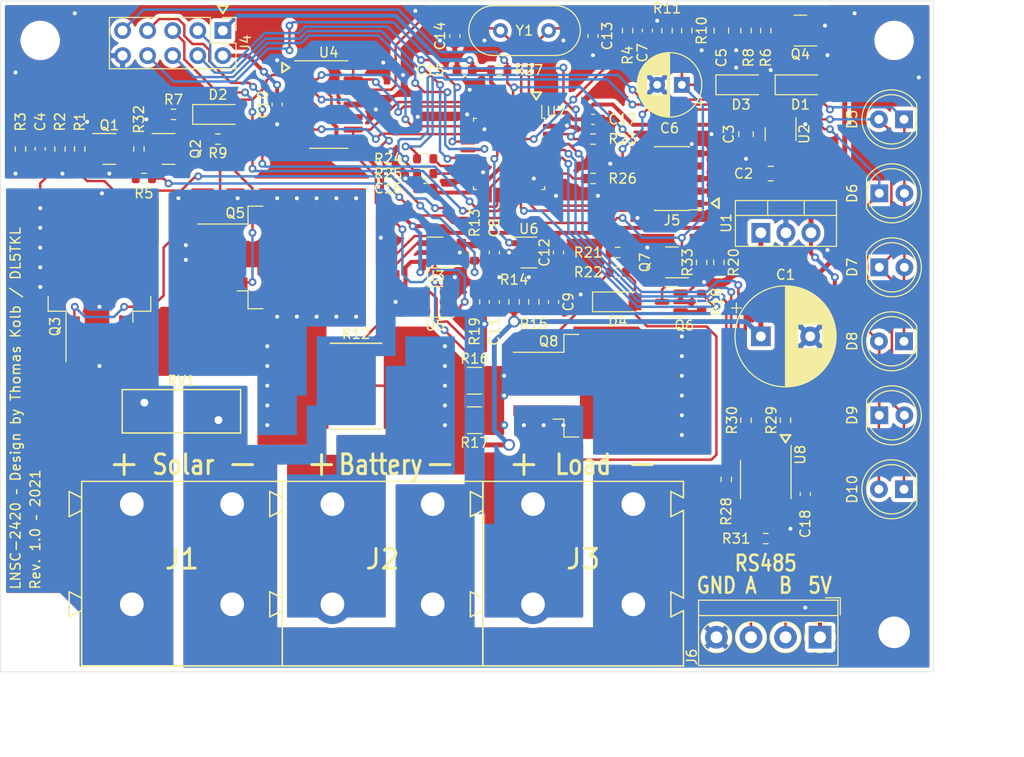
<source format=kicad_pcb>
(kicad_pcb (version 20171130) (host pcbnew 5.1.10-5.1.10)

  (general
    (thickness 1.6)
    (drawings 40)
    (tracks 900)
    (zones 0)
    (modules 89)
    (nets 62)
  )

  (page A4)
  (title_block
    (title LNSC-2420)
    (date 2021-05-12)
    (rev 1.0)
    (comment 1 "Design by Thomas Kolb")
    (comment 2 "Licenced under CERN-OHL-P v2")
  )

  (layers
    (0 F.Cu signal)
    (31 B.Cu signal)
    (32 B.Adhes user)
    (33 F.Adhes user)
    (34 B.Paste user)
    (35 F.Paste user)
    (36 B.SilkS user)
    (37 F.SilkS user)
    (38 B.Mask user)
    (39 F.Mask user)
    (40 Dwgs.User user)
    (41 Cmts.User user)
    (42 Eco1.User user)
    (43 Eco2.User user)
    (44 Edge.Cuts user)
    (45 Margin user)
    (46 B.CrtYd user)
    (47 F.CrtYd user)
    (48 B.Fab user hide)
    (49 F.Fab user hide)
  )

  (setup
    (last_trace_width 0.25)
    (user_trace_width 0.25)
    (user_trace_width 0.5)
    (trace_clearance 0.2)
    (zone_clearance 0.4)
    (zone_45_only no)
    (trace_min 0.2)
    (via_size 0.8)
    (via_drill 0.4)
    (via_min_size 0.4)
    (via_min_drill 0.3)
    (user_via 0.8 0.4)
    (user_via 1.2 0.8)
    (uvia_size 0.3)
    (uvia_drill 0.1)
    (uvias_allowed no)
    (uvia_min_size 0.2)
    (uvia_min_drill 0.1)
    (edge_width 0.05)
    (segment_width 0.2)
    (pcb_text_width 0.3)
    (pcb_text_size 1.5 1.5)
    (mod_edge_width 0.12)
    (mod_text_size 1 1)
    (mod_text_width 0.15)
    (pad_size 1.8 1.8)
    (pad_drill 0.8)
    (pad_to_mask_clearance 0)
    (aux_axis_origin 0 0)
    (visible_elements FFFFFF7F)
    (pcbplotparams
      (layerselection 0x010fc_ffffffff)
      (usegerberextensions false)
      (usegerberattributes true)
      (usegerberadvancedattributes true)
      (creategerberjobfile true)
      (excludeedgelayer true)
      (linewidth 0.100000)
      (plotframeref false)
      (viasonmask false)
      (mode 1)
      (useauxorigin false)
      (hpglpennumber 1)
      (hpglpenspeed 20)
      (hpglpendiameter 15.000000)
      (psnegative false)
      (psa4output false)
      (plotreference true)
      (plotvalue true)
      (plotinvisibletext false)
      (padsonsilk false)
      (subtractmaskfromsilk false)
      (outputformat 1)
      (mirror false)
      (drillshape 1)
      (scaleselection 1)
      (outputdirectory ""))
  )

  (net 0 "")
  (net 1 GND)
  (net 2 Bat+)
  (net 3 +5V)
  (net 4 +3V3)
  (net 5 /Switching/Raw_U_Solar)
  (net 6 "Net-(C5-Pad2)")
  (net 7 "Net-(C5-Pad1)")
  (net 8 +VSW)
  (net 9 /Switching/Raw_U_SW)
  (net 10 "Net-(C8-Pad1)")
  (net 11 /Switching/Raw_U_Bat)
  (net 12 "Net-(C11-Pad1)")
  (net 13 "Net-(C13-Pad1)")
  (net 14 "Net-(C14-Pad1)")
  (net 15 "Net-(D2-Pad2)")
  (net 16 "Net-(D2-Pad1)")
  (net 17 Load+)
  (net 18 "Net-(D4-Pad1)")
  (net 19 "Net-(D5-Pad1)")
  (net 20 Solar+)
  (net 21 /Control/NRST)
  (net 22 /Control/BOOT0)
  (net 23 /Control/EXT_SCL_TX)
  (net 24 /Control/EXT_MISO)
  (net 25 /Control/EXT_SDA_RX)
  (net 26 /Control/EXT_MOSI)
  (net 27 /Control/EXT_SCK)
  (net 28 /Control/SWDCLK)
  (net 29 /Control/SWDIO)
  (net 30 "Net-(J6-Pad3)")
  (net 31 "Net-(J6-Pad2)")
  (net 32 "Net-(Q1-Pad3)")
  (net 33 "Net-(Q1-Pad1)")
  (net 34 "Net-(Q2-Pad3)")
  (net 35 "Net-(Q4-Pad3)")
  (net 36 "Net-(Q4-Pad1)")
  (net 37 "Net-(Q5-Pad2)")
  (net 38 "Net-(Q6-Pad3)")
  (net 39 "Net-(Q6-Pad1)")
  (net 40 "Net-(Q7-Pad3)")
  (net 41 "Net-(Q8-Pad2)")
  (net 42 Solar_Sw)
  (net 43 ChargePump)
  (net 44 Load_Sw)
  (net 45 /Control/LED_MUX_A)
  (net 46 /Control/LED_MUX_B)
  (net 47 /Control/LED_MUX_C)
  (net 48 /Control/RS485_DE)
  (net 49 /Control/RS485_RX)
  (net 50 "Net-(R29-Pad1)")
  (net 51 /Control/RS485_TX)
  (net 52 "Net-(R30-Pad1)")
  (net 53 Meas_U_SW)
  (net 54 Meas_U_Solar)
  (net 55 Meas_I_Load)
  (net 56 Meas_I_Solar)
  (net 57 Meas_U_Bat)
  (net 58 "Net-(D10-Pad1)")
  (net 59 "Net-(D10-Pad2)")
  (net 60 "Net-(Q2-Pad1)")
  (net 61 "Net-(Q7-Pad1)")

  (net_class Default "This is the default net class."
    (clearance 0.2)
    (trace_width 0.25)
    (via_dia 0.8)
    (via_drill 0.4)
    (uvia_dia 0.3)
    (uvia_drill 0.1)
    (add_net +VSW)
    (add_net /Control/BOOT0)
    (add_net /Control/EXT_MISO)
    (add_net /Control/EXT_MOSI)
    (add_net /Control/EXT_SCK)
    (add_net /Control/EXT_SCL_TX)
    (add_net /Control/EXT_SDA_RX)
    (add_net /Control/LED_MUX_A)
    (add_net /Control/LED_MUX_B)
    (add_net /Control/LED_MUX_C)
    (add_net /Control/NRST)
    (add_net /Control/RS485_DE)
    (add_net /Control/RS485_RX)
    (add_net /Control/RS485_TX)
    (add_net /Control/SWDCLK)
    (add_net /Control/SWDIO)
    (add_net /Switching/Raw_U_Bat)
    (add_net /Switching/Raw_U_SW)
    (add_net /Switching/Raw_U_Solar)
    (add_net ChargePump)
    (add_net GND)
    (add_net Load_Sw)
    (add_net Meas_I_Load)
    (add_net Meas_I_Solar)
    (add_net Meas_U_Bat)
    (add_net Meas_U_SW)
    (add_net Meas_U_Solar)
    (add_net "Net-(C11-Pad1)")
    (add_net "Net-(C13-Pad1)")
    (add_net "Net-(C14-Pad1)")
    (add_net "Net-(C5-Pad1)")
    (add_net "Net-(C5-Pad2)")
    (add_net "Net-(C8-Pad1)")
    (add_net "Net-(D10-Pad1)")
    (add_net "Net-(D10-Pad2)")
    (add_net "Net-(D2-Pad1)")
    (add_net "Net-(D2-Pad2)")
    (add_net "Net-(D4-Pad1)")
    (add_net "Net-(D5-Pad1)")
    (add_net "Net-(J6-Pad2)")
    (add_net "Net-(J6-Pad3)")
    (add_net "Net-(Q1-Pad1)")
    (add_net "Net-(Q1-Pad3)")
    (add_net "Net-(Q2-Pad1)")
    (add_net "Net-(Q2-Pad3)")
    (add_net "Net-(Q4-Pad1)")
    (add_net "Net-(Q4-Pad3)")
    (add_net "Net-(Q5-Pad2)")
    (add_net "Net-(Q6-Pad1)")
    (add_net "Net-(Q6-Pad3)")
    (add_net "Net-(Q7-Pad1)")
    (add_net "Net-(Q7-Pad3)")
    (add_net "Net-(Q8-Pad2)")
    (add_net "Net-(R29-Pad1)")
    (add_net "Net-(R30-Pad1)")
    (add_net Solar_Sw)
  )

  (net_class HighPower ""
    (clearance 0.3)
    (trace_width 20)
    (via_dia 2)
    (via_drill 1.2)
    (uvia_dia 0.3)
    (uvia_drill 0.1)
    (add_net Bat+)
    (add_net Load+)
    (add_net Solar+)
  )

  (net_class Power ""
    (clearance 0.3)
    (trace_width 0.4)
    (via_dia 0.8)
    (via_drill 0.4)
    (uvia_dia 0.3)
    (uvia_drill 0.1)
    (add_net +3V3)
    (add_net +5V)
  )

  (module Resistor_SMD:R_0603_1608Metric (layer F.Cu) (tedit 5F68FEEE) (tstamp 60C52D9E)
    (at 94 101.5 90)
    (descr "Resistor SMD 0603 (1608 Metric), square (rectangular) end terminal, IPC_7351 nominal, (Body size source: IPC-SM-782 page 72, https://www.pcb-3d.com/wordpress/wp-content/uploads/ipc-sm-782a_amendment_1_and_2.pdf), generated with kicad-footprint-generator")
    (tags resistor)
    (path /607F322E/60C7F36D)
    (attr smd)
    (fp_text reference R33 (at 0 -1.43 90) (layer F.SilkS)
      (effects (font (size 1 1) (thickness 0.15)))
    )
    (fp_text value 220k (at 0 1.43 90) (layer F.Fab)
      (effects (font (size 1 1) (thickness 0.15)))
    )
    (fp_text user %R (at 0 0 90) (layer F.Fab)
      (effects (font (size 0.4 0.4) (thickness 0.06)))
    )
    (fp_line (start -0.8 0.4125) (end -0.8 -0.4125) (layer F.Fab) (width 0.1))
    (fp_line (start -0.8 -0.4125) (end 0.8 -0.4125) (layer F.Fab) (width 0.1))
    (fp_line (start 0.8 -0.4125) (end 0.8 0.4125) (layer F.Fab) (width 0.1))
    (fp_line (start 0.8 0.4125) (end -0.8 0.4125) (layer F.Fab) (width 0.1))
    (fp_line (start -0.237258 -0.5225) (end 0.237258 -0.5225) (layer F.SilkS) (width 0.12))
    (fp_line (start -0.237258 0.5225) (end 0.237258 0.5225) (layer F.SilkS) (width 0.12))
    (fp_line (start -1.48 0.73) (end -1.48 -0.73) (layer F.CrtYd) (width 0.05))
    (fp_line (start -1.48 -0.73) (end 1.48 -0.73) (layer F.CrtYd) (width 0.05))
    (fp_line (start 1.48 -0.73) (end 1.48 0.73) (layer F.CrtYd) (width 0.05))
    (fp_line (start 1.48 0.73) (end -1.48 0.73) (layer F.CrtYd) (width 0.05))
    (pad 2 smd roundrect (at 0.825 0 90) (size 0.8 0.95) (layers F.Cu F.Paste F.Mask) (roundrect_rratio 0.25)
      (net 61 "Net-(Q7-Pad1)"))
    (pad 1 smd roundrect (at -0.825 0 90) (size 0.8 0.95) (layers F.Cu F.Paste F.Mask) (roundrect_rratio 0.25)
      (net 38 "Net-(Q6-Pad3)"))
    (model ${KICAD6_3DMODEL_DIR}/Resistor_SMD.3dshapes/R_0603_1608Metric.wrl
      (at (xyz 0 0 0))
      (scale (xyz 1 1 1))
      (rotate (xyz 0 0 0))
    )
  )

  (module Resistor_SMD:R_0603_1608Metric (layer F.Cu) (tedit 5F68FEEE) (tstamp 60C52D8D)
    (at 37 90 270)
    (descr "Resistor SMD 0603 (1608 Metric), square (rectangular) end terminal, IPC_7351 nominal, (Body size source: IPC-SM-782 page 72, https://www.pcb-3d.com/wordpress/wp-content/uploads/ipc-sm-782a_amendment_1_and_2.pdf), generated with kicad-footprint-generator")
    (tags resistor)
    (path /607F322E/60C5C5A7)
    (attr smd)
    (fp_text reference R32 (at -3 0 90) (layer F.SilkS)
      (effects (font (size 1 1) (thickness 0.15)))
    )
    (fp_text value 220k (at 0 1.43 90) (layer F.Fab)
      (effects (font (size 1 1) (thickness 0.15)))
    )
    (fp_text user %R (at 0 0 90) (layer F.Fab)
      (effects (font (size 0.4 0.4) (thickness 0.06)))
    )
    (fp_line (start -0.8 0.4125) (end -0.8 -0.4125) (layer F.Fab) (width 0.1))
    (fp_line (start -0.8 -0.4125) (end 0.8 -0.4125) (layer F.Fab) (width 0.1))
    (fp_line (start 0.8 -0.4125) (end 0.8 0.4125) (layer F.Fab) (width 0.1))
    (fp_line (start 0.8 0.4125) (end -0.8 0.4125) (layer F.Fab) (width 0.1))
    (fp_line (start -0.237258 -0.5225) (end 0.237258 -0.5225) (layer F.SilkS) (width 0.12))
    (fp_line (start -0.237258 0.5225) (end 0.237258 0.5225) (layer F.SilkS) (width 0.12))
    (fp_line (start -1.48 0.73) (end -1.48 -0.73) (layer F.CrtYd) (width 0.05))
    (fp_line (start -1.48 -0.73) (end 1.48 -0.73) (layer F.CrtYd) (width 0.05))
    (fp_line (start 1.48 -0.73) (end 1.48 0.73) (layer F.CrtYd) (width 0.05))
    (fp_line (start 1.48 0.73) (end -1.48 0.73) (layer F.CrtYd) (width 0.05))
    (pad 2 smd roundrect (at 0.825 0 270) (size 0.8 0.95) (layers F.Cu F.Paste F.Mask) (roundrect_rratio 0.25)
      (net 60 "Net-(Q2-Pad1)"))
    (pad 1 smd roundrect (at -0.825 0 270) (size 0.8 0.95) (layers F.Cu F.Paste F.Mask) (roundrect_rratio 0.25)
      (net 32 "Net-(Q1-Pad3)"))
    (model ${KICAD6_3DMODEL_DIR}/Resistor_SMD.3dshapes/R_0603_1608Metric.wrl
      (at (xyz 0 0 0))
      (scale (xyz 1 1 1))
      (rotate (xyz 0 0 0))
    )
  )

  (module LED_THT:LED_D5.0mm (layer F.Cu) (tedit 5995936A) (tstamp 6089D97E)
    (at 114.5 124.5 180)
    (descr "LED, diameter 5.0mm, 2 pins, http://cdn-reichelt.de/documents/datenblatt/A500/LL-504BC2E-009.pdf")
    (tags "LED diameter 5.0mm 2 pins")
    (path /607F325D/608A2881)
    (fp_text reference D10 (at 5.25 0 90) (layer F.SilkS)
      (effects (font (size 1 1) (thickness 0.15)))
    )
    (fp_text value DISCHARGE_PULSE (at 1.27 3.96) (layer F.Fab)
      (effects (font (size 1 1) (thickness 0.15)))
    )
    (fp_circle (center 1.27 0) (end 3.77 0) (layer F.Fab) (width 0.1))
    (fp_circle (center 1.27 0) (end 3.77 0) (layer F.SilkS) (width 0.12))
    (fp_line (start -1.23 -1.469694) (end -1.23 1.469694) (layer F.Fab) (width 0.1))
    (fp_line (start -1.29 -1.545) (end -1.29 1.545) (layer F.SilkS) (width 0.12))
    (fp_line (start -1.95 -3.25) (end -1.95 3.25) (layer F.CrtYd) (width 0.05))
    (fp_line (start -1.95 3.25) (end 4.5 3.25) (layer F.CrtYd) (width 0.05))
    (fp_line (start 4.5 3.25) (end 4.5 -3.25) (layer F.CrtYd) (width 0.05))
    (fp_line (start 4.5 -3.25) (end -1.95 -3.25) (layer F.CrtYd) (width 0.05))
    (fp_text user %R (at 1.25 0) (layer F.Fab)
      (effects (font (size 0.8 0.8) (thickness 0.2)))
    )
    (fp_arc (start 1.27 0) (end -1.29 1.54483) (angle -148.9) (layer F.SilkS) (width 0.12))
    (fp_arc (start 1.27 0) (end -1.29 -1.54483) (angle 148.9) (layer F.SilkS) (width 0.12))
    (fp_arc (start 1.27 0) (end -1.23 -1.469694) (angle 299.1) (layer F.Fab) (width 0.1))
    (pad 2 thru_hole circle (at 2.54 0 180) (size 1.8 1.8) (drill 0.9) (layers *.Cu *.Mask)
      (net 59 "Net-(D10-Pad2)"))
    (pad 1 thru_hole rect (at 0 0 180) (size 1.8 1.8) (drill 0.9) (layers *.Cu *.Mask)
      (net 58 "Net-(D10-Pad1)"))
    (model ${KICAD6_3DMODEL_DIR}/LED_THT.3dshapes/LED_D5.0mm.wrl
      (at (xyz 0 0 0))
      (scale (xyz 1 1 1))
      (rotate (xyz 0 0 0))
    )
  )

  (module MountingHole:MountingHole_3.2mm_M3_Pad (layer F.Cu) (tedit 608B1DD8) (tstamp 6088A39D)
    (at 113.5 139)
    (descr "Mounting Hole 3.2mm, M3")
    (tags "mounting hole 3.2mm m3")
    (path /608E6AA2)
    (attr virtual)
    (fp_text reference H4 (at 0 -4.2) (layer F.SilkS) hide
      (effects (font (size 1 1) (thickness 0.15)))
    )
    (fp_text value MountingHole_Pad (at 0 4.2) (layer F.Fab)
      (effects (font (size 1 1) (thickness 0.15)))
    )
    (fp_circle (center 0 0) (end 3.45 0) (layer F.CrtYd) (width 0.05))
    (fp_circle (center 0 0) (end 3.2 0) (layer Cmts.User) (width 0.15))
    (fp_text user %R (at 0.3 0) (layer F.Fab)
      (effects (font (size 1 1) (thickness 0.15)))
    )
    (pad 1 thru_hole circle (at 0 0) (size 6.4 6.4) (drill 3.2) (layers *.Cu *.Mask)
      (net 1 GND) (zone_connect 2))
  )

  (module MountingHole:MountingHole_3.2mm_M3 (layer F.Cu) (tedit 56D1B4CB) (tstamp 6088BB0C)
    (at 113.5 79)
    (descr "Mounting Hole 3.2mm, no annular, M3")
    (tags "mounting hole 3.2mm no annular m3")
    (path /608E7C54)
    (attr virtual)
    (fp_text reference H3 (at 0 -4.2) (layer F.SilkS) hide
      (effects (font (size 1 1) (thickness 0.15)))
    )
    (fp_text value MountingHole_M3 (at 0 4.2) (layer F.Fab)
      (effects (font (size 1 1) (thickness 0.15)))
    )
    (fp_circle (center 0 0) (end 3.45 0) (layer F.CrtYd) (width 0.05))
    (fp_circle (center 0 0) (end 3.2 0) (layer Cmts.User) (width 0.15))
    (fp_text user %R (at 0.3 0) (layer F.Fab)
      (effects (font (size 1 1) (thickness 0.15)))
    )
    (pad 1 np_thru_hole circle (at 0 0) (size 3.2 3.2) (drill 3.2) (layers *.Cu *.Mask))
  )

  (module MountingHole:MountingHole_3.2mm_M3 (layer F.Cu) (tedit 56D1B4CB) (tstamp 6088A38D)
    (at 27 139)
    (descr "Mounting Hole 3.2mm, no annular, M3")
    (tags "mounting hole 3.2mm no annular m3")
    (path /608E7A5C)
    (attr virtual)
    (fp_text reference H2 (at 0 -4.2) (layer F.SilkS) hide
      (effects (font (size 1 1) (thickness 0.15)))
    )
    (fp_text value MountingHole_M3 (at 0 4.2) (layer F.Fab)
      (effects (font (size 1 1) (thickness 0.15)))
    )
    (fp_circle (center 0 0) (end 3.45 0) (layer F.CrtYd) (width 0.05))
    (fp_circle (center 0 0) (end 3.2 0) (layer Cmts.User) (width 0.15))
    (fp_text user %R (at 0.3 0) (layer F.Fab)
      (effects (font (size 1 1) (thickness 0.15)))
    )
    (pad 1 np_thru_hole circle (at 0 0) (size 3.2 3.2) (drill 3.2) (layers *.Cu *.Mask))
  )

  (module MountingHole:MountingHole_3.2mm_M3 (layer F.Cu) (tedit 56D1B4CB) (tstamp 6088A385)
    (at 27 79)
    (descr "Mounting Hole 3.2mm, no annular, M3")
    (tags "mounting hole 3.2mm no annular m3")
    (path /608E5819)
    (attr virtual)
    (fp_text reference H1 (at 0 -4.2) (layer F.SilkS) hide
      (effects (font (size 1 1) (thickness 0.15)))
    )
    (fp_text value MountingHole_M3 (at 0 4.2) (layer F.Fab)
      (effects (font (size 1 1) (thickness 0.15)))
    )
    (fp_circle (center 0 0) (end 3.45 0) (layer F.CrtYd) (width 0.05))
    (fp_circle (center 0 0) (end 3.2 0) (layer Cmts.User) (width 0.15))
    (fp_text user %R (at 0.3 0) (layer F.Fab)
      (effects (font (size 1 1) (thickness 0.15)))
    )
    (pad 1 np_thru_hole circle (at 0 0) (size 3.2 3.2) (drill 3.2) (layers *.Cu *.Mask))
  )

  (module Package_TO_SOT_THT:TO-220-3_Vertical (layer F.Cu) (tedit 5AC8BA0D) (tstamp 60860695)
    (at 100 98.5)
    (descr "TO-220-3, Vertical, RM 2.54mm, see https://www.vishay.com/docs/66542/to-220-1.pdf")
    (tags "TO-220-3 Vertical RM 2.54mm")
    (path /609371DE)
    (fp_text reference U1 (at -3.5 -1 90) (layer F.SilkS)
      (effects (font (size 1 1) (thickness 0.15)))
    )
    (fp_text value OKI-78SR-5_1.5-W36-C (at 2.54 2.5) (layer F.Fab)
      (effects (font (size 1 1) (thickness 0.15)))
    )
    (fp_line (start 7.79 -3.4) (end -2.71 -3.4) (layer F.CrtYd) (width 0.05))
    (fp_line (start 7.79 1.51) (end 7.79 -3.4) (layer F.CrtYd) (width 0.05))
    (fp_line (start -2.71 1.51) (end 7.79 1.51) (layer F.CrtYd) (width 0.05))
    (fp_line (start -2.71 -3.4) (end -2.71 1.51) (layer F.CrtYd) (width 0.05))
    (fp_line (start 4.391 -3.27) (end 4.391 -1.76) (layer F.SilkS) (width 0.12))
    (fp_line (start 0.69 -3.27) (end 0.69 -1.76) (layer F.SilkS) (width 0.12))
    (fp_line (start -2.58 -1.76) (end 7.66 -1.76) (layer F.SilkS) (width 0.12))
    (fp_line (start 7.66 -3.27) (end 7.66 1.371) (layer F.SilkS) (width 0.12))
    (fp_line (start -2.58 -3.27) (end -2.58 1.371) (layer F.SilkS) (width 0.12))
    (fp_line (start -2.58 1.371) (end 7.66 1.371) (layer F.SilkS) (width 0.12))
    (fp_line (start -2.58 -3.27) (end 7.66 -3.27) (layer F.SilkS) (width 0.12))
    (fp_line (start 4.39 -3.15) (end 4.39 -1.88) (layer F.Fab) (width 0.1))
    (fp_line (start 0.69 -3.15) (end 0.69 -1.88) (layer F.Fab) (width 0.1))
    (fp_line (start -2.46 -1.88) (end 7.54 -1.88) (layer F.Fab) (width 0.1))
    (fp_line (start 7.54 -3.15) (end -2.46 -3.15) (layer F.Fab) (width 0.1))
    (fp_line (start 7.54 1.25) (end 7.54 -3.15) (layer F.Fab) (width 0.1))
    (fp_line (start -2.46 1.25) (end 7.54 1.25) (layer F.Fab) (width 0.1))
    (fp_line (start -2.46 -3.15) (end -2.46 1.25) (layer F.Fab) (width 0.1))
    (fp_text user %R (at 2.54 -4.27) (layer F.Fab)
      (effects (font (size 1 1) (thickness 0.15)))
    )
    (pad 3 thru_hole oval (at 5.08 0) (size 1.905 2) (drill 1.1) (layers *.Cu *.Mask)
      (net 3 +5V))
    (pad 2 thru_hole oval (at 2.54 0) (size 1.905 2) (drill 1.1) (layers *.Cu *.Mask)
      (net 1 GND))
    (pad 1 thru_hole rect (at 0 0) (size 1.905 2) (drill 1.1) (layers *.Cu *.Mask)
      (net 2 Bat+))
    (model ${KICAD6_3DMODEL_DIR}/Package_TO_SOT_THT.3dshapes/TO-220-3_Vertical.wrl
      (at (xyz 0 0 0))
      (scale (xyz 1 1 1))
      (rotate (xyz 0 0 0))
    )
  )

  (module Crystal:Crystal_HC49-U_Vertical (layer F.Cu) (tedit 5A1AD3B8) (tstamp 6085DC92)
    (at 78.5 78 180)
    (descr "Crystal THT HC-49/U http://5hertz.com/pdfs/04404_D.pdf")
    (tags "THT crystalHC-49/U")
    (path /607F325D/6083406C)
    (fp_text reference Y1 (at 2.44 0) (layer F.SilkS)
      (effects (font (size 1 1) (thickness 0.15)))
    )
    (fp_text value "8 MHz" (at 2.44 3.525) (layer F.Fab)
      (effects (font (size 1 1) (thickness 0.15)))
    )
    (fp_line (start -0.685 -2.325) (end 5.565 -2.325) (layer F.Fab) (width 0.1))
    (fp_line (start -0.685 2.325) (end 5.565 2.325) (layer F.Fab) (width 0.1))
    (fp_line (start -0.56 -2) (end 5.44 -2) (layer F.Fab) (width 0.1))
    (fp_line (start -0.56 2) (end 5.44 2) (layer F.Fab) (width 0.1))
    (fp_line (start -0.685 -2.525) (end 5.565 -2.525) (layer F.SilkS) (width 0.12))
    (fp_line (start -0.685 2.525) (end 5.565 2.525) (layer F.SilkS) (width 0.12))
    (fp_line (start -3.5 -2.8) (end -3.5 2.8) (layer F.CrtYd) (width 0.05))
    (fp_line (start -3.5 2.8) (end 8.4 2.8) (layer F.CrtYd) (width 0.05))
    (fp_line (start 8.4 2.8) (end 8.4 -2.8) (layer F.CrtYd) (width 0.05))
    (fp_line (start 8.4 -2.8) (end -3.5 -2.8) (layer F.CrtYd) (width 0.05))
    (fp_arc (start 5.565 0) (end 5.565 -2.525) (angle 180) (layer F.SilkS) (width 0.12))
    (fp_arc (start -0.685 0) (end -0.685 -2.525) (angle -180) (layer F.SilkS) (width 0.12))
    (fp_arc (start 5.44 0) (end 5.44 -2) (angle 180) (layer F.Fab) (width 0.1))
    (fp_arc (start -0.56 0) (end -0.56 -2) (angle -180) (layer F.Fab) (width 0.1))
    (fp_arc (start 5.565 0) (end 5.565 -2.325) (angle 180) (layer F.Fab) (width 0.1))
    (fp_arc (start -0.685 0) (end -0.685 -2.325) (angle -180) (layer F.Fab) (width 0.1))
    (fp_text user %R (at 2.44 0) (layer F.Fab)
      (effects (font (size 1 1) (thickness 0.15)))
    )
    (pad 2 thru_hole circle (at 4.88 0 180) (size 1.5 1.5) (drill 0.8) (layers *.Cu *.Mask)
      (net 14 "Net-(C14-Pad1)"))
    (pad 1 thru_hole circle (at 0 0 180) (size 1.5 1.5) (drill 0.8) (layers *.Cu *.Mask)
      (net 13 "Net-(C13-Pad1)"))
    (model ${KICAD6_3DMODEL_DIR}/Crystal.3dshapes/Crystal_HC49-U_Vertical.wrl
      (at (xyz 0 0 0))
      (scale (xyz 1 1 1))
      (rotate (xyz 0 0 0))
    )
  )

  (module Package_SO:SOIC-8_3.9x4.9mm_P1.27mm (layer F.Cu) (tedit 5D9F72B1) (tstamp 6085DC7B)
    (at 100.5 123.5 270)
    (descr "SOIC, 8 Pin (JEDEC MS-012AA, https://www.analog.com/media/en/package-pcb-resources/package/pkg_pdf/soic_narrow-r/r_8.pdf), generated with kicad-footprint-generator ipc_gullwing_generator.py")
    (tags "SOIC SO")
    (path /607F325D/6088823A)
    (attr smd)
    (fp_text reference U8 (at -2.5 -3.5 90) (layer F.SilkS)
      (effects (font (size 1 1) (thickness 0.15)))
    )
    (fp_text value MAX485E (at 0 3.4 90) (layer F.Fab)
      (effects (font (size 1 1) (thickness 0.15)))
    )
    (fp_line (start 0 2.56) (end 1.95 2.56) (layer F.SilkS) (width 0.12))
    (fp_line (start 0 2.56) (end -1.95 2.56) (layer F.SilkS) (width 0.12))
    (fp_line (start 0 -2.56) (end 1.95 -2.56) (layer F.SilkS) (width 0.12))
    (fp_line (start 0 -2.56) (end -3.45 -2.56) (layer F.SilkS) (width 0.12))
    (fp_line (start -0.975 -2.45) (end 1.95 -2.45) (layer F.Fab) (width 0.1))
    (fp_line (start 1.95 -2.45) (end 1.95 2.45) (layer F.Fab) (width 0.1))
    (fp_line (start 1.95 2.45) (end -1.95 2.45) (layer F.Fab) (width 0.1))
    (fp_line (start -1.95 2.45) (end -1.95 -1.475) (layer F.Fab) (width 0.1))
    (fp_line (start -1.95 -1.475) (end -0.975 -2.45) (layer F.Fab) (width 0.1))
    (fp_line (start -3.7 -2.7) (end -3.7 2.7) (layer F.CrtYd) (width 0.05))
    (fp_line (start -3.7 2.7) (end 3.7 2.7) (layer F.CrtYd) (width 0.05))
    (fp_line (start 3.7 2.7) (end 3.7 -2.7) (layer F.CrtYd) (width 0.05))
    (fp_line (start 3.7 -2.7) (end -3.7 -2.7) (layer F.CrtYd) (width 0.05))
    (fp_text user %R (at 0 0 90) (layer F.Fab)
      (effects (font (size 0.98 0.98) (thickness 0.15)))
    )
    (pad 8 smd roundrect (at 2.475 -1.905 270) (size 1.95 0.6) (layers F.Cu F.Paste F.Mask) (roundrect_rratio 0.25)
      (net 3 +5V))
    (pad 7 smd roundrect (at 2.475 -0.635 270) (size 1.95 0.6) (layers F.Cu F.Paste F.Mask) (roundrect_rratio 0.25)
      (net 31 "Net-(J6-Pad2)"))
    (pad 6 smd roundrect (at 2.475 0.635 270) (size 1.95 0.6) (layers F.Cu F.Paste F.Mask) (roundrect_rratio 0.25)
      (net 30 "Net-(J6-Pad3)"))
    (pad 5 smd roundrect (at 2.475 1.905 270) (size 1.95 0.6) (layers F.Cu F.Paste F.Mask) (roundrect_rratio 0.25)
      (net 1 GND))
    (pad 4 smd roundrect (at -2.475 1.905 270) (size 1.95 0.6) (layers F.Cu F.Paste F.Mask) (roundrect_rratio 0.25)
      (net 52 "Net-(R30-Pad1)"))
    (pad 3 smd roundrect (at -2.475 0.635 270) (size 1.95 0.6) (layers F.Cu F.Paste F.Mask) (roundrect_rratio 0.25)
      (net 48 /Control/RS485_DE))
    (pad 2 smd roundrect (at -2.475 -0.635 270) (size 1.95 0.6) (layers F.Cu F.Paste F.Mask) (roundrect_rratio 0.25)
      (net 48 /Control/RS485_DE))
    (pad 1 smd roundrect (at -2.475 -1.905 270) (size 1.95 0.6) (layers F.Cu F.Paste F.Mask) (roundrect_rratio 0.25)
      (net 50 "Net-(R29-Pad1)"))
    (model ${KICAD6_3DMODEL_DIR}/Package_SO.3dshapes/SOIC-8_3.9x4.9mm_P1.27mm.wrl
      (at (xyz 0 0 0))
      (scale (xyz 1 1 1))
      (rotate (xyz 0 0 0))
    )
  )

  (module Package_QFP:LQFP-32_7x7mm_P0.8mm (layer F.Cu) (tedit 5D9F72AF) (tstamp 6085DC61)
    (at 74.5 90.5 270)
    (descr "LQFP, 32 Pin (https://www.nxp.com/docs/en/package-information/SOT358-1.pdf), generated with kicad-footprint-generator ipc_gullwing_generator.py")
    (tags "LQFP QFP")
    (path /607F325D/60827C3B)
    (attr smd)
    (fp_text reference U7 (at -4.25 -4.75 180) (layer F.SilkS)
      (effects (font (size 1 1) (thickness 0.15)))
    )
    (fp_text value STM32F030K6Tx (at 0 5.88 90) (layer F.Fab)
      (effects (font (size 1 1) (thickness 0.15)))
    )
    (fp_line (start 3.31 3.61) (end 3.61 3.61) (layer F.SilkS) (width 0.12))
    (fp_line (start 3.61 3.61) (end 3.61 3.31) (layer F.SilkS) (width 0.12))
    (fp_line (start -3.31 3.61) (end -3.61 3.61) (layer F.SilkS) (width 0.12))
    (fp_line (start -3.61 3.61) (end -3.61 3.31) (layer F.SilkS) (width 0.12))
    (fp_line (start 3.31 -3.61) (end 3.61 -3.61) (layer F.SilkS) (width 0.12))
    (fp_line (start 3.61 -3.61) (end 3.61 -3.31) (layer F.SilkS) (width 0.12))
    (fp_line (start -3.31 -3.61) (end -3.61 -3.61) (layer F.SilkS) (width 0.12))
    (fp_line (start -3.61 -3.61) (end -3.61 -3.31) (layer F.SilkS) (width 0.12))
    (fp_line (start -3.61 -3.31) (end -4.925 -3.31) (layer F.SilkS) (width 0.12))
    (fp_line (start -2.5 -3.5) (end 3.5 -3.5) (layer F.Fab) (width 0.1))
    (fp_line (start 3.5 -3.5) (end 3.5 3.5) (layer F.Fab) (width 0.1))
    (fp_line (start 3.5 3.5) (end -3.5 3.5) (layer F.Fab) (width 0.1))
    (fp_line (start -3.5 3.5) (end -3.5 -2.5) (layer F.Fab) (width 0.1))
    (fp_line (start -3.5 -2.5) (end -2.5 -3.5) (layer F.Fab) (width 0.1))
    (fp_line (start 0 -5.18) (end -3.3 -5.18) (layer F.CrtYd) (width 0.05))
    (fp_line (start -3.3 -5.18) (end -3.3 -3.75) (layer F.CrtYd) (width 0.05))
    (fp_line (start -3.3 -3.75) (end -3.75 -3.75) (layer F.CrtYd) (width 0.05))
    (fp_line (start -3.75 -3.75) (end -3.75 -3.3) (layer F.CrtYd) (width 0.05))
    (fp_line (start -3.75 -3.3) (end -5.18 -3.3) (layer F.CrtYd) (width 0.05))
    (fp_line (start -5.18 -3.3) (end -5.18 0) (layer F.CrtYd) (width 0.05))
    (fp_line (start 0 -5.18) (end 3.3 -5.18) (layer F.CrtYd) (width 0.05))
    (fp_line (start 3.3 -5.18) (end 3.3 -3.75) (layer F.CrtYd) (width 0.05))
    (fp_line (start 3.3 -3.75) (end 3.75 -3.75) (layer F.CrtYd) (width 0.05))
    (fp_line (start 3.75 -3.75) (end 3.75 -3.3) (layer F.CrtYd) (width 0.05))
    (fp_line (start 3.75 -3.3) (end 5.18 -3.3) (layer F.CrtYd) (width 0.05))
    (fp_line (start 5.18 -3.3) (end 5.18 0) (layer F.CrtYd) (width 0.05))
    (fp_line (start 0 5.18) (end -3.3 5.18) (layer F.CrtYd) (width 0.05))
    (fp_line (start -3.3 5.18) (end -3.3 3.75) (layer F.CrtYd) (width 0.05))
    (fp_line (start -3.3 3.75) (end -3.75 3.75) (layer F.CrtYd) (width 0.05))
    (fp_line (start -3.75 3.75) (end -3.75 3.3) (layer F.CrtYd) (width 0.05))
    (fp_line (start -3.75 3.3) (end -5.18 3.3) (layer F.CrtYd) (width 0.05))
    (fp_line (start -5.18 3.3) (end -5.18 0) (layer F.CrtYd) (width 0.05))
    (fp_line (start 0 5.18) (end 3.3 5.18) (layer F.CrtYd) (width 0.05))
    (fp_line (start 3.3 5.18) (end 3.3 3.75) (layer F.CrtYd) (width 0.05))
    (fp_line (start 3.3 3.75) (end 3.75 3.75) (layer F.CrtYd) (width 0.05))
    (fp_line (start 3.75 3.75) (end 3.75 3.3) (layer F.CrtYd) (width 0.05))
    (fp_line (start 3.75 3.3) (end 5.18 3.3) (layer F.CrtYd) (width 0.05))
    (fp_line (start 5.18 3.3) (end 5.18 0) (layer F.CrtYd) (width 0.05))
    (fp_text user %R (at 0 0 90) (layer F.Fab)
      (effects (font (size 1 1) (thickness 0.15)))
    )
    (pad 32 smd roundrect (at -2.8 -4.175 270) (size 0.5 1.5) (layers F.Cu F.Paste F.Mask) (roundrect_rratio 0.25)
      (net 1 GND))
    (pad 31 smd roundrect (at -2 -4.175 270) (size 0.5 1.5) (layers F.Cu F.Paste F.Mask) (roundrect_rratio 0.25)
      (net 22 /Control/BOOT0))
    (pad 30 smd roundrect (at -1.2 -4.175 270) (size 0.5 1.5) (layers F.Cu F.Paste F.Mask) (roundrect_rratio 0.25)
      (net 49 /Control/RS485_RX))
    (pad 29 smd roundrect (at -0.4 -4.175 270) (size 0.5 1.5) (layers F.Cu F.Paste F.Mask) (roundrect_rratio 0.25)
      (net 51 /Control/RS485_TX))
    (pad 28 smd roundrect (at 0.4 -4.175 270) (size 0.5 1.5) (layers F.Cu F.Paste F.Mask) (roundrect_rratio 0.25)
      (net 48 /Control/RS485_DE))
    (pad 27 smd roundrect (at 1.2 -4.175 270) (size 0.5 1.5) (layers F.Cu F.Paste F.Mask) (roundrect_rratio 0.25))
    (pad 26 smd roundrect (at 2 -4.175 270) (size 0.5 1.5) (layers F.Cu F.Paste F.Mask) (roundrect_rratio 0.25)
      (net 47 /Control/LED_MUX_C))
    (pad 25 smd roundrect (at 2.8 -4.175 270) (size 0.5 1.5) (layers F.Cu F.Paste F.Mask) (roundrect_rratio 0.25))
    (pad 24 smd roundrect (at 4.175 -2.8 270) (size 1.5 0.5) (layers F.Cu F.Paste F.Mask) (roundrect_rratio 0.25)
      (net 28 /Control/SWDCLK))
    (pad 23 smd roundrect (at 4.175 -2 270) (size 1.5 0.5) (layers F.Cu F.Paste F.Mask) (roundrect_rratio 0.25)
      (net 29 /Control/SWDIO))
    (pad 22 smd roundrect (at 4.175 -1.2 270) (size 1.5 0.5) (layers F.Cu F.Paste F.Mask) (roundrect_rratio 0.25)
      (net 44 Load_Sw))
    (pad 21 smd roundrect (at 4.175 -0.4 270) (size 1.5 0.5) (layers F.Cu F.Paste F.Mask) (roundrect_rratio 0.25)
      (net 42 Solar_Sw))
    (pad 20 smd roundrect (at 4.175 0.4 270) (size 1.5 0.5) (layers F.Cu F.Paste F.Mask) (roundrect_rratio 0.25)
      (net 25 /Control/EXT_SDA_RX))
    (pad 19 smd roundrect (at 4.175 1.2 270) (size 1.5 0.5) (layers F.Cu F.Paste F.Mask) (roundrect_rratio 0.25)
      (net 23 /Control/EXT_SCL_TX))
    (pad 18 smd roundrect (at 4.175 2 270) (size 1.5 0.5) (layers F.Cu F.Paste F.Mask) (roundrect_rratio 0.25)
      (net 43 ChargePump))
    (pad 17 smd roundrect (at 4.175 2.8 270) (size 1.5 0.5) (layers F.Cu F.Paste F.Mask) (roundrect_rratio 0.25)
      (net 4 +3V3))
    (pad 16 smd roundrect (at 2.8 4.175 270) (size 0.5 1.5) (layers F.Cu F.Paste F.Mask) (roundrect_rratio 0.25)
      (net 1 GND))
    (pad 15 smd roundrect (at 2 4.175 270) (size 0.5 1.5) (layers F.Cu F.Paste F.Mask) (roundrect_rratio 0.25)
      (net 46 /Control/LED_MUX_B))
    (pad 14 smd roundrect (at 1.2 4.175 270) (size 0.5 1.5) (layers F.Cu F.Paste F.Mask) (roundrect_rratio 0.25)
      (net 45 /Control/LED_MUX_A))
    (pad 13 smd roundrect (at 0.4 4.175 270) (size 0.5 1.5) (layers F.Cu F.Paste F.Mask) (roundrect_rratio 0.25)
      (net 26 /Control/EXT_MOSI))
    (pad 12 smd roundrect (at -0.4 4.175 270) (size 0.5 1.5) (layers F.Cu F.Paste F.Mask) (roundrect_rratio 0.25)
      (net 24 /Control/EXT_MISO))
    (pad 11 smd roundrect (at -1.2 4.175 270) (size 0.5 1.5) (layers F.Cu F.Paste F.Mask) (roundrect_rratio 0.25)
      (net 27 /Control/EXT_SCK))
    (pad 10 smd roundrect (at -2 4.175 270) (size 0.5 1.5) (layers F.Cu F.Paste F.Mask) (roundrect_rratio 0.25)
      (net 55 Meas_I_Load))
    (pad 9 smd roundrect (at -2.8 4.175 270) (size 0.5 1.5) (layers F.Cu F.Paste F.Mask) (roundrect_rratio 0.25)
      (net 56 Meas_I_Solar))
    (pad 8 smd roundrect (at -4.175 2.8 270) (size 1.5 0.5) (layers F.Cu F.Paste F.Mask) (roundrect_rratio 0.25)
      (net 53 Meas_U_SW))
    (pad 7 smd roundrect (at -4.175 2 270) (size 1.5 0.5) (layers F.Cu F.Paste F.Mask) (roundrect_rratio 0.25)
      (net 54 Meas_U_Solar))
    (pad 6 smd roundrect (at -4.175 1.2 270) (size 1.5 0.5) (layers F.Cu F.Paste F.Mask) (roundrect_rratio 0.25)
      (net 57 Meas_U_Bat))
    (pad 5 smd roundrect (at -4.175 0.4 270) (size 1.5 0.5) (layers F.Cu F.Paste F.Mask) (roundrect_rratio 0.25)
      (net 4 +3V3))
    (pad 4 smd roundrect (at -4.175 -0.4 270) (size 1.5 0.5) (layers F.Cu F.Paste F.Mask) (roundrect_rratio 0.25)
      (net 21 /Control/NRST))
    (pad 3 smd roundrect (at -4.175 -1.2 270) (size 1.5 0.5) (layers F.Cu F.Paste F.Mask) (roundrect_rratio 0.25)
      (net 14 "Net-(C14-Pad1)"))
    (pad 2 smd roundrect (at -4.175 -2 270) (size 1.5 0.5) (layers F.Cu F.Paste F.Mask) (roundrect_rratio 0.25)
      (net 13 "Net-(C13-Pad1)"))
    (pad 1 smd roundrect (at -4.175 -2.8 270) (size 1.5 0.5) (layers F.Cu F.Paste F.Mask) (roundrect_rratio 0.25)
      (net 4 +3V3))
    (model ${KICAD6_3DMODEL_DIR}/Package_QFP.3dshapes/LQFP-32_7x7mm_P0.8mm.wrl
      (at (xyz 0 0 0))
      (scale (xyz 1 1 1))
      (rotate (xyz 0 0 0))
    )
  )

  (module Package_TO_SOT_SMD:SOT-23-5 (layer F.Cu) (tedit 5F6F9B37) (tstamp 6085DC16)
    (at 76.5 100.5)
    (descr "SOT, 5 Pin (https://www.jedec.org/sites/default/files/docs/Mo-178c.PDF variant AA), generated with kicad-footprint-generator ipc_gullwing_generator.py")
    (tags "SOT TO_SOT_SMD")
    (path /607F322E/609CB9A0)
    (attr smd)
    (fp_text reference U6 (at 0 -2.4) (layer F.SilkS)
      (effects (font (size 1 1) (thickness 0.15)))
    )
    (fp_text value MCP6421T-EOT (at 0 2.4) (layer F.Fab)
      (effects (font (size 1 1) (thickness 0.15)))
    )
    (fp_line (start 0 1.56) (end 0.8 1.56) (layer F.SilkS) (width 0.12))
    (fp_line (start 0 1.56) (end -0.8 1.56) (layer F.SilkS) (width 0.12))
    (fp_line (start 0 -1.56) (end 0.8 -1.56) (layer F.SilkS) (width 0.12))
    (fp_line (start 0 -1.56) (end -1.8 -1.56) (layer F.SilkS) (width 0.12))
    (fp_line (start -0.4 -1.45) (end 0.8 -1.45) (layer F.Fab) (width 0.1))
    (fp_line (start 0.8 -1.45) (end 0.8 1.45) (layer F.Fab) (width 0.1))
    (fp_line (start 0.8 1.45) (end -0.8 1.45) (layer F.Fab) (width 0.1))
    (fp_line (start -0.8 1.45) (end -0.8 -1.05) (layer F.Fab) (width 0.1))
    (fp_line (start -0.8 -1.05) (end -0.4 -1.45) (layer F.Fab) (width 0.1))
    (fp_line (start -2.05 -1.7) (end -2.05 1.7) (layer F.CrtYd) (width 0.05))
    (fp_line (start -2.05 1.7) (end 2.05 1.7) (layer F.CrtYd) (width 0.05))
    (fp_line (start 2.05 1.7) (end 2.05 -1.7) (layer F.CrtYd) (width 0.05))
    (fp_line (start 2.05 -1.7) (end -2.05 -1.7) (layer F.CrtYd) (width 0.05))
    (fp_text user %R (at 0 0) (layer F.Fab)
      (effects (font (size 0.4 0.4) (thickness 0.06)))
    )
    (pad 5 smd roundrect (at 1.1375 -0.95) (size 1.325 0.6) (layers F.Cu F.Paste F.Mask) (roundrect_rratio 0.25)
      (net 3 +5V))
    (pad 4 smd roundrect (at 1.1375 0.95) (size 1.325 0.6) (layers F.Cu F.Paste F.Mask) (roundrect_rratio 0.25)
      (net 57 Meas_U_Bat))
    (pad 3 smd roundrect (at -1.1375 0.95) (size 1.325 0.6) (layers F.Cu F.Paste F.Mask) (roundrect_rratio 0.25)
      (net 11 /Switching/Raw_U_Bat))
    (pad 2 smd roundrect (at -1.1375 0) (size 1.325 0.6) (layers F.Cu F.Paste F.Mask) (roundrect_rratio 0.25)
      (net 1 GND))
    (pad 1 smd roundrect (at -1.1375 -0.95) (size 1.325 0.6) (layers F.Cu F.Paste F.Mask) (roundrect_rratio 0.25)
      (net 57 Meas_U_Bat))
    (model ${KICAD6_3DMODEL_DIR}/Package_TO_SOT_SMD.3dshapes/SOT-23-5.wrl
      (at (xyz 0 0 0))
      (scale (xyz 1 1 1))
      (rotate (xyz 0 0 0))
    )
  )

  (module Package_TO_SOT_SMD:SOT-23-5 (layer F.Cu) (tedit 5F6F9B37) (tstamp 6085DBFF)
    (at 67 105.5 180)
    (descr "SOT, 5 Pin (https://www.jedec.org/sites/default/files/docs/Mo-178c.PDF variant AA), generated with kicad-footprint-generator ipc_gullwing_generator.py")
    (tags "SOT TO_SOT_SMD")
    (path /607F322E/60808AAA)
    (attr smd)
    (fp_text reference U5 (at 0 -2.4) (layer F.SilkS)
      (effects (font (size 1 1) (thickness 0.15)))
    )
    (fp_text value INA139 (at 0 2.4) (layer F.Fab)
      (effects (font (size 1 1) (thickness 0.15)))
    )
    (fp_line (start 0 1.56) (end 0.8 1.56) (layer F.SilkS) (width 0.12))
    (fp_line (start 0 1.56) (end -0.8 1.56) (layer F.SilkS) (width 0.12))
    (fp_line (start 0 -1.56) (end 0.8 -1.56) (layer F.SilkS) (width 0.12))
    (fp_line (start 0 -1.56) (end -1.8 -1.56) (layer F.SilkS) (width 0.12))
    (fp_line (start -0.4 -1.45) (end 0.8 -1.45) (layer F.Fab) (width 0.1))
    (fp_line (start 0.8 -1.45) (end 0.8 1.45) (layer F.Fab) (width 0.1))
    (fp_line (start 0.8 1.45) (end -0.8 1.45) (layer F.Fab) (width 0.1))
    (fp_line (start -0.8 1.45) (end -0.8 -1.05) (layer F.Fab) (width 0.1))
    (fp_line (start -0.8 -1.05) (end -0.4 -1.45) (layer F.Fab) (width 0.1))
    (fp_line (start -2.05 -1.7) (end -2.05 1.7) (layer F.CrtYd) (width 0.05))
    (fp_line (start -2.05 1.7) (end 2.05 1.7) (layer F.CrtYd) (width 0.05))
    (fp_line (start 2.05 1.7) (end 2.05 -1.7) (layer F.CrtYd) (width 0.05))
    (fp_line (start 2.05 -1.7) (end -2.05 -1.7) (layer F.CrtYd) (width 0.05))
    (fp_text user %R (at 0 0) (layer F.Fab)
      (effects (font (size 0.4 0.4) (thickness 0.06)))
    )
    (pad 5 smd roundrect (at 1.1375 -0.95 180) (size 1.325 0.6) (layers F.Cu F.Paste F.Mask) (roundrect_rratio 0.25)
      (net 3 +5V))
    (pad 4 smd roundrect (at 1.1375 0.95 180) (size 1.325 0.6) (layers F.Cu F.Paste F.Mask) (roundrect_rratio 0.25)
      (net 41 "Net-(Q8-Pad2)"))
    (pad 3 smd roundrect (at -1.1375 0.95 180) (size 1.325 0.6) (layers F.Cu F.Paste F.Mask) (roundrect_rratio 0.25)
      (net 2 Bat+))
    (pad 2 smd roundrect (at -1.1375 0 180) (size 1.325 0.6) (layers F.Cu F.Paste F.Mask) (roundrect_rratio 0.25)
      (net 1 GND))
    (pad 1 smd roundrect (at -1.1375 -0.95 180) (size 1.325 0.6) (layers F.Cu F.Paste F.Mask) (roundrect_rratio 0.25)
      (net 12 "Net-(C11-Pad1)"))
    (model ${KICAD6_3DMODEL_DIR}/Package_TO_SOT_SMD.3dshapes/SOT-23-5.wrl
      (at (xyz 0 0 0))
      (scale (xyz 1 1 1))
      (rotate (xyz 0 0 0))
    )
  )

  (module Package_SO:SO-14_3.9x8.65mm_P1.27mm (layer F.Cu) (tedit 5F427CE7) (tstamp 6085DBE8)
    (at 56.225354 85.5)
    (descr "SO, 14 Pin (https://www.st.com/resource/en/datasheet/l6491.pdf), generated with kicad-footprint-generator ipc_gullwing_generator.py")
    (tags "SO SO")
    (path /607F322E/60867AE2)
    (attr smd)
    (fp_text reference U4 (at 0 -5.28) (layer F.SilkS)
      (effects (font (size 1 1) (thickness 0.15)))
    )
    (fp_text value MCP6424 (at 0 5.28) (layer F.Fab)
      (effects (font (size 1 1) (thickness 0.15)))
    )
    (fp_line (start 0 4.435) (end 1.95 4.435) (layer F.SilkS) (width 0.12))
    (fp_line (start 0 4.435) (end -1.95 4.435) (layer F.SilkS) (width 0.12))
    (fp_line (start 0 -4.435) (end 1.95 -4.435) (layer F.SilkS) (width 0.12))
    (fp_line (start 0 -4.435) (end -3.45 -4.435) (layer F.SilkS) (width 0.12))
    (fp_line (start -0.975 -4.325) (end 1.95 -4.325) (layer F.Fab) (width 0.1))
    (fp_line (start 1.95 -4.325) (end 1.95 4.325) (layer F.Fab) (width 0.1))
    (fp_line (start 1.95 4.325) (end -1.95 4.325) (layer F.Fab) (width 0.1))
    (fp_line (start -1.95 4.325) (end -1.95 -3.35) (layer F.Fab) (width 0.1))
    (fp_line (start -1.95 -3.35) (end -0.975 -4.325) (layer F.Fab) (width 0.1))
    (fp_line (start -3.7 -4.58) (end -3.7 4.58) (layer F.CrtYd) (width 0.05))
    (fp_line (start -3.7 4.58) (end 3.7 4.58) (layer F.CrtYd) (width 0.05))
    (fp_line (start 3.7 4.58) (end 3.7 -4.58) (layer F.CrtYd) (width 0.05))
    (fp_line (start 3.7 -4.58) (end -3.7 -4.58) (layer F.CrtYd) (width 0.05))
    (fp_text user %R (at 0 0) (layer F.Fab)
      (effects (font (size 0.98 0.98) (thickness 0.15)))
    )
    (pad 14 smd roundrect (at 2.475 -3.81) (size 1.95 0.6) (layers F.Cu F.Paste F.Mask) (roundrect_rratio 0.25)
      (net 53 Meas_U_SW))
    (pad 13 smd roundrect (at 2.475 -2.54) (size 1.95 0.6) (layers F.Cu F.Paste F.Mask) (roundrect_rratio 0.25)
      (net 53 Meas_U_SW))
    (pad 12 smd roundrect (at 2.475 -1.27) (size 1.95 0.6) (layers F.Cu F.Paste F.Mask) (roundrect_rratio 0.25)
      (net 9 /Switching/Raw_U_SW))
    (pad 11 smd roundrect (at 2.475 0) (size 1.95 0.6) (layers F.Cu F.Paste F.Mask) (roundrect_rratio 0.25)
      (net 1 GND))
    (pad 10 smd roundrect (at 2.475 1.27) (size 1.95 0.6) (layers F.Cu F.Paste F.Mask) (roundrect_rratio 0.25)
      (net 5 /Switching/Raw_U_Solar))
    (pad 9 smd roundrect (at 2.475 2.54) (size 1.95 0.6) (layers F.Cu F.Paste F.Mask) (roundrect_rratio 0.25)
      (net 54 Meas_U_Solar))
    (pad 8 smd roundrect (at 2.475 3.81) (size 1.95 0.6) (layers F.Cu F.Paste F.Mask) (roundrect_rratio 0.25)
      (net 54 Meas_U_Solar))
    (pad 7 smd roundrect (at -2.475 3.81) (size 1.95 0.6) (layers F.Cu F.Paste F.Mask) (roundrect_rratio 0.25)
      (net 55 Meas_I_Load))
    (pad 6 smd roundrect (at -2.475 2.54) (size 1.95 0.6) (layers F.Cu F.Paste F.Mask) (roundrect_rratio 0.25)
      (net 55 Meas_I_Load))
    (pad 5 smd roundrect (at -2.475 1.27) (size 1.95 0.6) (layers F.Cu F.Paste F.Mask) (roundrect_rratio 0.25)
      (net 12 "Net-(C11-Pad1)"))
    (pad 4 smd roundrect (at -2.475 0) (size 1.95 0.6) (layers F.Cu F.Paste F.Mask) (roundrect_rratio 0.25)
      (net 3 +5V))
    (pad 3 smd roundrect (at -2.475 -1.27) (size 1.95 0.6) (layers F.Cu F.Paste F.Mask) (roundrect_rratio 0.25)
      (net 10 "Net-(C8-Pad1)"))
    (pad 2 smd roundrect (at -2.475 -2.54) (size 1.95 0.6) (layers F.Cu F.Paste F.Mask) (roundrect_rratio 0.25)
      (net 56 Meas_I_Solar))
    (pad 1 smd roundrect (at -2.475 -3.81) (size 1.95 0.6) (layers F.Cu F.Paste F.Mask) (roundrect_rratio 0.25)
      (net 56 Meas_I_Solar))
    (model ${KICAD6_3DMODEL_DIR}/Package_SO.3dshapes/SO-14_3.9x8.65mm_P1.27mm.wrl
      (at (xyz 0 0 0))
      (scale (xyz 1 1 1))
      (rotate (xyz 0 0 0))
    )
  )

  (module Package_TO_SOT_SMD:SOT-23-5 (layer F.Cu) (tedit 5F6F9B37) (tstamp 6085DBC8)
    (at 67 100.5 180)
    (descr "SOT, 5 Pin (https://www.jedec.org/sites/default/files/docs/Mo-178c.PDF variant AA), generated with kicad-footprint-generator ipc_gullwing_generator.py")
    (tags "SOT TO_SOT_SMD")
    (path /607F322E/607F8185)
    (attr smd)
    (fp_text reference U3 (at 0 -2.4) (layer F.SilkS)
      (effects (font (size 1 1) (thickness 0.15)))
    )
    (fp_text value INA139 (at 0 2.4) (layer F.Fab)
      (effects (font (size 1 1) (thickness 0.15)))
    )
    (fp_line (start 0 1.56) (end 0.8 1.56) (layer F.SilkS) (width 0.12))
    (fp_line (start 0 1.56) (end -0.8 1.56) (layer F.SilkS) (width 0.12))
    (fp_line (start 0 -1.56) (end 0.8 -1.56) (layer F.SilkS) (width 0.12))
    (fp_line (start 0 -1.56) (end -1.8 -1.56) (layer F.SilkS) (width 0.12))
    (fp_line (start -0.4 -1.45) (end 0.8 -1.45) (layer F.Fab) (width 0.1))
    (fp_line (start 0.8 -1.45) (end 0.8 1.45) (layer F.Fab) (width 0.1))
    (fp_line (start 0.8 1.45) (end -0.8 1.45) (layer F.Fab) (width 0.1))
    (fp_line (start -0.8 1.45) (end -0.8 -1.05) (layer F.Fab) (width 0.1))
    (fp_line (start -0.8 -1.05) (end -0.4 -1.45) (layer F.Fab) (width 0.1))
    (fp_line (start -2.05 -1.7) (end -2.05 1.7) (layer F.CrtYd) (width 0.05))
    (fp_line (start -2.05 1.7) (end 2.05 1.7) (layer F.CrtYd) (width 0.05))
    (fp_line (start 2.05 1.7) (end 2.05 -1.7) (layer F.CrtYd) (width 0.05))
    (fp_line (start 2.05 -1.7) (end -2.05 -1.7) (layer F.CrtYd) (width 0.05))
    (fp_text user %R (at 0 0) (layer F.Fab)
      (effects (font (size 0.4 0.4) (thickness 0.06)))
    )
    (pad 5 smd roundrect (at 1.1375 -0.95 180) (size 1.325 0.6) (layers F.Cu F.Paste F.Mask) (roundrect_rratio 0.25)
      (net 3 +5V))
    (pad 4 smd roundrect (at 1.1375 0.95 180) (size 1.325 0.6) (layers F.Cu F.Paste F.Mask) (roundrect_rratio 0.25)
      (net 2 Bat+))
    (pad 3 smd roundrect (at -1.1375 0.95 180) (size 1.325 0.6) (layers F.Cu F.Paste F.Mask) (roundrect_rratio 0.25)
      (net 37 "Net-(Q5-Pad2)"))
    (pad 2 smd roundrect (at -1.1375 0 180) (size 1.325 0.6) (layers F.Cu F.Paste F.Mask) (roundrect_rratio 0.25)
      (net 1 GND))
    (pad 1 smd roundrect (at -1.1375 -0.95 180) (size 1.325 0.6) (layers F.Cu F.Paste F.Mask) (roundrect_rratio 0.25)
      (net 10 "Net-(C8-Pad1)"))
    (model ${KICAD6_3DMODEL_DIR}/Package_TO_SOT_SMD.3dshapes/SOT-23-5.wrl
      (at (xyz 0 0 0))
      (scale (xyz 1 1 1))
      (rotate (xyz 0 0 0))
    )
  )

  (module Package_TO_SOT_SMD:SOT-23 (layer F.Cu) (tedit 5FA16958) (tstamp 6085DBB1)
    (at 102 88.5 270)
    (descr "SOT, 3 Pin (https://www.jedec.org/system/files/docs/to-236h.pdf variant AB), generated with kicad-footprint-generator ipc_gullwing_generator.py")
    (tags "SOT TO_SOT_SMD")
    (path /6093C30D)
    (attr smd)
    (fp_text reference U2 (at 0 -2.4 90) (layer F.SilkS)
      (effects (font (size 1 1) (thickness 0.15)))
    )
    (fp_text value MCP1700-3302E_SOT23 (at 0 2.4 90) (layer F.Fab)
      (effects (font (size 1 1) (thickness 0.15)))
    )
    (fp_line (start 0 1.56) (end 0.65 1.56) (layer F.SilkS) (width 0.12))
    (fp_line (start 0 1.56) (end -0.65 1.56) (layer F.SilkS) (width 0.12))
    (fp_line (start 0 -1.56) (end 0.65 -1.56) (layer F.SilkS) (width 0.12))
    (fp_line (start 0 -1.56) (end -1.675 -1.56) (layer F.SilkS) (width 0.12))
    (fp_line (start -0.325 -1.45) (end 0.65 -1.45) (layer F.Fab) (width 0.1))
    (fp_line (start 0.65 -1.45) (end 0.65 1.45) (layer F.Fab) (width 0.1))
    (fp_line (start 0.65 1.45) (end -0.65 1.45) (layer F.Fab) (width 0.1))
    (fp_line (start -0.65 1.45) (end -0.65 -1.125) (layer F.Fab) (width 0.1))
    (fp_line (start -0.65 -1.125) (end -0.325 -1.45) (layer F.Fab) (width 0.1))
    (fp_line (start -1.92 -1.7) (end -1.92 1.7) (layer F.CrtYd) (width 0.05))
    (fp_line (start -1.92 1.7) (end 1.92 1.7) (layer F.CrtYd) (width 0.05))
    (fp_line (start 1.92 1.7) (end 1.92 -1.7) (layer F.CrtYd) (width 0.05))
    (fp_line (start 1.92 -1.7) (end -1.92 -1.7) (layer F.CrtYd) (width 0.05))
    (fp_text user %R (at 0 0 90) (layer F.Fab)
      (effects (font (size 0.32 0.32) (thickness 0.05)))
    )
    (pad 3 smd roundrect (at 0.9375 0 270) (size 1.475 0.6) (layers F.Cu F.Paste F.Mask) (roundrect_rratio 0.25)
      (net 3 +5V))
    (pad 2 smd roundrect (at -0.9375 0.95 270) (size 1.475 0.6) (layers F.Cu F.Paste F.Mask) (roundrect_rratio 0.25)
      (net 4 +3V3))
    (pad 1 smd roundrect (at -0.9375 -0.95 270) (size 1.475 0.6) (layers F.Cu F.Paste F.Mask) (roundrect_rratio 0.25)
      (net 1 GND))
    (model ${KICAD6_3DMODEL_DIR}/Package_TO_SOT_SMD.3dshapes/SOT-23.wrl
      (at (xyz 0 0 0))
      (scale (xyz 1 1 1))
      (rotate (xyz 0 0 0))
    )
  )

  (module Varistor:RV_Disc_D12mm_W4.4mm_P7.5mm (layer F.Cu) (tedit 608B1DEF) (tstamp 6085DB9C)
    (at 37.55 115.71)
    (descr "Varistor, diameter 12mm, width 4.4mm, pitch 7.5mm")
    (tags "varistor SIOV")
    (path /607F322E/609BAD13)
    (fp_text reference RV1 (at 3.75 -2.21) (layer F.SilkS)
      (effects (font (size 1 1) (thickness 0.15)))
    )
    (fp_text value 56V (at 3.75 -2.3125) (layer F.Fab)
      (effects (font (size 1 1) (thickness 0.15)))
    )
    (fp_line (start -2.5 3.34) (end 10 3.34) (layer F.CrtYd) (width 0.05))
    (fp_line (start -2.5 -1.56) (end 10 -1.56) (layer F.CrtYd) (width 0.05))
    (fp_line (start 10 -1.56) (end 10 3.34) (layer F.CrtYd) (width 0.05))
    (fp_line (start -2.5 -1.56) (end -2.5 3.34) (layer F.CrtYd) (width 0.05))
    (fp_line (start -2.25 3.0875) (end 9.75 3.0875) (layer F.SilkS) (width 0.15))
    (fp_line (start -2.25 -1.3125) (end 9.75 -1.3125) (layer F.SilkS) (width 0.15))
    (fp_line (start 9.75 -1.3125) (end 9.75 3.0875) (layer F.SilkS) (width 0.15))
    (fp_line (start -2.25 -1.3125) (end -2.25 3.0875) (layer F.SilkS) (width 0.15))
    (fp_line (start -2.25 3.0875) (end 9.75 3.0875) (layer F.Fab) (width 0.1))
    (fp_line (start -2.25 -1.3125) (end 9.75 -1.3125) (layer F.Fab) (width 0.1))
    (fp_line (start 9.75 -1.3125) (end 9.75 3.0875) (layer F.Fab) (width 0.1))
    (fp_line (start -2.25 -1.3125) (end -2.25 3.0875) (layer F.Fab) (width 0.1))
    (fp_text user %R (at 3.75 0.887) (layer F.Fab)
      (effects (font (size 1 1) (thickness 0.15)))
    )
    (pad 2 thru_hole circle (at 7.5 1.775) (size 1.8 1.8) (drill 0.8) (layers *.Cu *.Mask)
      (net 1 GND) (zone_connect 2))
    (pad 1 thru_hole circle (at 0 0) (size 1.8 1.8) (drill 0.8) (layers *.Cu *.Mask)
      (net 20 Solar+))
    (model ${KICAD6_3DMODEL_DIR}/Varistor.3dshapes/RV_Disc_D12mm_W4.4mm_P7.5mm.wrl
      (at (xyz 0 0 0))
      (scale (xyz 1 1 1))
      (rotate (xyz 0 0 0))
    )
  )

  (module Resistor_SMD:R_0603_1608Metric (layer F.Cu) (tedit 5F68FEEE) (tstamp 6085DB89)
    (at 100.5 129.5 180)
    (descr "Resistor SMD 0603 (1608 Metric), square (rectangular) end terminal, IPC_7351 nominal, (Body size source: IPC-SM-782 page 72, https://www.pcb-3d.com/wordpress/wp-content/uploads/ipc-sm-782a_amendment_1_and_2.pdf), generated with kicad-footprint-generator")
    (tags resistor)
    (path /607F325D/6089A49F)
    (attr smd)
    (fp_text reference R31 (at 3 0) (layer F.SilkS)
      (effects (font (size 1 1) (thickness 0.15)))
    )
    (fp_text value 120 (at 0 1.43) (layer F.Fab)
      (effects (font (size 1 1) (thickness 0.15)))
    )
    (fp_line (start -0.8 0.4125) (end -0.8 -0.4125) (layer F.Fab) (width 0.1))
    (fp_line (start -0.8 -0.4125) (end 0.8 -0.4125) (layer F.Fab) (width 0.1))
    (fp_line (start 0.8 -0.4125) (end 0.8 0.4125) (layer F.Fab) (width 0.1))
    (fp_line (start 0.8 0.4125) (end -0.8 0.4125) (layer F.Fab) (width 0.1))
    (fp_line (start -0.237258 -0.5225) (end 0.237258 -0.5225) (layer F.SilkS) (width 0.12))
    (fp_line (start -0.237258 0.5225) (end 0.237258 0.5225) (layer F.SilkS) (width 0.12))
    (fp_line (start -1.48 0.73) (end -1.48 -0.73) (layer F.CrtYd) (width 0.05))
    (fp_line (start -1.48 -0.73) (end 1.48 -0.73) (layer F.CrtYd) (width 0.05))
    (fp_line (start 1.48 -0.73) (end 1.48 0.73) (layer F.CrtYd) (width 0.05))
    (fp_line (start 1.48 0.73) (end -1.48 0.73) (layer F.CrtYd) (width 0.05))
    (fp_text user %R (at 0 0) (layer F.Fab)
      (effects (font (size 0.4 0.4) (thickness 0.06)))
    )
    (pad 2 smd roundrect (at 0.825 0 180) (size 0.8 0.95) (layers F.Cu F.Paste F.Mask) (roundrect_rratio 0.25)
      (net 30 "Net-(J6-Pad3)"))
    (pad 1 smd roundrect (at -0.825 0 180) (size 0.8 0.95) (layers F.Cu F.Paste F.Mask) (roundrect_rratio 0.25)
      (net 31 "Net-(J6-Pad2)"))
    (model ${KICAD6_3DMODEL_DIR}/Resistor_SMD.3dshapes/R_0603_1608Metric.wrl
      (at (xyz 0 0 0))
      (scale (xyz 1 1 1))
      (rotate (xyz 0 0 0))
    )
  )

  (module Resistor_SMD:R_0603_1608Metric (layer F.Cu) (tedit 5F68FEEE) (tstamp 6085DB78)
    (at 98.5 117.5 90)
    (descr "Resistor SMD 0603 (1608 Metric), square (rectangular) end terminal, IPC_7351 nominal, (Body size source: IPC-SM-782 page 72, https://www.pcb-3d.com/wordpress/wp-content/uploads/ipc-sm-782a_amendment_1_and_2.pdf), generated with kicad-footprint-generator")
    (tags resistor)
    (path /607F325D/6092C10F)
    (attr smd)
    (fp_text reference R30 (at 0 -1.43 90) (layer F.SilkS)
      (effects (font (size 1 1) (thickness 0.15)))
    )
    (fp_text value 1k (at 0 1.43 90) (layer F.Fab)
      (effects (font (size 1 1) (thickness 0.15)))
    )
    (fp_line (start -0.8 0.4125) (end -0.8 -0.4125) (layer F.Fab) (width 0.1))
    (fp_line (start -0.8 -0.4125) (end 0.8 -0.4125) (layer F.Fab) (width 0.1))
    (fp_line (start 0.8 -0.4125) (end 0.8 0.4125) (layer F.Fab) (width 0.1))
    (fp_line (start 0.8 0.4125) (end -0.8 0.4125) (layer F.Fab) (width 0.1))
    (fp_line (start -0.237258 -0.5225) (end 0.237258 -0.5225) (layer F.SilkS) (width 0.12))
    (fp_line (start -0.237258 0.5225) (end 0.237258 0.5225) (layer F.SilkS) (width 0.12))
    (fp_line (start -1.48 0.73) (end -1.48 -0.73) (layer F.CrtYd) (width 0.05))
    (fp_line (start -1.48 -0.73) (end 1.48 -0.73) (layer F.CrtYd) (width 0.05))
    (fp_line (start 1.48 -0.73) (end 1.48 0.73) (layer F.CrtYd) (width 0.05))
    (fp_line (start 1.48 0.73) (end -1.48 0.73) (layer F.CrtYd) (width 0.05))
    (fp_text user %R (at 0 0 90) (layer F.Fab)
      (effects (font (size 0.4 0.4) (thickness 0.06)))
    )
    (pad 2 smd roundrect (at 0.825 0 90) (size 0.8 0.95) (layers F.Cu F.Paste F.Mask) (roundrect_rratio 0.25)
      (net 51 /Control/RS485_TX))
    (pad 1 smd roundrect (at -0.825 0 90) (size 0.8 0.95) (layers F.Cu F.Paste F.Mask) (roundrect_rratio 0.25)
      (net 52 "Net-(R30-Pad1)"))
    (model ${KICAD6_3DMODEL_DIR}/Resistor_SMD.3dshapes/R_0603_1608Metric.wrl
      (at (xyz 0 0 0))
      (scale (xyz 1 1 1))
      (rotate (xyz 0 0 0))
    )
  )

  (module Resistor_SMD:R_0603_1608Metric (layer F.Cu) (tedit 5F68FEEE) (tstamp 6085DB67)
    (at 102.5 117.5 90)
    (descr "Resistor SMD 0603 (1608 Metric), square (rectangular) end terminal, IPC_7351 nominal, (Body size source: IPC-SM-782 page 72, https://www.pcb-3d.com/wordpress/wp-content/uploads/ipc-sm-782a_amendment_1_and_2.pdf), generated with kicad-footprint-generator")
    (tags resistor)
    (path /607F325D/6092BBA2)
    (attr smd)
    (fp_text reference R29 (at 0 -1.43 90) (layer F.SilkS)
      (effects (font (size 1 1) (thickness 0.15)))
    )
    (fp_text value 1k (at 0 1.43 90) (layer F.Fab)
      (effects (font (size 1 1) (thickness 0.15)))
    )
    (fp_line (start -0.8 0.4125) (end -0.8 -0.4125) (layer F.Fab) (width 0.1))
    (fp_line (start -0.8 -0.4125) (end 0.8 -0.4125) (layer F.Fab) (width 0.1))
    (fp_line (start 0.8 -0.4125) (end 0.8 0.4125) (layer F.Fab) (width 0.1))
    (fp_line (start 0.8 0.4125) (end -0.8 0.4125) (layer F.Fab) (width 0.1))
    (fp_line (start -0.237258 -0.5225) (end 0.237258 -0.5225) (layer F.SilkS) (width 0.12))
    (fp_line (start -0.237258 0.5225) (end 0.237258 0.5225) (layer F.SilkS) (width 0.12))
    (fp_line (start -1.48 0.73) (end -1.48 -0.73) (layer F.CrtYd) (width 0.05))
    (fp_line (start -1.48 -0.73) (end 1.48 -0.73) (layer F.CrtYd) (width 0.05))
    (fp_line (start 1.48 -0.73) (end 1.48 0.73) (layer F.CrtYd) (width 0.05))
    (fp_line (start 1.48 0.73) (end -1.48 0.73) (layer F.CrtYd) (width 0.05))
    (fp_text user %R (at 0 0 90) (layer F.Fab)
      (effects (font (size 0.4 0.4) (thickness 0.06)))
    )
    (pad 2 smd roundrect (at 0.825 0 90) (size 0.8 0.95) (layers F.Cu F.Paste F.Mask) (roundrect_rratio 0.25)
      (net 49 /Control/RS485_RX))
    (pad 1 smd roundrect (at -0.825 0 90) (size 0.8 0.95) (layers F.Cu F.Paste F.Mask) (roundrect_rratio 0.25)
      (net 50 "Net-(R29-Pad1)"))
    (model ${KICAD6_3DMODEL_DIR}/Resistor_SMD.3dshapes/R_0603_1608Metric.wrl
      (at (xyz 0 0 0))
      (scale (xyz 1 1 1))
      (rotate (xyz 0 0 0))
    )
  )

  (module Resistor_SMD:R_0603_1608Metric (layer F.Cu) (tedit 5F68FEEE) (tstamp 6085DB56)
    (at 96.5 123.5 270)
    (descr "Resistor SMD 0603 (1608 Metric), square (rectangular) end terminal, IPC_7351 nominal, (Body size source: IPC-SM-782 page 72, https://www.pcb-3d.com/wordpress/wp-content/uploads/ipc-sm-782a_amendment_1_and_2.pdf), generated with kicad-footprint-generator")
    (tags resistor)
    (path /607F325D/60914145)
    (attr smd)
    (fp_text reference R28 (at 3.25 0 90) (layer F.SilkS)
      (effects (font (size 1 1) (thickness 0.15)))
    )
    (fp_text value 10k (at 0 1.43 90) (layer F.Fab)
      (effects (font (size 1 1) (thickness 0.15)))
    )
    (fp_line (start -0.8 0.4125) (end -0.8 -0.4125) (layer F.Fab) (width 0.1))
    (fp_line (start -0.8 -0.4125) (end 0.8 -0.4125) (layer F.Fab) (width 0.1))
    (fp_line (start 0.8 -0.4125) (end 0.8 0.4125) (layer F.Fab) (width 0.1))
    (fp_line (start 0.8 0.4125) (end -0.8 0.4125) (layer F.Fab) (width 0.1))
    (fp_line (start -0.237258 -0.5225) (end 0.237258 -0.5225) (layer F.SilkS) (width 0.12))
    (fp_line (start -0.237258 0.5225) (end 0.237258 0.5225) (layer F.SilkS) (width 0.12))
    (fp_line (start -1.48 0.73) (end -1.48 -0.73) (layer F.CrtYd) (width 0.05))
    (fp_line (start -1.48 -0.73) (end 1.48 -0.73) (layer F.CrtYd) (width 0.05))
    (fp_line (start 1.48 -0.73) (end 1.48 0.73) (layer F.CrtYd) (width 0.05))
    (fp_line (start 1.48 0.73) (end -1.48 0.73) (layer F.CrtYd) (width 0.05))
    (fp_text user %R (at 0 0 90) (layer F.Fab)
      (effects (font (size 0.4 0.4) (thickness 0.06)))
    )
    (pad 2 smd roundrect (at 0.825 0 270) (size 0.8 0.95) (layers F.Cu F.Paste F.Mask) (roundrect_rratio 0.25)
      (net 1 GND))
    (pad 1 smd roundrect (at -0.825 0 270) (size 0.8 0.95) (layers F.Cu F.Paste F.Mask) (roundrect_rratio 0.25)
      (net 48 /Control/RS485_DE))
    (model ${KICAD6_3DMODEL_DIR}/Resistor_SMD.3dshapes/R_0603_1608Metric.wrl
      (at (xyz 0 0 0))
      (scale (xyz 1 1 1))
      (rotate (xyz 0 0 0))
    )
  )

  (module Resistor_SMD:R_0603_1608Metric (layer F.Cu) (tedit 5F68FEEE) (tstamp 6085DB45)
    (at 73.5 82)
    (descr "Resistor SMD 0603 (1608 Metric), square (rectangular) end terminal, IPC_7351 nominal, (Body size source: IPC-SM-782 page 72, https://www.pcb-3d.com/wordpress/wp-content/uploads/ipc-sm-782a_amendment_1_and_2.pdf), generated with kicad-footprint-generator")
    (tags resistor)
    (path /607F325D/6082DEB6)
    (attr smd)
    (fp_text reference R27 (at 3 0) (layer F.SilkS)
      (effects (font (size 1 1) (thickness 0.15)))
    )
    (fp_text value 10k (at 0 1.43) (layer F.Fab)
      (effects (font (size 1 1) (thickness 0.15)))
    )
    (fp_line (start -0.8 0.4125) (end -0.8 -0.4125) (layer F.Fab) (width 0.1))
    (fp_line (start -0.8 -0.4125) (end 0.8 -0.4125) (layer F.Fab) (width 0.1))
    (fp_line (start 0.8 -0.4125) (end 0.8 0.4125) (layer F.Fab) (width 0.1))
    (fp_line (start 0.8 0.4125) (end -0.8 0.4125) (layer F.Fab) (width 0.1))
    (fp_line (start -0.237258 -0.5225) (end 0.237258 -0.5225) (layer F.SilkS) (width 0.12))
    (fp_line (start -0.237258 0.5225) (end 0.237258 0.5225) (layer F.SilkS) (width 0.12))
    (fp_line (start -1.48 0.73) (end -1.48 -0.73) (layer F.CrtYd) (width 0.05))
    (fp_line (start -1.48 -0.73) (end 1.48 -0.73) (layer F.CrtYd) (width 0.05))
    (fp_line (start 1.48 -0.73) (end 1.48 0.73) (layer F.CrtYd) (width 0.05))
    (fp_line (start 1.48 0.73) (end -1.48 0.73) (layer F.CrtYd) (width 0.05))
    (fp_text user %R (at 0 0) (layer F.Fab)
      (effects (font (size 0.4 0.4) (thickness 0.06)))
    )
    (pad 2 smd roundrect (at 0.825 0) (size 0.8 0.95) (layers F.Cu F.Paste F.Mask) (roundrect_rratio 0.25)
      (net 21 /Control/NRST))
    (pad 1 smd roundrect (at -0.825 0) (size 0.8 0.95) (layers F.Cu F.Paste F.Mask) (roundrect_rratio 0.25)
      (net 4 +3V3))
    (model ${KICAD6_3DMODEL_DIR}/Resistor_SMD.3dshapes/R_0603_1608Metric.wrl
      (at (xyz 0 0 0))
      (scale (xyz 1 1 1))
      (rotate (xyz 0 0 0))
    )
  )

  (module Resistor_SMD:R_0603_1608Metric (layer F.Cu) (tedit 5F68FEEE) (tstamp 6085DB34)
    (at 83 93 180)
    (descr "Resistor SMD 0603 (1608 Metric), square (rectangular) end terminal, IPC_7351 nominal, (Body size source: IPC-SM-782 page 72, https://www.pcb-3d.com/wordpress/wp-content/uploads/ipc-sm-782a_amendment_1_and_2.pdf), generated with kicad-footprint-generator")
    (tags resistor)
    (path /607F325D/608661D6)
    (attr smd)
    (fp_text reference R26 (at -3 0) (layer F.SilkS)
      (effects (font (size 1 1) (thickness 0.15)))
    )
    (fp_text value 120 (at 0 1.43) (layer F.Fab)
      (effects (font (size 1 1) (thickness 0.15)))
    )
    (fp_line (start -0.8 0.4125) (end -0.8 -0.4125) (layer F.Fab) (width 0.1))
    (fp_line (start -0.8 -0.4125) (end 0.8 -0.4125) (layer F.Fab) (width 0.1))
    (fp_line (start 0.8 -0.4125) (end 0.8 0.4125) (layer F.Fab) (width 0.1))
    (fp_line (start 0.8 0.4125) (end -0.8 0.4125) (layer F.Fab) (width 0.1))
    (fp_line (start -0.237258 -0.5225) (end 0.237258 -0.5225) (layer F.SilkS) (width 0.12))
    (fp_line (start -0.237258 0.5225) (end 0.237258 0.5225) (layer F.SilkS) (width 0.12))
    (fp_line (start -1.48 0.73) (end -1.48 -0.73) (layer F.CrtYd) (width 0.05))
    (fp_line (start -1.48 -0.73) (end 1.48 -0.73) (layer F.CrtYd) (width 0.05))
    (fp_line (start 1.48 -0.73) (end 1.48 0.73) (layer F.CrtYd) (width 0.05))
    (fp_line (start 1.48 0.73) (end -1.48 0.73) (layer F.CrtYd) (width 0.05))
    (fp_text user %R (at 0 0) (layer F.Fab)
      (effects (font (size 0.4 0.4) (thickness 0.06)))
    )
    (pad 2 smd roundrect (at 0.825 0 180) (size 0.8 0.95) (layers F.Cu F.Paste F.Mask) (roundrect_rratio 0.25)
      (net 47 /Control/LED_MUX_C))
    (pad 1 smd roundrect (at -0.825 0 180) (size 0.8 0.95) (layers F.Cu F.Paste F.Mask) (roundrect_rratio 0.25)
      (net 59 "Net-(D10-Pad2)"))
    (model ${KICAD6_3DMODEL_DIR}/Resistor_SMD.3dshapes/R_0603_1608Metric.wrl
      (at (xyz 0 0 0))
      (scale (xyz 1 1 1))
      (rotate (xyz 0 0 0))
    )
  )

  (module Resistor_SMD:R_0603_1608Metric (layer F.Cu) (tedit 5F68FEEE) (tstamp 6085DB23)
    (at 66 92.5)
    (descr "Resistor SMD 0603 (1608 Metric), square (rectangular) end terminal, IPC_7351 nominal, (Body size source: IPC-SM-782 page 72, https://www.pcb-3d.com/wordpress/wp-content/uploads/ipc-sm-782a_amendment_1_and_2.pdf), generated with kicad-footprint-generator")
    (tags resistor)
    (path /607F325D/60865C49)
    (attr smd)
    (fp_text reference R25 (at -3.75 0) (layer F.SilkS)
      (effects (font (size 1 1) (thickness 0.15)))
    )
    (fp_text value 120 (at 0 1.43) (layer F.Fab)
      (effects (font (size 1 1) (thickness 0.15)))
    )
    (fp_line (start -0.8 0.4125) (end -0.8 -0.4125) (layer F.Fab) (width 0.1))
    (fp_line (start -0.8 -0.4125) (end 0.8 -0.4125) (layer F.Fab) (width 0.1))
    (fp_line (start 0.8 -0.4125) (end 0.8 0.4125) (layer F.Fab) (width 0.1))
    (fp_line (start 0.8 0.4125) (end -0.8 0.4125) (layer F.Fab) (width 0.1))
    (fp_line (start -0.237258 -0.5225) (end 0.237258 -0.5225) (layer F.SilkS) (width 0.12))
    (fp_line (start -0.237258 0.5225) (end 0.237258 0.5225) (layer F.SilkS) (width 0.12))
    (fp_line (start -1.48 0.73) (end -1.48 -0.73) (layer F.CrtYd) (width 0.05))
    (fp_line (start -1.48 -0.73) (end 1.48 -0.73) (layer F.CrtYd) (width 0.05))
    (fp_line (start 1.48 -0.73) (end 1.48 0.73) (layer F.CrtYd) (width 0.05))
    (fp_line (start 1.48 0.73) (end -1.48 0.73) (layer F.CrtYd) (width 0.05))
    (fp_text user %R (at 0 0) (layer F.Fab)
      (effects (font (size 0.4 0.4) (thickness 0.06)))
    )
    (pad 2 smd roundrect (at 0.825 0) (size 0.8 0.95) (layers F.Cu F.Paste F.Mask) (roundrect_rratio 0.25)
      (net 46 /Control/LED_MUX_B))
    (pad 1 smd roundrect (at -0.825 0) (size 0.8 0.95) (layers F.Cu F.Paste F.Mask) (roundrect_rratio 0.25)
      (net 19 "Net-(D5-Pad1)"))
    (model ${KICAD6_3DMODEL_DIR}/Resistor_SMD.3dshapes/R_0603_1608Metric.wrl
      (at (xyz 0 0 0))
      (scale (xyz 1 1 1))
      (rotate (xyz 0 0 0))
    )
  )

  (module Resistor_SMD:R_0603_1608Metric (layer F.Cu) (tedit 5F68FEEE) (tstamp 6085DB12)
    (at 66 91)
    (descr "Resistor SMD 0603 (1608 Metric), square (rectangular) end terminal, IPC_7351 nominal, (Body size source: IPC-SM-782 page 72, https://www.pcb-3d.com/wordpress/wp-content/uploads/ipc-sm-782a_amendment_1_and_2.pdf), generated with kicad-footprint-generator")
    (tags resistor)
    (path /607F325D/608656B1)
    (attr smd)
    (fp_text reference R24 (at -3.75 0) (layer F.SilkS)
      (effects (font (size 1 1) (thickness 0.15)))
    )
    (fp_text value 120 (at 0 1.43) (layer F.Fab)
      (effects (font (size 1 1) (thickness 0.15)))
    )
    (fp_line (start -0.8 0.4125) (end -0.8 -0.4125) (layer F.Fab) (width 0.1))
    (fp_line (start -0.8 -0.4125) (end 0.8 -0.4125) (layer F.Fab) (width 0.1))
    (fp_line (start 0.8 -0.4125) (end 0.8 0.4125) (layer F.Fab) (width 0.1))
    (fp_line (start 0.8 0.4125) (end -0.8 0.4125) (layer F.Fab) (width 0.1))
    (fp_line (start -0.237258 -0.5225) (end 0.237258 -0.5225) (layer F.SilkS) (width 0.12))
    (fp_line (start -0.237258 0.5225) (end 0.237258 0.5225) (layer F.SilkS) (width 0.12))
    (fp_line (start -1.48 0.73) (end -1.48 -0.73) (layer F.CrtYd) (width 0.05))
    (fp_line (start -1.48 -0.73) (end 1.48 -0.73) (layer F.CrtYd) (width 0.05))
    (fp_line (start 1.48 -0.73) (end 1.48 0.73) (layer F.CrtYd) (width 0.05))
    (fp_line (start 1.48 0.73) (end -1.48 0.73) (layer F.CrtYd) (width 0.05))
    (fp_text user %R (at 0 0) (layer F.Fab)
      (effects (font (size 0.4 0.4) (thickness 0.06)))
    )
    (pad 2 smd roundrect (at 0.825 0) (size 0.8 0.95) (layers F.Cu F.Paste F.Mask) (roundrect_rratio 0.25)
      (net 45 /Control/LED_MUX_A))
    (pad 1 smd roundrect (at -0.825 0) (size 0.8 0.95) (layers F.Cu F.Paste F.Mask) (roundrect_rratio 0.25)
      (net 58 "Net-(D10-Pad1)"))
    (model ${KICAD6_3DMODEL_DIR}/Resistor_SMD.3dshapes/R_0603_1608Metric.wrl
      (at (xyz 0 0 0))
      (scale (xyz 1 1 1))
      (rotate (xyz 0 0 0))
    )
  )

  (module Resistor_SMD:R_0603_1608Metric (layer F.Cu) (tedit 5F68FEEE) (tstamp 6085DB01)
    (at 83 89)
    (descr "Resistor SMD 0603 (1608 Metric), square (rectangular) end terminal, IPC_7351 nominal, (Body size source: IPC-SM-782 page 72, https://www.pcb-3d.com/wordpress/wp-content/uploads/ipc-sm-782a_amendment_1_and_2.pdf), generated with kicad-footprint-generator")
    (tags resistor)
    (path /607F325D/608399E1)
    (attr smd)
    (fp_text reference R23 (at 3 0) (layer F.SilkS)
      (effects (font (size 1 1) (thickness 0.15)))
    )
    (fp_text value 10k (at 0 1.43) (layer F.Fab)
      (effects (font (size 1 1) (thickness 0.15)))
    )
    (fp_line (start -0.8 0.4125) (end -0.8 -0.4125) (layer F.Fab) (width 0.1))
    (fp_line (start -0.8 -0.4125) (end 0.8 -0.4125) (layer F.Fab) (width 0.1))
    (fp_line (start 0.8 -0.4125) (end 0.8 0.4125) (layer F.Fab) (width 0.1))
    (fp_line (start 0.8 0.4125) (end -0.8 0.4125) (layer F.Fab) (width 0.1))
    (fp_line (start -0.237258 -0.5225) (end 0.237258 -0.5225) (layer F.SilkS) (width 0.12))
    (fp_line (start -0.237258 0.5225) (end 0.237258 0.5225) (layer F.SilkS) (width 0.12))
    (fp_line (start -1.48 0.73) (end -1.48 -0.73) (layer F.CrtYd) (width 0.05))
    (fp_line (start -1.48 -0.73) (end 1.48 -0.73) (layer F.CrtYd) (width 0.05))
    (fp_line (start 1.48 -0.73) (end 1.48 0.73) (layer F.CrtYd) (width 0.05))
    (fp_line (start 1.48 0.73) (end -1.48 0.73) (layer F.CrtYd) (width 0.05))
    (fp_text user %R (at 0 0) (layer F.Fab)
      (effects (font (size 0.4 0.4) (thickness 0.06)))
    )
    (pad 2 smd roundrect (at 0.825 0) (size 0.8 0.95) (layers F.Cu F.Paste F.Mask) (roundrect_rratio 0.25)
      (net 1 GND))
    (pad 1 smd roundrect (at -0.825 0) (size 0.8 0.95) (layers F.Cu F.Paste F.Mask) (roundrect_rratio 0.25)
      (net 22 /Control/BOOT0))
    (model ${KICAD6_3DMODEL_DIR}/Resistor_SMD.3dshapes/R_0603_1608Metric.wrl
      (at (xyz 0 0 0))
      (scale (xyz 1 1 1))
      (rotate (xyz 0 0 0))
    )
  )

  (module Resistor_SMD:R_0603_1608Metric (layer F.Cu) (tedit 5F68FEEE) (tstamp 608B10DD)
    (at 85.5 102.5 180)
    (descr "Resistor SMD 0603 (1608 Metric), square (rectangular) end terminal, IPC_7351 nominal, (Body size source: IPC-SM-782 page 72, https://www.pcb-3d.com/wordpress/wp-content/uploads/ipc-sm-782a_amendment_1_and_2.pdf), generated with kicad-footprint-generator")
    (tags resistor)
    (path /607F322E/6094D83E)
    (attr smd)
    (fp_text reference R22 (at 3 0) (layer F.SilkS)
      (effects (font (size 1 1) (thickness 0.15)))
    )
    (fp_text value 100k (at 0 1.43) (layer F.Fab)
      (effects (font (size 1 1) (thickness 0.15)))
    )
    (fp_line (start -0.8 0.4125) (end -0.8 -0.4125) (layer F.Fab) (width 0.1))
    (fp_line (start -0.8 -0.4125) (end 0.8 -0.4125) (layer F.Fab) (width 0.1))
    (fp_line (start 0.8 -0.4125) (end 0.8 0.4125) (layer F.Fab) (width 0.1))
    (fp_line (start 0.8 0.4125) (end -0.8 0.4125) (layer F.Fab) (width 0.1))
    (fp_line (start -0.237258 -0.5225) (end 0.237258 -0.5225) (layer F.SilkS) (width 0.12))
    (fp_line (start -0.237258 0.5225) (end 0.237258 0.5225) (layer F.SilkS) (width 0.12))
    (fp_line (start -1.48 0.73) (end -1.48 -0.73) (layer F.CrtYd) (width 0.05))
    (fp_line (start -1.48 -0.73) (end 1.48 -0.73) (layer F.CrtYd) (width 0.05))
    (fp_line (start 1.48 -0.73) (end 1.48 0.73) (layer F.CrtYd) (width 0.05))
    (fp_line (start 1.48 0.73) (end -1.48 0.73) (layer F.CrtYd) (width 0.05))
    (fp_text user %R (at 0 0) (layer F.Fab)
      (effects (font (size 0.4 0.4) (thickness 0.06)))
    )
    (pad 2 smd roundrect (at 0.825 0 180) (size 0.8 0.95) (layers F.Cu F.Paste F.Mask) (roundrect_rratio 0.25)
      (net 18 "Net-(D4-Pad1)"))
    (pad 1 smd roundrect (at -0.825 0 180) (size 0.8 0.95) (layers F.Cu F.Paste F.Mask) (roundrect_rratio 0.25)
      (net 17 Load+))
    (model ${KICAD6_3DMODEL_DIR}/Resistor_SMD.3dshapes/R_0603_1608Metric.wrl
      (at (xyz 0 0 0))
      (scale (xyz 1 1 1))
      (rotate (xyz 0 0 0))
    )
  )

  (module Resistor_SMD:R_0603_1608Metric (layer F.Cu) (tedit 5F68FEEE) (tstamp 608B110D)
    (at 85.5 100.5)
    (descr "Resistor SMD 0603 (1608 Metric), square (rectangular) end terminal, IPC_7351 nominal, (Body size source: IPC-SM-782 page 72, https://www.pcb-3d.com/wordpress/wp-content/uploads/ipc-sm-782a_amendment_1_and_2.pdf), generated with kicad-footprint-generator")
    (tags resistor)
    (path /607F322E/6094D8A0)
    (attr smd)
    (fp_text reference R21 (at -3 0) (layer F.SilkS)
      (effects (font (size 1 1) (thickness 0.15)))
    )
    (fp_text value 10k (at 0 1.43) (layer F.Fab)
      (effects (font (size 1 1) (thickness 0.15)))
    )
    (fp_line (start -0.8 0.4125) (end -0.8 -0.4125) (layer F.Fab) (width 0.1))
    (fp_line (start -0.8 -0.4125) (end 0.8 -0.4125) (layer F.Fab) (width 0.1))
    (fp_line (start 0.8 -0.4125) (end 0.8 0.4125) (layer F.Fab) (width 0.1))
    (fp_line (start 0.8 0.4125) (end -0.8 0.4125) (layer F.Fab) (width 0.1))
    (fp_line (start -0.237258 -0.5225) (end 0.237258 -0.5225) (layer F.SilkS) (width 0.12))
    (fp_line (start -0.237258 0.5225) (end 0.237258 0.5225) (layer F.SilkS) (width 0.12))
    (fp_line (start -1.48 0.73) (end -1.48 -0.73) (layer F.CrtYd) (width 0.05))
    (fp_line (start -1.48 -0.73) (end 1.48 -0.73) (layer F.CrtYd) (width 0.05))
    (fp_line (start 1.48 -0.73) (end 1.48 0.73) (layer F.CrtYd) (width 0.05))
    (fp_line (start 1.48 0.73) (end -1.48 0.73) (layer F.CrtYd) (width 0.05))
    (fp_text user %R (at 0 0) (layer F.Fab)
      (effects (font (size 0.4 0.4) (thickness 0.06)))
    )
    (pad 2 smd roundrect (at 0.825 0) (size 0.8 0.95) (layers F.Cu F.Paste F.Mask) (roundrect_rratio 0.25)
      (net 40 "Net-(Q7-Pad3)"))
    (pad 1 smd roundrect (at -0.825 0) (size 0.8 0.95) (layers F.Cu F.Paste F.Mask) (roundrect_rratio 0.25)
      (net 18 "Net-(D4-Pad1)"))
    (model ${KICAD6_3DMODEL_DIR}/Resistor_SMD.3dshapes/R_0603_1608Metric.wrl
      (at (xyz 0 0 0))
      (scale (xyz 1 1 1))
      (rotate (xyz 0 0 0))
    )
  )

  (module Resistor_SMD:R_0603_1608Metric (layer F.Cu) (tedit 5F68FEEE) (tstamp 608B10AD)
    (at 95.75 101.5 90)
    (descr "Resistor SMD 0603 (1608 Metric), square (rectangular) end terminal, IPC_7351 nominal, (Body size source: IPC-SM-782 page 72, https://www.pcb-3d.com/wordpress/wp-content/uploads/ipc-sm-782a_amendment_1_and_2.pdf), generated with kicad-footprint-generator")
    (tags resistor)
    (path /607F322E/6094D851)
    (attr smd)
    (fp_text reference R20 (at 0 1.5 90) (layer F.SilkS)
      (effects (font (size 1 1) (thickness 0.15)))
    )
    (fp_text value 47k (at 0 1.43 90) (layer F.Fab)
      (effects (font (size 1 1) (thickness 0.15)))
    )
    (fp_line (start -0.8 0.4125) (end -0.8 -0.4125) (layer F.Fab) (width 0.1))
    (fp_line (start -0.8 -0.4125) (end 0.8 -0.4125) (layer F.Fab) (width 0.1))
    (fp_line (start 0.8 -0.4125) (end 0.8 0.4125) (layer F.Fab) (width 0.1))
    (fp_line (start 0.8 0.4125) (end -0.8 0.4125) (layer F.Fab) (width 0.1))
    (fp_line (start -0.237258 -0.5225) (end 0.237258 -0.5225) (layer F.SilkS) (width 0.12))
    (fp_line (start -0.237258 0.5225) (end 0.237258 0.5225) (layer F.SilkS) (width 0.12))
    (fp_line (start -1.48 0.73) (end -1.48 -0.73) (layer F.CrtYd) (width 0.05))
    (fp_line (start -1.48 -0.73) (end 1.48 -0.73) (layer F.CrtYd) (width 0.05))
    (fp_line (start 1.48 -0.73) (end 1.48 0.73) (layer F.CrtYd) (width 0.05))
    (fp_line (start 1.48 0.73) (end -1.48 0.73) (layer F.CrtYd) (width 0.05))
    (fp_text user %R (at 0 0 90) (layer F.Fab)
      (effects (font (size 0.4 0.4) (thickness 0.06)))
    )
    (pad 2 smd roundrect (at 0.825 0 90) (size 0.8 0.95) (layers F.Cu F.Paste F.Mask) (roundrect_rratio 0.25)
      (net 8 +VSW))
    (pad 1 smd roundrect (at -0.825 0 90) (size 0.8 0.95) (layers F.Cu F.Paste F.Mask) (roundrect_rratio 0.25)
      (net 61 "Net-(Q7-Pad1)"))
    (model ${KICAD6_3DMODEL_DIR}/Resistor_SMD.3dshapes/R_0603_1608Metric.wrl
      (at (xyz 0 0 0))
      (scale (xyz 1 1 1))
      (rotate (xyz 0 0 0))
    )
  )

  (module Resistor_SMD:R_0603_1608Metric (layer F.Cu) (tedit 5F68FEEE) (tstamp 6085DABD)
    (at 71 105.5 90)
    (descr "Resistor SMD 0603 (1608 Metric), square (rectangular) end terminal, IPC_7351 nominal, (Body size source: IPC-SM-782 page 72, https://www.pcb-3d.com/wordpress/wp-content/uploads/ipc-sm-782a_amendment_1_and_2.pdf), generated with kicad-footprint-generator")
    (tags resistor)
    (path /607F322E/60808AD2)
    (attr smd)
    (fp_text reference R19 (at -3 0 90) (layer F.SilkS)
      (effects (font (size 1 1) (thickness 0.15)))
    )
    (fp_text value 56k (at 0 1.43 90) (layer F.Fab)
      (effects (font (size 1 1) (thickness 0.15)))
    )
    (fp_line (start -0.8 0.4125) (end -0.8 -0.4125) (layer F.Fab) (width 0.1))
    (fp_line (start -0.8 -0.4125) (end 0.8 -0.4125) (layer F.Fab) (width 0.1))
    (fp_line (start 0.8 -0.4125) (end 0.8 0.4125) (layer F.Fab) (width 0.1))
    (fp_line (start 0.8 0.4125) (end -0.8 0.4125) (layer F.Fab) (width 0.1))
    (fp_line (start -0.237258 -0.5225) (end 0.237258 -0.5225) (layer F.SilkS) (width 0.12))
    (fp_line (start -0.237258 0.5225) (end 0.237258 0.5225) (layer F.SilkS) (width 0.12))
    (fp_line (start -1.48 0.73) (end -1.48 -0.73) (layer F.CrtYd) (width 0.05))
    (fp_line (start -1.48 -0.73) (end 1.48 -0.73) (layer F.CrtYd) (width 0.05))
    (fp_line (start 1.48 -0.73) (end 1.48 0.73) (layer F.CrtYd) (width 0.05))
    (fp_line (start 1.48 0.73) (end -1.48 0.73) (layer F.CrtYd) (width 0.05))
    (fp_text user %R (at 0 0 90) (layer F.Fab)
      (effects (font (size 0.4 0.4) (thickness 0.06)))
    )
    (pad 2 smd roundrect (at 0.825 0 90) (size 0.8 0.95) (layers F.Cu F.Paste F.Mask) (roundrect_rratio 0.25)
      (net 1 GND))
    (pad 1 smd roundrect (at -0.825 0 90) (size 0.8 0.95) (layers F.Cu F.Paste F.Mask) (roundrect_rratio 0.25)
      (net 12 "Net-(C11-Pad1)"))
    (model ${KICAD6_3DMODEL_DIR}/Resistor_SMD.3dshapes/R_0603_1608Metric.wrl
      (at (xyz 0 0 0))
      (scale (xyz 1 1 1))
      (rotate (xyz 0 0 0))
    )
  )

  (module Resistor_SMD:R_0603_1608Metric (layer F.Cu) (tedit 5F68FEEE) (tstamp 608B107D)
    (at 94 105.5 90)
    (descr "Resistor SMD 0603 (1608 Metric), square (rectangular) end terminal, IPC_7351 nominal, (Body size source: IPC-SM-782 page 72, https://www.pcb-3d.com/wordpress/wp-content/uploads/ipc-sm-782a_amendment_1_and_2.pdf), generated with kicad-footprint-generator")
    (tags resistor)
    (path /607F322E/6094D87F)
    (attr smd)
    (fp_text reference R18 (at 0 1.5 90) (layer F.SilkS)
      (effects (font (size 1 1) (thickness 0.15)))
    )
    (fp_text value 10k (at 0 1.43 90) (layer F.Fab)
      (effects (font (size 1 1) (thickness 0.15)))
    )
    (fp_line (start -0.8 0.4125) (end -0.8 -0.4125) (layer F.Fab) (width 0.1))
    (fp_line (start -0.8 -0.4125) (end 0.8 -0.4125) (layer F.Fab) (width 0.1))
    (fp_line (start 0.8 -0.4125) (end 0.8 0.4125) (layer F.Fab) (width 0.1))
    (fp_line (start 0.8 0.4125) (end -0.8 0.4125) (layer F.Fab) (width 0.1))
    (fp_line (start -0.237258 -0.5225) (end 0.237258 -0.5225) (layer F.SilkS) (width 0.12))
    (fp_line (start -0.237258 0.5225) (end 0.237258 0.5225) (layer F.SilkS) (width 0.12))
    (fp_line (start -1.48 0.73) (end -1.48 -0.73) (layer F.CrtYd) (width 0.05))
    (fp_line (start -1.48 -0.73) (end 1.48 -0.73) (layer F.CrtYd) (width 0.05))
    (fp_line (start 1.48 -0.73) (end 1.48 0.73) (layer F.CrtYd) (width 0.05))
    (fp_line (start 1.48 0.73) (end -1.48 0.73) (layer F.CrtYd) (width 0.05))
    (fp_text user %R (at 0 0 90) (layer F.Fab)
      (effects (font (size 0.4 0.4) (thickness 0.06)))
    )
    (pad 2 smd roundrect (at 0.825 0 90) (size 0.8 0.95) (layers F.Cu F.Paste F.Mask) (roundrect_rratio 0.25)
      (net 44 Load_Sw))
    (pad 1 smd roundrect (at -0.825 0 90) (size 0.8 0.95) (layers F.Cu F.Paste F.Mask) (roundrect_rratio 0.25)
      (net 39 "Net-(Q6-Pad1)"))
    (model ${KICAD6_3DMODEL_DIR}/Resistor_SMD.3dshapes/R_0603_1608Metric.wrl
      (at (xyz 0 0 0))
      (scale (xyz 1 1 1))
      (rotate (xyz 0 0 0))
    )
  )

  (module Resistor_SMD:R_1210_3225Metric (layer F.Cu) (tedit 5F68FEEE) (tstamp 6085DA9B)
    (at 71 117.5 180)
    (descr "Resistor SMD 1210 (3225 Metric), square (rectangular) end terminal, IPC_7351 nominal, (Body size source: IPC-SM-782 page 72, https://www.pcb-3d.com/wordpress/wp-content/uploads/ipc-sm-782a_amendment_1_and_2.pdf), generated with kicad-footprint-generator")
    (tags resistor)
    (path /607F322E/608089C6)
    (attr smd)
    (fp_text reference R17 (at 0 -2.28) (layer F.SilkS)
      (effects (font (size 1 1) (thickness 0.15)))
    )
    (fp_text value 10mOhm (at 0 2.28) (layer F.Fab)
      (effects (font (size 1 1) (thickness 0.15)))
    )
    (fp_line (start -1.6 1.245) (end -1.6 -1.245) (layer F.Fab) (width 0.1))
    (fp_line (start -1.6 -1.245) (end 1.6 -1.245) (layer F.Fab) (width 0.1))
    (fp_line (start 1.6 -1.245) (end 1.6 1.245) (layer F.Fab) (width 0.1))
    (fp_line (start 1.6 1.245) (end -1.6 1.245) (layer F.Fab) (width 0.1))
    (fp_line (start -0.723737 -1.355) (end 0.723737 -1.355) (layer F.SilkS) (width 0.12))
    (fp_line (start -0.723737 1.355) (end 0.723737 1.355) (layer F.SilkS) (width 0.12))
    (fp_line (start -2.28 1.58) (end -2.28 -1.58) (layer F.CrtYd) (width 0.05))
    (fp_line (start -2.28 -1.58) (end 2.28 -1.58) (layer F.CrtYd) (width 0.05))
    (fp_line (start 2.28 -1.58) (end 2.28 1.58) (layer F.CrtYd) (width 0.05))
    (fp_line (start 2.28 1.58) (end -2.28 1.58) (layer F.CrtYd) (width 0.05))
    (fp_text user %R (at 0 0) (layer F.Fab)
      (effects (font (size 0.8 0.8) (thickness 0.12)))
    )
    (pad 2 smd roundrect (at 1.4625 0 180) (size 1.125 2.65) (layers F.Cu F.Paste F.Mask) (roundrect_rratio 0.222222)
      (net 2 Bat+))
    (pad 1 smd roundrect (at -1.4625 0 180) (size 1.125 2.65) (layers F.Cu F.Paste F.Mask) (roundrect_rratio 0.222222)
      (net 41 "Net-(Q8-Pad2)"))
    (model ${KICAD6_3DMODEL_DIR}/Resistor_SMD.3dshapes/R_1210_3225Metric.wrl
      (at (xyz 0 0 0))
      (scale (xyz 1 1 1))
      (rotate (xyz 0 0 0))
    )
  )

  (module Resistor_SMD:R_1210_3225Metric (layer F.Cu) (tedit 5F68FEEE) (tstamp 6085DA8A)
    (at 71 113.5 180)
    (descr "Resistor SMD 1210 (3225 Metric), square (rectangular) end terminal, IPC_7351 nominal, (Body size source: IPC-SM-782 page 72, https://www.pcb-3d.com/wordpress/wp-content/uploads/ipc-sm-782a_amendment_1_and_2.pdf), generated with kicad-footprint-generator")
    (tags resistor)
    (path /607F322E/6081144D)
    (attr smd)
    (fp_text reference R16 (at 0 2.25) (layer F.SilkS)
      (effects (font (size 1 1) (thickness 0.15)))
    )
    (fp_text value 10mOhm (at 0 2.28) (layer F.Fab)
      (effects (font (size 1 1) (thickness 0.15)))
    )
    (fp_line (start -1.6 1.245) (end -1.6 -1.245) (layer F.Fab) (width 0.1))
    (fp_line (start -1.6 -1.245) (end 1.6 -1.245) (layer F.Fab) (width 0.1))
    (fp_line (start 1.6 -1.245) (end 1.6 1.245) (layer F.Fab) (width 0.1))
    (fp_line (start 1.6 1.245) (end -1.6 1.245) (layer F.Fab) (width 0.1))
    (fp_line (start -0.723737 -1.355) (end 0.723737 -1.355) (layer F.SilkS) (width 0.12))
    (fp_line (start -0.723737 1.355) (end 0.723737 1.355) (layer F.SilkS) (width 0.12))
    (fp_line (start -2.28 1.58) (end -2.28 -1.58) (layer F.CrtYd) (width 0.05))
    (fp_line (start -2.28 -1.58) (end 2.28 -1.58) (layer F.CrtYd) (width 0.05))
    (fp_line (start 2.28 -1.58) (end 2.28 1.58) (layer F.CrtYd) (width 0.05))
    (fp_line (start 2.28 1.58) (end -2.28 1.58) (layer F.CrtYd) (width 0.05))
    (fp_text user %R (at 0 0) (layer F.Fab)
      (effects (font (size 0.8 0.8) (thickness 0.12)))
    )
    (pad 2 smd roundrect (at 1.4625 0 180) (size 1.125 2.65) (layers F.Cu F.Paste F.Mask) (roundrect_rratio 0.222222)
      (net 2 Bat+))
    (pad 1 smd roundrect (at -1.4625 0 180) (size 1.125 2.65) (layers F.Cu F.Paste F.Mask) (roundrect_rratio 0.222222)
      (net 41 "Net-(Q8-Pad2)"))
    (model ${KICAD6_3DMODEL_DIR}/Resistor_SMD.3dshapes/R_1210_3225Metric.wrl
      (at (xyz 0 0 0))
      (scale (xyz 1 1 1))
      (rotate (xyz 0 0 0))
    )
  )

  (module Resistor_SMD:R_0603_1608Metric (layer F.Cu) (tedit 5F68FEEE) (tstamp 6085DA79)
    (at 77 105.5 270)
    (descr "Resistor SMD 0603 (1608 Metric), square (rectangular) end terminal, IPC_7351 nominal, (Body size source: IPC-SM-782 page 72, https://www.pcb-3d.com/wordpress/wp-content/uploads/ipc-sm-782a_amendment_1_and_2.pdf), generated with kicad-footprint-generator")
    (tags resistor)
    (path /607F322E/608ADE42)
    (attr smd)
    (fp_text reference R15 (at 2.25 0 180) (layer F.SilkS)
      (effects (font (size 1 1) (thickness 0.15)))
    )
    (fp_text value 22k (at 0 1.43 90) (layer F.Fab)
      (effects (font (size 1 1) (thickness 0.15)))
    )
    (fp_line (start -0.8 0.4125) (end -0.8 -0.4125) (layer F.Fab) (width 0.1))
    (fp_line (start -0.8 -0.4125) (end 0.8 -0.4125) (layer F.Fab) (width 0.1))
    (fp_line (start 0.8 -0.4125) (end 0.8 0.4125) (layer F.Fab) (width 0.1))
    (fp_line (start 0.8 0.4125) (end -0.8 0.4125) (layer F.Fab) (width 0.1))
    (fp_line (start -0.237258 -0.5225) (end 0.237258 -0.5225) (layer F.SilkS) (width 0.12))
    (fp_line (start -0.237258 0.5225) (end 0.237258 0.5225) (layer F.SilkS) (width 0.12))
    (fp_line (start -1.48 0.73) (end -1.48 -0.73) (layer F.CrtYd) (width 0.05))
    (fp_line (start -1.48 -0.73) (end 1.48 -0.73) (layer F.CrtYd) (width 0.05))
    (fp_line (start 1.48 -0.73) (end 1.48 0.73) (layer F.CrtYd) (width 0.05))
    (fp_line (start 1.48 0.73) (end -1.48 0.73) (layer F.CrtYd) (width 0.05))
    (fp_text user %R (at 0 0 90) (layer F.Fab)
      (effects (font (size 0.4 0.4) (thickness 0.06)))
    )
    (pad 2 smd roundrect (at 0.825 0 270) (size 0.8 0.95) (layers F.Cu F.Paste F.Mask) (roundrect_rratio 0.25)
      (net 1 GND))
    (pad 1 smd roundrect (at -0.825 0 270) (size 0.8 0.95) (layers F.Cu F.Paste F.Mask) (roundrect_rratio 0.25)
      (net 11 /Switching/Raw_U_Bat))
    (model ${KICAD6_3DMODEL_DIR}/Resistor_SMD.3dshapes/R_0603_1608Metric.wrl
      (at (xyz 0 0 0))
      (scale (xyz 1 1 1))
      (rotate (xyz 0 0 0))
    )
  )

  (module Resistor_SMD:R_0603_1608Metric (layer F.Cu) (tedit 5F68FEEE) (tstamp 6085DA68)
    (at 75 105.5 90)
    (descr "Resistor SMD 0603 (1608 Metric), square (rectangular) end terminal, IPC_7351 nominal, (Body size source: IPC-SM-782 page 72, https://www.pcb-3d.com/wordpress/wp-content/uploads/ipc-sm-782a_amendment_1_and_2.pdf), generated with kicad-footprint-generator")
    (tags resistor)
    (path /607F322E/608AD902)
    (attr smd)
    (fp_text reference R14 (at 2.25 0 180) (layer F.SilkS)
      (effects (font (size 1 1) (thickness 0.15)))
    )
    (fp_text value 220k (at 0 1.43 90) (layer F.Fab)
      (effects (font (size 1 1) (thickness 0.15)))
    )
    (fp_line (start -0.8 0.4125) (end -0.8 -0.4125) (layer F.Fab) (width 0.1))
    (fp_line (start -0.8 -0.4125) (end 0.8 -0.4125) (layer F.Fab) (width 0.1))
    (fp_line (start 0.8 -0.4125) (end 0.8 0.4125) (layer F.Fab) (width 0.1))
    (fp_line (start 0.8 0.4125) (end -0.8 0.4125) (layer F.Fab) (width 0.1))
    (fp_line (start -0.237258 -0.5225) (end 0.237258 -0.5225) (layer F.SilkS) (width 0.12))
    (fp_line (start -0.237258 0.5225) (end 0.237258 0.5225) (layer F.SilkS) (width 0.12))
    (fp_line (start -1.48 0.73) (end -1.48 -0.73) (layer F.CrtYd) (width 0.05))
    (fp_line (start -1.48 -0.73) (end 1.48 -0.73) (layer F.CrtYd) (width 0.05))
    (fp_line (start 1.48 -0.73) (end 1.48 0.73) (layer F.CrtYd) (width 0.05))
    (fp_line (start 1.48 0.73) (end -1.48 0.73) (layer F.CrtYd) (width 0.05))
    (fp_text user %R (at 0 0 90) (layer F.Fab)
      (effects (font (size 0.4 0.4) (thickness 0.06)))
    )
    (pad 2 smd roundrect (at 0.825 0 90) (size 0.8 0.95) (layers F.Cu F.Paste F.Mask) (roundrect_rratio 0.25)
      (net 11 /Switching/Raw_U_Bat))
    (pad 1 smd roundrect (at -0.825 0 90) (size 0.8 0.95) (layers F.Cu F.Paste F.Mask) (roundrect_rratio 0.25)
      (net 2 Bat+))
    (model ${KICAD6_3DMODEL_DIR}/Resistor_SMD.3dshapes/R_0603_1608Metric.wrl
      (at (xyz 0 0 0))
      (scale (xyz 1 1 1))
      (rotate (xyz 0 0 0))
    )
  )

  (module Resistor_SMD:R_0603_1608Metric (layer F.Cu) (tedit 5F68FEEE) (tstamp 6085DA57)
    (at 71 100.5 90)
    (descr "Resistor SMD 0603 (1608 Metric), square (rectangular) end terminal, IPC_7351 nominal, (Body size source: IPC-SM-782 page 72, https://www.pcb-3d.com/wordpress/wp-content/uploads/ipc-sm-782a_amendment_1_and_2.pdf), generated with kicad-footprint-generator")
    (tags resistor)
    (path /607F322E/607FB268)
    (attr smd)
    (fp_text reference R13 (at 3 0 90) (layer F.SilkS)
      (effects (font (size 1 1) (thickness 0.15)))
    )
    (fp_text value 56k (at 0 1.43 90) (layer F.Fab)
      (effects (font (size 1 1) (thickness 0.15)))
    )
    (fp_line (start -0.8 0.4125) (end -0.8 -0.4125) (layer F.Fab) (width 0.1))
    (fp_line (start -0.8 -0.4125) (end 0.8 -0.4125) (layer F.Fab) (width 0.1))
    (fp_line (start 0.8 -0.4125) (end 0.8 0.4125) (layer F.Fab) (width 0.1))
    (fp_line (start 0.8 0.4125) (end -0.8 0.4125) (layer F.Fab) (width 0.1))
    (fp_line (start -0.237258 -0.5225) (end 0.237258 -0.5225) (layer F.SilkS) (width 0.12))
    (fp_line (start -0.237258 0.5225) (end 0.237258 0.5225) (layer F.SilkS) (width 0.12))
    (fp_line (start -1.48 0.73) (end -1.48 -0.73) (layer F.CrtYd) (width 0.05))
    (fp_line (start -1.48 -0.73) (end 1.48 -0.73) (layer F.CrtYd) (width 0.05))
    (fp_line (start 1.48 -0.73) (end 1.48 0.73) (layer F.CrtYd) (width 0.05))
    (fp_line (start 1.48 0.73) (end -1.48 0.73) (layer F.CrtYd) (width 0.05))
    (fp_text user %R (at 0 0 90) (layer F.Fab)
      (effects (font (size 0.4 0.4) (thickness 0.06)))
    )
    (pad 2 smd roundrect (at 0.825 0 90) (size 0.8 0.95) (layers F.Cu F.Paste F.Mask) (roundrect_rratio 0.25)
      (net 1 GND))
    (pad 1 smd roundrect (at -0.825 0 90) (size 0.8 0.95) (layers F.Cu F.Paste F.Mask) (roundrect_rratio 0.25)
      (net 10 "Net-(C8-Pad1)"))
    (model ${KICAD6_3DMODEL_DIR}/Resistor_SMD.3dshapes/R_0603_1608Metric.wrl
      (at (xyz 0 0 0))
      (scale (xyz 1 1 1))
      (rotate (xyz 0 0 0))
    )
  )

  (module Resistor_SMD:R_5931_15078Metric (layer F.Cu) (tedit 5B8464F7) (tstamp 60887B0C)
    (at 59 114 180)
    (tags resistor)
    (path /607F322E/607F70B2)
    (attr smd)
    (fp_text reference R12 (at 0 5.25) (layer F.SilkS)
      (effects (font (size 1 1) (thickness 0.15)))
    )
    (fp_text value 2mOhm (at 0 5.6) (layer F.Fab)
      (effects (font (size 1 1) (thickness 0.15)))
    )
    (fp_line (start -2.6 -4.4) (end 2.6 -4.4) (layer F.SilkS) (width 0.15))
    (fp_line (start -2.6 4.3) (end 2.6 4.3) (layer F.SilkS) (width 0.15))
    (fp_line (start 7.5 -3.8) (end -7.5 -3.8) (layer F.Fab) (width 0.15))
    (fp_line (start 7.5 3.8) (end 7.5 -3.8) (layer F.Fab) (width 0.15))
    (fp_line (start -7.5 3.8) (end 7.5 3.8) (layer F.Fab) (width 0.15))
    (fp_line (start -7.5 -3.8) (end -7.5 3.8) (layer F.Fab) (width 0.15))
    (fp_line (start 8.4 -4.8) (end -8.4 -4.8) (layer F.CrtYd) (width 0.05))
    (fp_line (start 8.4 4.8) (end 8.4 -4.8) (layer F.CrtYd) (width 0.05))
    (fp_line (start -8.4 4.8) (end 8.4 4.8) (layer F.CrtYd) (width 0.05))
    (fp_line (start -8.4 -4.8) (end -8.4 4.8) (layer F.CrtYd) (width 0.05))
    (fp_text user %R (at 0 0) (layer F.Fab)
      (effects (font (size 1 1) (thickness 0.15)))
    )
    (pad 2 smd rect (at 5.4 0 180) (size 5.2 8.75) (layers F.Cu F.Paste F.Mask)
      (net 37 "Net-(Q5-Pad2)"))
    (pad 1 smd rect (at -5.4 0 180) (size 5.2 8.75) (layers F.Cu F.Paste F.Mask)
      (net 2 Bat+))
  )

  (module Resistor_SMD:R_0603_1608Metric (layer F.Cu) (tedit 5F68FEEE) (tstamp 6085C7A5)
    (at 90.5 78 90)
    (descr "Resistor SMD 0603 (1608 Metric), square (rectangular) end terminal, IPC_7351 nominal, (Body size source: IPC-SM-782 page 72, https://www.pcb-3d.com/wordpress/wp-content/uploads/ipc-sm-782a_amendment_1_and_2.pdf), generated with kicad-footprint-generator")
    (tags resistor)
    (path /607F322E/608CAC3F)
    (attr smd)
    (fp_text reference R11 (at 2.25 0 180) (layer F.SilkS)
      (effects (font (size 1 1) (thickness 0.15)))
    )
    (fp_text value 47k (at 0 1.43 90) (layer F.Fab)
      (effects (font (size 1 1) (thickness 0.15)))
    )
    (fp_line (start -0.8 0.4125) (end -0.8 -0.4125) (layer F.Fab) (width 0.1))
    (fp_line (start -0.8 -0.4125) (end 0.8 -0.4125) (layer F.Fab) (width 0.1))
    (fp_line (start 0.8 -0.4125) (end 0.8 0.4125) (layer F.Fab) (width 0.1))
    (fp_line (start 0.8 0.4125) (end -0.8 0.4125) (layer F.Fab) (width 0.1))
    (fp_line (start -0.237258 -0.5225) (end 0.237258 -0.5225) (layer F.SilkS) (width 0.12))
    (fp_line (start -0.237258 0.5225) (end 0.237258 0.5225) (layer F.SilkS) (width 0.12))
    (fp_line (start -1.48 0.73) (end -1.48 -0.73) (layer F.CrtYd) (width 0.05))
    (fp_line (start -1.48 -0.73) (end 1.48 -0.73) (layer F.CrtYd) (width 0.05))
    (fp_line (start 1.48 -0.73) (end 1.48 0.73) (layer F.CrtYd) (width 0.05))
    (fp_line (start 1.48 0.73) (end -1.48 0.73) (layer F.CrtYd) (width 0.05))
    (fp_text user %R (at 0 0 90) (layer F.Fab)
      (effects (font (size 0.4 0.4) (thickness 0.06)))
    )
    (pad 2 smd roundrect (at 0.825 0 90) (size 0.8 0.95) (layers F.Cu F.Paste F.Mask) (roundrect_rratio 0.25)
      (net 1 GND))
    (pad 1 smd roundrect (at -0.825 0 90) (size 0.8 0.95) (layers F.Cu F.Paste F.Mask) (roundrect_rratio 0.25)
      (net 9 /Switching/Raw_U_SW))
    (model ${KICAD6_3DMODEL_DIR}/Resistor_SMD.3dshapes/R_0603_1608Metric.wrl
      (at (xyz 0 0 0))
      (scale (xyz 1 1 1))
      (rotate (xyz 0 0 0))
    )
  )

  (module Resistor_SMD:R_0603_1608Metric (layer F.Cu) (tedit 5F68FEEE) (tstamp 6085DA24)
    (at 92.5 78 90)
    (descr "Resistor SMD 0603 (1608 Metric), square (rectangular) end terminal, IPC_7351 nominal, (Body size source: IPC-SM-782 page 72, https://www.pcb-3d.com/wordpress/wp-content/uploads/ipc-sm-782a_amendment_1_and_2.pdf), generated with kicad-footprint-generator")
    (tags resistor)
    (path /607F322E/608CA737)
    (attr smd)
    (fp_text reference R10 (at 0 1.5 270) (layer F.SilkS)
      (effects (font (size 1 1) (thickness 0.15)))
    )
    (fp_text value 1M (at 0 1.43 90) (layer F.Fab)
      (effects (font (size 1 1) (thickness 0.15)))
    )
    (fp_line (start -0.8 0.4125) (end -0.8 -0.4125) (layer F.Fab) (width 0.1))
    (fp_line (start -0.8 -0.4125) (end 0.8 -0.4125) (layer F.Fab) (width 0.1))
    (fp_line (start 0.8 -0.4125) (end 0.8 0.4125) (layer F.Fab) (width 0.1))
    (fp_line (start 0.8 0.4125) (end -0.8 0.4125) (layer F.Fab) (width 0.1))
    (fp_line (start -0.237258 -0.5225) (end 0.237258 -0.5225) (layer F.SilkS) (width 0.12))
    (fp_line (start -0.237258 0.5225) (end 0.237258 0.5225) (layer F.SilkS) (width 0.12))
    (fp_line (start -1.48 0.73) (end -1.48 -0.73) (layer F.CrtYd) (width 0.05))
    (fp_line (start -1.48 -0.73) (end 1.48 -0.73) (layer F.CrtYd) (width 0.05))
    (fp_line (start 1.48 -0.73) (end 1.48 0.73) (layer F.CrtYd) (width 0.05))
    (fp_line (start 1.48 0.73) (end -1.48 0.73) (layer F.CrtYd) (width 0.05))
    (fp_text user %R (at 0 0 90) (layer F.Fab)
      (effects (font (size 0.4 0.4) (thickness 0.06)))
    )
    (pad 2 smd roundrect (at 0.825 0 90) (size 0.8 0.95) (layers F.Cu F.Paste F.Mask) (roundrect_rratio 0.25)
      (net 9 /Switching/Raw_U_SW))
    (pad 1 smd roundrect (at -0.825 0 90) (size 0.8 0.95) (layers F.Cu F.Paste F.Mask) (roundrect_rratio 0.25)
      (net 8 +VSW))
    (model ${KICAD6_3DMODEL_DIR}/Resistor_SMD.3dshapes/R_0603_1608Metric.wrl
      (at (xyz 0 0 0))
      (scale (xyz 1 1 1))
      (rotate (xyz 0 0 0))
    )
  )

  (module Resistor_SMD:R_0603_1608Metric (layer F.Cu) (tedit 5F68FEEE) (tstamp 6085D237)
    (at 45 89 180)
    (descr "Resistor SMD 0603 (1608 Metric), square (rectangular) end terminal, IPC_7351 nominal, (Body size source: IPC-SM-782 page 72, https://www.pcb-3d.com/wordpress/wp-content/uploads/ipc-sm-782a_amendment_1_and_2.pdf), generated with kicad-footprint-generator")
    (tags resistor)
    (path /607F322E/60928B87)
    (attr smd)
    (fp_text reference R9 (at 0 -1.43) (layer F.SilkS)
      (effects (font (size 1 1) (thickness 0.15)))
    )
    (fp_text value 22k (at 0 1.43) (layer F.Fab)
      (effects (font (size 1 1) (thickness 0.15)))
    )
    (fp_line (start -0.8 0.4125) (end -0.8 -0.4125) (layer F.Fab) (width 0.1))
    (fp_line (start -0.8 -0.4125) (end 0.8 -0.4125) (layer F.Fab) (width 0.1))
    (fp_line (start 0.8 -0.4125) (end 0.8 0.4125) (layer F.Fab) (width 0.1))
    (fp_line (start 0.8 0.4125) (end -0.8 0.4125) (layer F.Fab) (width 0.1))
    (fp_line (start -0.237258 -0.5225) (end 0.237258 -0.5225) (layer F.SilkS) (width 0.12))
    (fp_line (start -0.237258 0.5225) (end 0.237258 0.5225) (layer F.SilkS) (width 0.12))
    (fp_line (start -1.48 0.73) (end -1.48 -0.73) (layer F.CrtYd) (width 0.05))
    (fp_line (start -1.48 -0.73) (end 1.48 -0.73) (layer F.CrtYd) (width 0.05))
    (fp_line (start 1.48 -0.73) (end 1.48 0.73) (layer F.CrtYd) (width 0.05))
    (fp_line (start 1.48 0.73) (end -1.48 0.73) (layer F.CrtYd) (width 0.05))
    (fp_text user %R (at 0 0) (layer F.Fab)
      (effects (font (size 0.4 0.4) (thickness 0.06)))
    )
    (pad 2 smd roundrect (at 0.825 0 180) (size 0.8 0.95) (layers F.Cu F.Paste F.Mask) (roundrect_rratio 0.25)
      (net 16 "Net-(D2-Pad1)"))
    (pad 1 smd roundrect (at -0.825 0 180) (size 0.8 0.95) (layers F.Cu F.Paste F.Mask) (roundrect_rratio 0.25)
      (net 15 "Net-(D2-Pad2)"))
    (model ${KICAD6_3DMODEL_DIR}/Resistor_SMD.3dshapes/R_0603_1608Metric.wrl
      (at (xyz 0 0 0))
      (scale (xyz 1 1 1))
      (rotate (xyz 0 0 0))
    )
  )

  (module Resistor_SMD:R_0603_1608Metric (layer F.Cu) (tedit 5F68FEEE) (tstamp 6085DA02)
    (at 98.5 78 90)
    (descr "Resistor SMD 0603 (1608 Metric), square (rectangular) end terminal, IPC_7351 nominal, (Body size source: IPC-SM-782 page 72, https://www.pcb-3d.com/wordpress/wp-content/uploads/ipc-sm-782a_amendment_1_and_2.pdf), generated with kicad-footprint-generator")
    (tags resistor)
    (path /607F322E/6085DBDD)
    (attr smd)
    (fp_text reference R8 (at -2.75 0.25 90) (layer F.SilkS)
      (effects (font (size 1 1) (thickness 0.15)))
    )
    (fp_text value 100 (at 0 1.43 90) (layer F.Fab)
      (effects (font (size 1 1) (thickness 0.15)))
    )
    (fp_line (start -0.8 0.4125) (end -0.8 -0.4125) (layer F.Fab) (width 0.1))
    (fp_line (start -0.8 -0.4125) (end 0.8 -0.4125) (layer F.Fab) (width 0.1))
    (fp_line (start 0.8 -0.4125) (end 0.8 0.4125) (layer F.Fab) (width 0.1))
    (fp_line (start 0.8 0.4125) (end -0.8 0.4125) (layer F.Fab) (width 0.1))
    (fp_line (start -0.237258 -0.5225) (end 0.237258 -0.5225) (layer F.SilkS) (width 0.12))
    (fp_line (start -0.237258 0.5225) (end 0.237258 0.5225) (layer F.SilkS) (width 0.12))
    (fp_line (start -1.48 0.73) (end -1.48 -0.73) (layer F.CrtYd) (width 0.05))
    (fp_line (start -1.48 -0.73) (end 1.48 -0.73) (layer F.CrtYd) (width 0.05))
    (fp_line (start 1.48 -0.73) (end 1.48 0.73) (layer F.CrtYd) (width 0.05))
    (fp_line (start 1.48 0.73) (end -1.48 0.73) (layer F.CrtYd) (width 0.05))
    (fp_text user %R (at 0 0 90) (layer F.Fab)
      (effects (font (size 0.4 0.4) (thickness 0.06)))
    )
    (pad 2 smd roundrect (at 0.825 0 90) (size 0.8 0.95) (layers F.Cu F.Paste F.Mask) (roundrect_rratio 0.25)
      (net 35 "Net-(Q4-Pad3)"))
    (pad 1 smd roundrect (at -0.825 0 90) (size 0.8 0.95) (layers F.Cu F.Paste F.Mask) (roundrect_rratio 0.25)
      (net 6 "Net-(C5-Pad2)"))
    (model ${KICAD6_3DMODEL_DIR}/Resistor_SMD.3dshapes/R_0603_1608Metric.wrl
      (at (xyz 0 0 0))
      (scale (xyz 1 1 1))
      (rotate (xyz 0 0 0))
    )
  )

  (module Resistor_SMD:R_0603_1608Metric (layer F.Cu) (tedit 5F68FEEE) (tstamp 6085D9F1)
    (at 40.5 86.5 180)
    (descr "Resistor SMD 0603 (1608 Metric), square (rectangular) end terminal, IPC_7351 nominal, (Body size source: IPC-SM-782 page 72, https://www.pcb-3d.com/wordpress/wp-content/uploads/ipc-sm-782a_amendment_1_and_2.pdf), generated with kicad-footprint-generator")
    (tags resistor)
    (path /607F322E/608382DF)
    (attr smd)
    (fp_text reference R7 (at 0 1.5) (layer F.SilkS)
      (effects (font (size 1 1) (thickness 0.15)))
    )
    (fp_text value 4.7k (at 0 1.43) (layer F.Fab)
      (effects (font (size 1 1) (thickness 0.15)))
    )
    (fp_line (start -0.8 0.4125) (end -0.8 -0.4125) (layer F.Fab) (width 0.1))
    (fp_line (start -0.8 -0.4125) (end 0.8 -0.4125) (layer F.Fab) (width 0.1))
    (fp_line (start 0.8 -0.4125) (end 0.8 0.4125) (layer F.Fab) (width 0.1))
    (fp_line (start 0.8 0.4125) (end -0.8 0.4125) (layer F.Fab) (width 0.1))
    (fp_line (start -0.237258 -0.5225) (end 0.237258 -0.5225) (layer F.SilkS) (width 0.12))
    (fp_line (start -0.237258 0.5225) (end 0.237258 0.5225) (layer F.SilkS) (width 0.12))
    (fp_line (start -1.48 0.73) (end -1.48 -0.73) (layer F.CrtYd) (width 0.05))
    (fp_line (start -1.48 -0.73) (end 1.48 -0.73) (layer F.CrtYd) (width 0.05))
    (fp_line (start 1.48 -0.73) (end 1.48 0.73) (layer F.CrtYd) (width 0.05))
    (fp_line (start 1.48 0.73) (end -1.48 0.73) (layer F.CrtYd) (width 0.05))
    (fp_text user %R (at 0 0) (layer F.Fab)
      (effects (font (size 0.4 0.4) (thickness 0.06)))
    )
    (pad 2 smd roundrect (at 0.825 0 180) (size 0.8 0.95) (layers F.Cu F.Paste F.Mask) (roundrect_rratio 0.25)
      (net 34 "Net-(Q2-Pad3)"))
    (pad 1 smd roundrect (at -0.825 0 180) (size 0.8 0.95) (layers F.Cu F.Paste F.Mask) (roundrect_rratio 0.25)
      (net 16 "Net-(D2-Pad1)"))
    (model ${KICAD6_3DMODEL_DIR}/Resistor_SMD.3dshapes/R_0603_1608Metric.wrl
      (at (xyz 0 0 0))
      (scale (xyz 1 1 1))
      (rotate (xyz 0 0 0))
    )
  )

  (module Resistor_SMD:R_0603_1608Metric (layer F.Cu) (tedit 5F68FEEE) (tstamp 6085D9E0)
    (at 100.5 78 90)
    (descr "Resistor SMD 0603 (1608 Metric), square (rectangular) end terminal, IPC_7351 nominal, (Body size source: IPC-SM-782 page 72, https://www.pcb-3d.com/wordpress/wp-content/uploads/ipc-sm-782a_amendment_1_and_2.pdf), generated with kicad-footprint-generator")
    (tags resistor)
    (path /607F322E/6085E68A)
    (attr smd)
    (fp_text reference R6 (at -2.75 0 90) (layer F.SilkS)
      (effects (font (size 1 1) (thickness 0.15)))
    )
    (fp_text value 10k (at 0 1.43 90) (layer F.Fab)
      (effects (font (size 1 1) (thickness 0.15)))
    )
    (fp_line (start -0.8 0.4125) (end -0.8 -0.4125) (layer F.Fab) (width 0.1))
    (fp_line (start -0.8 -0.4125) (end 0.8 -0.4125) (layer F.Fab) (width 0.1))
    (fp_line (start 0.8 -0.4125) (end 0.8 0.4125) (layer F.Fab) (width 0.1))
    (fp_line (start 0.8 0.4125) (end -0.8 0.4125) (layer F.Fab) (width 0.1))
    (fp_line (start -0.237258 -0.5225) (end 0.237258 -0.5225) (layer F.SilkS) (width 0.12))
    (fp_line (start -0.237258 0.5225) (end 0.237258 0.5225) (layer F.SilkS) (width 0.12))
    (fp_line (start -1.48 0.73) (end -1.48 -0.73) (layer F.CrtYd) (width 0.05))
    (fp_line (start -1.48 -0.73) (end 1.48 -0.73) (layer F.CrtYd) (width 0.05))
    (fp_line (start 1.48 -0.73) (end 1.48 0.73) (layer F.CrtYd) (width 0.05))
    (fp_line (start 1.48 0.73) (end -1.48 0.73) (layer F.CrtYd) (width 0.05))
    (fp_text user %R (at 0 0 90) (layer F.Fab)
      (effects (font (size 0.4 0.4) (thickness 0.06)))
    )
    (pad 2 smd roundrect (at 0.825 0 90) (size 0.8 0.95) (layers F.Cu F.Paste F.Mask) (roundrect_rratio 0.25)
      (net 35 "Net-(Q4-Pad3)"))
    (pad 1 smd roundrect (at -0.825 0 90) (size 0.8 0.95) (layers F.Cu F.Paste F.Mask) (roundrect_rratio 0.25)
      (net 2 Bat+))
    (model ${KICAD6_3DMODEL_DIR}/Resistor_SMD.3dshapes/R_0603_1608Metric.wrl
      (at (xyz 0 0 0))
      (scale (xyz 1 1 1))
      (rotate (xyz 0 0 0))
    )
  )

  (module Resistor_SMD:R_0603_1608Metric (layer F.Cu) (tedit 5F68FEEE) (tstamp 6085D9CF)
    (at 37.5 93)
    (descr "Resistor SMD 0603 (1608 Metric), square (rectangular) end terminal, IPC_7351 nominal, (Body size source: IPC-SM-782 page 72, https://www.pcb-3d.com/wordpress/wp-content/uploads/ipc-sm-782a_amendment_1_and_2.pdf), generated with kicad-footprint-generator")
    (tags resistor)
    (path /607F322E/6090AC2B)
    (attr smd)
    (fp_text reference R5 (at 0 1.5) (layer F.SilkS)
      (effects (font (size 1 1) (thickness 0.15)))
    )
    (fp_text value 47k (at 0 1.43) (layer F.Fab)
      (effects (font (size 1 1) (thickness 0.15)))
    )
    (fp_line (start -0.8 0.4125) (end -0.8 -0.4125) (layer F.Fab) (width 0.1))
    (fp_line (start -0.8 -0.4125) (end 0.8 -0.4125) (layer F.Fab) (width 0.1))
    (fp_line (start 0.8 -0.4125) (end 0.8 0.4125) (layer F.Fab) (width 0.1))
    (fp_line (start 0.8 0.4125) (end -0.8 0.4125) (layer F.Fab) (width 0.1))
    (fp_line (start -0.237258 -0.5225) (end 0.237258 -0.5225) (layer F.SilkS) (width 0.12))
    (fp_line (start -0.237258 0.5225) (end 0.237258 0.5225) (layer F.SilkS) (width 0.12))
    (fp_line (start -1.48 0.73) (end -1.48 -0.73) (layer F.CrtYd) (width 0.05))
    (fp_line (start -1.48 -0.73) (end 1.48 -0.73) (layer F.CrtYd) (width 0.05))
    (fp_line (start 1.48 -0.73) (end 1.48 0.73) (layer F.CrtYd) (width 0.05))
    (fp_line (start 1.48 0.73) (end -1.48 0.73) (layer F.CrtYd) (width 0.05))
    (fp_text user %R (at 0 0) (layer F.Fab)
      (effects (font (size 0.4 0.4) (thickness 0.06)))
    )
    (pad 2 smd roundrect (at 0.825 0) (size 0.8 0.95) (layers F.Cu F.Paste F.Mask) (roundrect_rratio 0.25)
      (net 8 +VSW))
    (pad 1 smd roundrect (at -0.825 0) (size 0.8 0.95) (layers F.Cu F.Paste F.Mask) (roundrect_rratio 0.25)
      (net 60 "Net-(Q2-Pad1)"))
    (model ${KICAD6_3DMODEL_DIR}/Resistor_SMD.3dshapes/R_0603_1608Metric.wrl
      (at (xyz 0 0 0))
      (scale (xyz 1 1 1))
      (rotate (xyz 0 0 0))
    )
  )

  (module Resistor_SMD:R_0603_1608Metric (layer F.Cu) (tedit 5F68FEEE) (tstamp 6085D9BE)
    (at 86.5 78 270)
    (descr "Resistor SMD 0603 (1608 Metric), square (rectangular) end terminal, IPC_7351 nominal, (Body size source: IPC-SM-782 page 72, https://www.pcb-3d.com/wordpress/wp-content/uploads/ipc-sm-782a_amendment_1_and_2.pdf), generated with kicad-footprint-generator")
    (tags resistor)
    (path /607F322E/608886B2)
    (attr smd)
    (fp_text reference R4 (at 2.5 0 90) (layer F.SilkS)
      (effects (font (size 1 1) (thickness 0.15)))
    )
    (fp_text value 10k (at 0 1.43 90) (layer F.Fab)
      (effects (font (size 1 1) (thickness 0.15)))
    )
    (fp_line (start -0.8 0.4125) (end -0.8 -0.4125) (layer F.Fab) (width 0.1))
    (fp_line (start -0.8 -0.4125) (end 0.8 -0.4125) (layer F.Fab) (width 0.1))
    (fp_line (start 0.8 -0.4125) (end 0.8 0.4125) (layer F.Fab) (width 0.1))
    (fp_line (start 0.8 0.4125) (end -0.8 0.4125) (layer F.Fab) (width 0.1))
    (fp_line (start -0.237258 -0.5225) (end 0.237258 -0.5225) (layer F.SilkS) (width 0.12))
    (fp_line (start -0.237258 0.5225) (end 0.237258 0.5225) (layer F.SilkS) (width 0.12))
    (fp_line (start -1.48 0.73) (end -1.48 -0.73) (layer F.CrtYd) (width 0.05))
    (fp_line (start -1.48 -0.73) (end 1.48 -0.73) (layer F.CrtYd) (width 0.05))
    (fp_line (start 1.48 -0.73) (end 1.48 0.73) (layer F.CrtYd) (width 0.05))
    (fp_line (start 1.48 0.73) (end -1.48 0.73) (layer F.CrtYd) (width 0.05))
    (fp_text user %R (at 0 0 90) (layer F.Fab)
      (effects (font (size 0.4 0.4) (thickness 0.06)))
    )
    (pad 2 smd roundrect (at 0.825 0 270) (size 0.8 0.95) (layers F.Cu F.Paste F.Mask) (roundrect_rratio 0.25)
      (net 43 ChargePump))
    (pad 1 smd roundrect (at -0.825 0 270) (size 0.8 0.95) (layers F.Cu F.Paste F.Mask) (roundrect_rratio 0.25)
      (net 36 "Net-(Q4-Pad1)"))
    (model ${KICAD6_3DMODEL_DIR}/Resistor_SMD.3dshapes/R_0603_1608Metric.wrl
      (at (xyz 0 0 0))
      (scale (xyz 1 1 1))
      (rotate (xyz 0 0 0))
    )
  )

  (module Resistor_SMD:R_0603_1608Metric (layer F.Cu) (tedit 5F68FEEE) (tstamp 6088AEEC)
    (at 25 90 90)
    (descr "Resistor SMD 0603 (1608 Metric), square (rectangular) end terminal, IPC_7351 nominal, (Body size source: IPC-SM-782 page 72, https://www.pcb-3d.com/wordpress/wp-content/uploads/ipc-sm-782a_amendment_1_and_2.pdf), generated with kicad-footprint-generator")
    (tags resistor)
    (path /607F322E/6097FE3A)
    (attr smd)
    (fp_text reference R3 (at 2.75 0 90) (layer F.SilkS)
      (effects (font (size 1 1) (thickness 0.15)))
    )
    (fp_text value 22k (at 0 1.43 90) (layer F.Fab)
      (effects (font (size 1 1) (thickness 0.15)))
    )
    (fp_line (start -0.8 0.4125) (end -0.8 -0.4125) (layer F.Fab) (width 0.1))
    (fp_line (start -0.8 -0.4125) (end 0.8 -0.4125) (layer F.Fab) (width 0.1))
    (fp_line (start 0.8 -0.4125) (end 0.8 0.4125) (layer F.Fab) (width 0.1))
    (fp_line (start 0.8 0.4125) (end -0.8 0.4125) (layer F.Fab) (width 0.1))
    (fp_line (start -0.237258 -0.5225) (end 0.237258 -0.5225) (layer F.SilkS) (width 0.12))
    (fp_line (start -0.237258 0.5225) (end 0.237258 0.5225) (layer F.SilkS) (width 0.12))
    (fp_line (start -1.48 0.73) (end -1.48 -0.73) (layer F.CrtYd) (width 0.05))
    (fp_line (start -1.48 -0.73) (end 1.48 -0.73) (layer F.CrtYd) (width 0.05))
    (fp_line (start 1.48 -0.73) (end 1.48 0.73) (layer F.CrtYd) (width 0.05))
    (fp_line (start 1.48 0.73) (end -1.48 0.73) (layer F.CrtYd) (width 0.05))
    (fp_text user %R (at 0 0 90) (layer F.Fab)
      (effects (font (size 0.4 0.4) (thickness 0.06)))
    )
    (pad 2 smd roundrect (at 0.825 0 90) (size 0.8 0.95) (layers F.Cu F.Paste F.Mask) (roundrect_rratio 0.25)
      (net 1 GND))
    (pad 1 smd roundrect (at -0.825 0 90) (size 0.8 0.95) (layers F.Cu F.Paste F.Mask) (roundrect_rratio 0.25)
      (net 5 /Switching/Raw_U_Solar))
    (model ${KICAD6_3DMODEL_DIR}/Resistor_SMD.3dshapes/R_0603_1608Metric.wrl
      (at (xyz 0 0 0))
      (scale (xyz 1 1 1))
      (rotate (xyz 0 0 0))
    )
  )

  (module Resistor_SMD:R_0603_1608Metric (layer F.Cu) (tedit 5F68FEEE) (tstamp 6088AEBC)
    (at 29 90 90)
    (descr "Resistor SMD 0603 (1608 Metric), square (rectangular) end terminal, IPC_7351 nominal, (Body size source: IPC-SM-782 page 72, https://www.pcb-3d.com/wordpress/wp-content/uploads/ipc-sm-782a_amendment_1_and_2.pdf), generated with kicad-footprint-generator")
    (tags resistor)
    (path /607F322E/6097F850)
    (attr smd)
    (fp_text reference R2 (at 2.75 0 90) (layer F.SilkS)
      (effects (font (size 1 1) (thickness 0.15)))
    )
    (fp_text value 330k (at 0 1.43 90) (layer F.Fab)
      (effects (font (size 1 1) (thickness 0.15)))
    )
    (fp_line (start -0.8 0.4125) (end -0.8 -0.4125) (layer F.Fab) (width 0.1))
    (fp_line (start -0.8 -0.4125) (end 0.8 -0.4125) (layer F.Fab) (width 0.1))
    (fp_line (start 0.8 -0.4125) (end 0.8 0.4125) (layer F.Fab) (width 0.1))
    (fp_line (start 0.8 0.4125) (end -0.8 0.4125) (layer F.Fab) (width 0.1))
    (fp_line (start -0.237258 -0.5225) (end 0.237258 -0.5225) (layer F.SilkS) (width 0.12))
    (fp_line (start -0.237258 0.5225) (end 0.237258 0.5225) (layer F.SilkS) (width 0.12))
    (fp_line (start -1.48 0.73) (end -1.48 -0.73) (layer F.CrtYd) (width 0.05))
    (fp_line (start -1.48 -0.73) (end 1.48 -0.73) (layer F.CrtYd) (width 0.05))
    (fp_line (start 1.48 -0.73) (end 1.48 0.73) (layer F.CrtYd) (width 0.05))
    (fp_line (start 1.48 0.73) (end -1.48 0.73) (layer F.CrtYd) (width 0.05))
    (fp_text user %R (at 0 0 90) (layer F.Fab)
      (effects (font (size 0.4 0.4) (thickness 0.06)))
    )
    (pad 2 smd roundrect (at 0.825 0 90) (size 0.8 0.95) (layers F.Cu F.Paste F.Mask) (roundrect_rratio 0.25)
      (net 5 /Switching/Raw_U_Solar))
    (pad 1 smd roundrect (at -0.825 0 90) (size 0.8 0.95) (layers F.Cu F.Paste F.Mask) (roundrect_rratio 0.25)
      (net 20 Solar+))
    (model ${KICAD6_3DMODEL_DIR}/Resistor_SMD.3dshapes/R_0603_1608Metric.wrl
      (at (xyz 0 0 0))
      (scale (xyz 1 1 1))
      (rotate (xyz 0 0 0))
    )
  )

  (module Resistor_SMD:R_0603_1608Metric (layer F.Cu) (tedit 5F68FEEE) (tstamp 6085D98B)
    (at 31 90 270)
    (descr "Resistor SMD 0603 (1608 Metric), square (rectangular) end terminal, IPC_7351 nominal, (Body size source: IPC-SM-782 page 72, https://www.pcb-3d.com/wordpress/wp-content/uploads/ipc-sm-782a_amendment_1_and_2.pdf), generated with kicad-footprint-generator")
    (tags resistor)
    (path /607F322E/6088F7A2)
    (attr smd)
    (fp_text reference R1 (at -2.75 0 90) (layer F.SilkS)
      (effects (font (size 1 1) (thickness 0.15)))
    )
    (fp_text value 10k (at 0 1.43 90) (layer F.Fab)
      (effects (font (size 1 1) (thickness 0.15)))
    )
    (fp_line (start -0.8 0.4125) (end -0.8 -0.4125) (layer F.Fab) (width 0.1))
    (fp_line (start -0.8 -0.4125) (end 0.8 -0.4125) (layer F.Fab) (width 0.1))
    (fp_line (start 0.8 -0.4125) (end 0.8 0.4125) (layer F.Fab) (width 0.1))
    (fp_line (start 0.8 0.4125) (end -0.8 0.4125) (layer F.Fab) (width 0.1))
    (fp_line (start -0.237258 -0.5225) (end 0.237258 -0.5225) (layer F.SilkS) (width 0.12))
    (fp_line (start -0.237258 0.5225) (end 0.237258 0.5225) (layer F.SilkS) (width 0.12))
    (fp_line (start -1.48 0.73) (end -1.48 -0.73) (layer F.CrtYd) (width 0.05))
    (fp_line (start -1.48 -0.73) (end 1.48 -0.73) (layer F.CrtYd) (width 0.05))
    (fp_line (start 1.48 -0.73) (end 1.48 0.73) (layer F.CrtYd) (width 0.05))
    (fp_line (start 1.48 0.73) (end -1.48 0.73) (layer F.CrtYd) (width 0.05))
    (fp_text user %R (at 0 0 90) (layer F.Fab)
      (effects (font (size 0.4 0.4) (thickness 0.06)))
    )
    (pad 2 smd roundrect (at 0.825 0 270) (size 0.8 0.95) (layers F.Cu F.Paste F.Mask) (roundrect_rratio 0.25)
      (net 42 Solar_Sw))
    (pad 1 smd roundrect (at -0.825 0 270) (size 0.8 0.95) (layers F.Cu F.Paste F.Mask) (roundrect_rratio 0.25)
      (net 33 "Net-(Q1-Pad1)"))
    (model ${KICAD6_3DMODEL_DIR}/Resistor_SMD.3dshapes/R_0603_1608Metric.wrl
      (at (xyz 0 0 0))
      (scale (xyz 1 1 1))
      (rotate (xyz 0 0 0))
    )
  )

  (module Package_TO_SOT_SMD:TO-263-3_TabPin2 (layer F.Cu) (tedit 5A70FB8C) (tstamp 6085D97A)
    (at 83 114)
    (descr "TO-263 / D2PAK / DDPAK SMD package, http://www.infineon.com/cms/en/product/packages/PG-TO263/PG-TO263-3-1/")
    (tags "D2PAK DDPAK TO-263 D2PAK-3 TO-263-3 SOT-404")
    (path /607F322E/60806806)
    (attr smd)
    (fp_text reference Q8 (at -4.5 -4.5) (layer F.SilkS)
      (effects (font (size 1 1) (thickness 0.15)))
    )
    (fp_text value IRFS7437PBF (at 0 6.65) (layer F.Fab)
      (effects (font (size 1 1) (thickness 0.15)))
    )
    (fp_line (start 6.5 -5) (end 7.5 -5) (layer F.Fab) (width 0.1))
    (fp_line (start 7.5 -5) (end 7.5 5) (layer F.Fab) (width 0.1))
    (fp_line (start 7.5 5) (end 6.5 5) (layer F.Fab) (width 0.1))
    (fp_line (start 6.5 -5) (end 6.5 5) (layer F.Fab) (width 0.1))
    (fp_line (start 6.5 5) (end -2.75 5) (layer F.Fab) (width 0.1))
    (fp_line (start -2.75 5) (end -2.75 -4) (layer F.Fab) (width 0.1))
    (fp_line (start -2.75 -4) (end -1.75 -5) (layer F.Fab) (width 0.1))
    (fp_line (start -1.75 -5) (end 6.5 -5) (layer F.Fab) (width 0.1))
    (fp_line (start -2.75 -3.04) (end -7.45 -3.04) (layer F.Fab) (width 0.1))
    (fp_line (start -7.45 -3.04) (end -7.45 -2.04) (layer F.Fab) (width 0.1))
    (fp_line (start -7.45 -2.04) (end -2.75 -2.04) (layer F.Fab) (width 0.1))
    (fp_line (start -2.75 -0.5) (end -7.45 -0.5) (layer F.Fab) (width 0.1))
    (fp_line (start -7.45 -0.5) (end -7.45 0.5) (layer F.Fab) (width 0.1))
    (fp_line (start -7.45 0.5) (end -2.75 0.5) (layer F.Fab) (width 0.1))
    (fp_line (start -2.75 2.04) (end -7.45 2.04) (layer F.Fab) (width 0.1))
    (fp_line (start -7.45 2.04) (end -7.45 3.04) (layer F.Fab) (width 0.1))
    (fp_line (start -7.45 3.04) (end -2.75 3.04) (layer F.Fab) (width 0.1))
    (fp_line (start -1.45 -5.2) (end -2.95 -5.2) (layer F.SilkS) (width 0.12))
    (fp_line (start -2.95 -5.2) (end -2.95 -3.39) (layer F.SilkS) (width 0.12))
    (fp_line (start -2.95 -3.39) (end -8.075 -3.39) (layer F.SilkS) (width 0.12))
    (fp_line (start -1.45 5.2) (end -2.95 5.2) (layer F.SilkS) (width 0.12))
    (fp_line (start -2.95 5.2) (end -2.95 3.39) (layer F.SilkS) (width 0.12))
    (fp_line (start -2.95 3.39) (end -4.05 3.39) (layer F.SilkS) (width 0.12))
    (fp_line (start -8.32 -5.65) (end -8.32 5.65) (layer F.CrtYd) (width 0.05))
    (fp_line (start -8.32 5.65) (end 8.32 5.65) (layer F.CrtYd) (width 0.05))
    (fp_line (start 8.32 5.65) (end 8.32 -5.65) (layer F.CrtYd) (width 0.05))
    (fp_line (start 8.32 -5.65) (end -8.32 -5.65) (layer F.CrtYd) (width 0.05))
    (fp_text user %R (at 0 0) (layer F.Fab)
      (effects (font (size 1 1) (thickness 0.15)))
    )
    (pad "" smd rect (at 0.95 2.775) (size 4.55 5.25) (layers F.Paste))
    (pad "" smd rect (at 5.8 -2.775) (size 4.55 5.25) (layers F.Paste))
    (pad "" smd rect (at 0.95 -2.775) (size 4.55 5.25) (layers F.Paste))
    (pad "" smd rect (at 5.8 2.775) (size 4.55 5.25) (layers F.Paste))
    (pad 2 smd rect (at 3.375 0) (size 9.4 10.8) (layers F.Cu F.Mask)
      (net 41 "Net-(Q8-Pad2)"))
    (pad 3 smd rect (at -5.775 2.54) (size 4.6 1.1) (layers F.Cu F.Paste F.Mask)
      (net 17 Load+))
    (pad 2 smd rect (at -5.775 0) (size 4.6 1.1) (layers F.Cu F.Paste F.Mask)
      (net 41 "Net-(Q8-Pad2)"))
    (pad 1 smd rect (at -5.775 -2.54) (size 4.6 1.1) (layers F.Cu F.Paste F.Mask)
      (net 18 "Net-(D4-Pad1)"))
    (model ${KICAD6_3DMODEL_DIR}/Package_TO_SOT_SMD.3dshapes/TO-263-3_TabPin2.wrl
      (at (xyz 0 0 0))
      (scale (xyz 1 1 1))
      (rotate (xyz 0 0 0))
    )
  )

  (module Package_TO_SOT_SMD:SOT-23 (layer F.Cu) (tedit 5FA16958) (tstamp 608B1141)
    (at 91 101.5 180)
    (descr "SOT, 3 Pin (https://www.jedec.org/system/files/docs/to-236h.pdf variant AB), generated with kicad-footprint-generator ipc_gullwing_generator.py")
    (tags "SOT TO_SOT_SMD")
    (path /607F322E/6094D869)
    (attr smd)
    (fp_text reference Q7 (at 2.75 0 90) (layer F.SilkS)
      (effects (font (size 1 1) (thickness 0.15)))
    )
    (fp_text value BSS84 (at 0 2.4) (layer F.Fab)
      (effects (font (size 1 1) (thickness 0.15)))
    )
    (fp_line (start 0 1.56) (end 0.65 1.56) (layer F.SilkS) (width 0.12))
    (fp_line (start 0 1.56) (end -0.65 1.56) (layer F.SilkS) (width 0.12))
    (fp_line (start 0 -1.56) (end 0.65 -1.56) (layer F.SilkS) (width 0.12))
    (fp_line (start 0 -1.56) (end -1.675 -1.56) (layer F.SilkS) (width 0.12))
    (fp_line (start -0.325 -1.45) (end 0.65 -1.45) (layer F.Fab) (width 0.1))
    (fp_line (start 0.65 -1.45) (end 0.65 1.45) (layer F.Fab) (width 0.1))
    (fp_line (start 0.65 1.45) (end -0.65 1.45) (layer F.Fab) (width 0.1))
    (fp_line (start -0.65 1.45) (end -0.65 -1.125) (layer F.Fab) (width 0.1))
    (fp_line (start -0.65 -1.125) (end -0.325 -1.45) (layer F.Fab) (width 0.1))
    (fp_line (start -1.92 -1.7) (end -1.92 1.7) (layer F.CrtYd) (width 0.05))
    (fp_line (start -1.92 1.7) (end 1.92 1.7) (layer F.CrtYd) (width 0.05))
    (fp_line (start 1.92 1.7) (end 1.92 -1.7) (layer F.CrtYd) (width 0.05))
    (fp_line (start 1.92 -1.7) (end -1.92 -1.7) (layer F.CrtYd) (width 0.05))
    (fp_text user %R (at 0 0) (layer F.Fab)
      (effects (font (size 0.32 0.32) (thickness 0.05)))
    )
    (pad 3 smd roundrect (at 0.9375 0 180) (size 1.475 0.6) (layers F.Cu F.Paste F.Mask) (roundrect_rratio 0.25)
      (net 40 "Net-(Q7-Pad3)"))
    (pad 2 smd roundrect (at -0.9375 0.95 180) (size 1.475 0.6) (layers F.Cu F.Paste F.Mask) (roundrect_rratio 0.25)
      (net 8 +VSW))
    (pad 1 smd roundrect (at -0.9375 -0.95 180) (size 1.475 0.6) (layers F.Cu F.Paste F.Mask) (roundrect_rratio 0.25)
      (net 61 "Net-(Q7-Pad1)"))
    (model ${KICAD6_3DMODEL_DIR}/Package_TO_SOT_SMD.3dshapes/SOT-23.wrl
      (at (xyz 0 0 0))
      (scale (xyz 1 1 1))
      (rotate (xyz 0 0 0))
    )
  )

  (module Package_TO_SOT_SMD:SOT-23 (layer F.Cu) (tedit 5FA16958) (tstamp 608B117D)
    (at 90.9375 105.5 180)
    (descr "SOT, 3 Pin (https://www.jedec.org/system/files/docs/to-236h.pdf variant AB), generated with kicad-footprint-generator ipc_gullwing_generator.py")
    (tags "SOT TO_SOT_SMD")
    (path /607F322E/6094D873)
    (attr smd)
    (fp_text reference Q6 (at -1.3125 -2.4) (layer F.SilkS)
      (effects (font (size 1 1) (thickness 0.15)))
    )
    (fp_text value 2N7002 (at 0 2.4) (layer F.Fab)
      (effects (font (size 1 1) (thickness 0.15)))
    )
    (fp_line (start 0 1.56) (end 0.65 1.56) (layer F.SilkS) (width 0.12))
    (fp_line (start 0 1.56) (end -0.65 1.56) (layer F.SilkS) (width 0.12))
    (fp_line (start 0 -1.56) (end 0.65 -1.56) (layer F.SilkS) (width 0.12))
    (fp_line (start 0 -1.56) (end -1.675 -1.56) (layer F.SilkS) (width 0.12))
    (fp_line (start -0.325 -1.45) (end 0.65 -1.45) (layer F.Fab) (width 0.1))
    (fp_line (start 0.65 -1.45) (end 0.65 1.45) (layer F.Fab) (width 0.1))
    (fp_line (start 0.65 1.45) (end -0.65 1.45) (layer F.Fab) (width 0.1))
    (fp_line (start -0.65 1.45) (end -0.65 -1.125) (layer F.Fab) (width 0.1))
    (fp_line (start -0.65 -1.125) (end -0.325 -1.45) (layer F.Fab) (width 0.1))
    (fp_line (start -1.92 -1.7) (end -1.92 1.7) (layer F.CrtYd) (width 0.05))
    (fp_line (start -1.92 1.7) (end 1.92 1.7) (layer F.CrtYd) (width 0.05))
    (fp_line (start 1.92 1.7) (end 1.92 -1.7) (layer F.CrtYd) (width 0.05))
    (fp_line (start 1.92 -1.7) (end -1.92 -1.7) (layer F.CrtYd) (width 0.05))
    (fp_text user %R (at 0 0) (layer F.Fab)
      (effects (font (size 0.32 0.32) (thickness 0.05)))
    )
    (pad 3 smd roundrect (at 0.9375 0 180) (size 1.475 0.6) (layers F.Cu F.Paste F.Mask) (roundrect_rratio 0.25)
      (net 38 "Net-(Q6-Pad3)"))
    (pad 2 smd roundrect (at -0.9375 0.95 180) (size 1.475 0.6) (layers F.Cu F.Paste F.Mask) (roundrect_rratio 0.25)
      (net 1 GND))
    (pad 1 smd roundrect (at -0.9375 -0.95 180) (size 1.475 0.6) (layers F.Cu F.Paste F.Mask) (roundrect_rratio 0.25)
      (net 39 "Net-(Q6-Pad1)"))
    (model ${KICAD6_3DMODEL_DIR}/Package_TO_SOT_SMD.3dshapes/SOT-23.wrl
      (at (xyz 0 0 0))
      (scale (xyz 1 1 1))
      (rotate (xyz 0 0 0))
    )
  )

  (module Package_TO_SOT_SMD:TO-263-3_TabPin2 (layer F.Cu) (tedit 5A70FB8C) (tstamp 6085D928)
    (at 51 101)
    (descr "TO-263 / D2PAK / DDPAK SMD package, http://www.infineon.com/cms/en/product/packages/PG-TO263/PG-TO263-3-1/")
    (tags "D2PAK DDPAK TO-263 D2PAK-3 TO-263-3 SOT-404")
    (path /607F322E/609B14E5)
    (attr smd)
    (fp_text reference Q5 (at -4.25 -4.5) (layer F.SilkS)
      (effects (font (size 1 1) (thickness 0.15)))
    )
    (fp_text value IRFS7437PBF (at 0 6.65) (layer F.Fab)
      (effects (font (size 1 1) (thickness 0.15)))
    )
    (fp_line (start 6.5 -5) (end 7.5 -5) (layer F.Fab) (width 0.1))
    (fp_line (start 7.5 -5) (end 7.5 5) (layer F.Fab) (width 0.1))
    (fp_line (start 7.5 5) (end 6.5 5) (layer F.Fab) (width 0.1))
    (fp_line (start 6.5 -5) (end 6.5 5) (layer F.Fab) (width 0.1))
    (fp_line (start 6.5 5) (end -2.75 5) (layer F.Fab) (width 0.1))
    (fp_line (start -2.75 5) (end -2.75 -4) (layer F.Fab) (width 0.1))
    (fp_line (start -2.75 -4) (end -1.75 -5) (layer F.Fab) (width 0.1))
    (fp_line (start -1.75 -5) (end 6.5 -5) (layer F.Fab) (width 0.1))
    (fp_line (start -2.75 -3.04) (end -7.45 -3.04) (layer F.Fab) (width 0.1))
    (fp_line (start -7.45 -3.04) (end -7.45 -2.04) (layer F.Fab) (width 0.1))
    (fp_line (start -7.45 -2.04) (end -2.75 -2.04) (layer F.Fab) (width 0.1))
    (fp_line (start -2.75 -0.5) (end -7.45 -0.5) (layer F.Fab) (width 0.1))
    (fp_line (start -7.45 -0.5) (end -7.45 0.5) (layer F.Fab) (width 0.1))
    (fp_line (start -7.45 0.5) (end -2.75 0.5) (layer F.Fab) (width 0.1))
    (fp_line (start -2.75 2.04) (end -7.45 2.04) (layer F.Fab) (width 0.1))
    (fp_line (start -7.45 2.04) (end -7.45 3.04) (layer F.Fab) (width 0.1))
    (fp_line (start -7.45 3.04) (end -2.75 3.04) (layer F.Fab) (width 0.1))
    (fp_line (start -1.45 -5.2) (end -2.95 -5.2) (layer F.SilkS) (width 0.12))
    (fp_line (start -2.95 -5.2) (end -2.95 -3.39) (layer F.SilkS) (width 0.12))
    (fp_line (start -2.95 -3.39) (end -8.075 -3.39) (layer F.SilkS) (width 0.12))
    (fp_line (start -1.45 5.2) (end -2.95 5.2) (layer F.SilkS) (width 0.12))
    (fp_line (start -2.95 5.2) (end -2.95 3.39) (layer F.SilkS) (width 0.12))
    (fp_line (start -2.95 3.39) (end -4.05 3.39) (layer F.SilkS) (width 0.12))
    (fp_line (start -8.32 -5.65) (end -8.32 5.65) (layer F.CrtYd) (width 0.05))
    (fp_line (start -8.32 5.65) (end 8.32 5.65) (layer F.CrtYd) (width 0.05))
    (fp_line (start 8.32 5.65) (end 8.32 -5.65) (layer F.CrtYd) (width 0.05))
    (fp_line (start 8.32 -5.65) (end -8.32 -5.65) (layer F.CrtYd) (width 0.05))
    (fp_text user %R (at 0 0) (layer F.Fab)
      (effects (font (size 1 1) (thickness 0.15)))
    )
    (pad "" smd rect (at 0.95 2.775) (size 4.55 5.25) (layers F.Paste))
    (pad "" smd rect (at 5.8 -2.775) (size 4.55 5.25) (layers F.Paste))
    (pad "" smd rect (at 0.95 -2.775) (size 4.55 5.25) (layers F.Paste))
    (pad "" smd rect (at 5.8 2.775) (size 4.55 5.25) (layers F.Paste))
    (pad 2 smd rect (at 3.375 0) (size 9.4 10.8) (layers F.Cu F.Mask)
      (net 37 "Net-(Q5-Pad2)"))
    (pad 3 smd rect (at -5.775 2.54) (size 4.6 1.1) (layers F.Cu F.Paste F.Mask)
      (net 15 "Net-(D2-Pad2)"))
    (pad 2 smd rect (at -5.775 0) (size 4.6 1.1) (layers F.Cu F.Paste F.Mask)
      (net 37 "Net-(Q5-Pad2)"))
    (pad 1 smd rect (at -5.775 -2.54) (size 4.6 1.1) (layers F.Cu F.Paste F.Mask)
      (net 16 "Net-(D2-Pad1)"))
    (model ${KICAD6_3DMODEL_DIR}/Package_TO_SOT_SMD.3dshapes/TO-263-3_TabPin2.wrl
      (at (xyz 0 0 0))
      (scale (xyz 1 1 1))
      (rotate (xyz 0 0 0))
    )
  )

  (module Package_TO_SOT_SMD:SOT-23 (layer F.Cu) (tedit 5FA16958) (tstamp 6085D900)
    (at 104 78 180)
    (descr "SOT, 3 Pin (https://www.jedec.org/system/files/docs/to-236h.pdf variant AB), generated with kicad-footprint-generator ipc_gullwing_generator.py")
    (tags "SOT TO_SOT_SMD")
    (path /607F322E/608A3F30)
    (attr smd)
    (fp_text reference Q4 (at 0 -2.4) (layer F.SilkS)
      (effects (font (size 1 1) (thickness 0.15)))
    )
    (fp_text value 2N7002 (at 0 2.4) (layer F.Fab)
      (effects (font (size 1 1) (thickness 0.15)))
    )
    (fp_line (start 0 1.56) (end 0.65 1.56) (layer F.SilkS) (width 0.12))
    (fp_line (start 0 1.56) (end -0.65 1.56) (layer F.SilkS) (width 0.12))
    (fp_line (start 0 -1.56) (end 0.65 -1.56) (layer F.SilkS) (width 0.12))
    (fp_line (start 0 -1.56) (end -1.675 -1.56) (layer F.SilkS) (width 0.12))
    (fp_line (start -0.325 -1.45) (end 0.65 -1.45) (layer F.Fab) (width 0.1))
    (fp_line (start 0.65 -1.45) (end 0.65 1.45) (layer F.Fab) (width 0.1))
    (fp_line (start 0.65 1.45) (end -0.65 1.45) (layer F.Fab) (width 0.1))
    (fp_line (start -0.65 1.45) (end -0.65 -1.125) (layer F.Fab) (width 0.1))
    (fp_line (start -0.65 -1.125) (end -0.325 -1.45) (layer F.Fab) (width 0.1))
    (fp_line (start -1.92 -1.7) (end -1.92 1.7) (layer F.CrtYd) (width 0.05))
    (fp_line (start -1.92 1.7) (end 1.92 1.7) (layer F.CrtYd) (width 0.05))
    (fp_line (start 1.92 1.7) (end 1.92 -1.7) (layer F.CrtYd) (width 0.05))
    (fp_line (start 1.92 -1.7) (end -1.92 -1.7) (layer F.CrtYd) (width 0.05))
    (fp_text user %R (at 0 0) (layer F.Fab)
      (effects (font (size 0.32 0.32) (thickness 0.05)))
    )
    (pad 3 smd roundrect (at 0.9375 0 180) (size 1.475 0.6) (layers F.Cu F.Paste F.Mask) (roundrect_rratio 0.25)
      (net 35 "Net-(Q4-Pad3)"))
    (pad 2 smd roundrect (at -0.9375 0.95 180) (size 1.475 0.6) (layers F.Cu F.Paste F.Mask) (roundrect_rratio 0.25)
      (net 1 GND))
    (pad 1 smd roundrect (at -0.9375 -0.95 180) (size 1.475 0.6) (layers F.Cu F.Paste F.Mask) (roundrect_rratio 0.25)
      (net 36 "Net-(Q4-Pad1)"))
    (model ${KICAD6_3DMODEL_DIR}/Package_TO_SOT_SMD.3dshapes/SOT-23.wrl
      (at (xyz 0 0 0))
      (scale (xyz 1 1 1))
      (rotate (xyz 0 0 0))
    )
  )

  (module Package_TO_SOT_SMD:TO-263-3_TabPin2 (layer F.Cu) (tedit 5A70FB8C) (tstamp 6085D8EB)
    (at 33 103.5 90)
    (descr "TO-263 / D2PAK / DDPAK SMD package, http://www.infineon.com/cms/en/product/packages/PG-TO263/PG-TO263-3-1/")
    (tags "D2PAK DDPAK TO-263 D2PAK-3 TO-263-3 SOT-404")
    (path /607F322E/607F47B1)
    (attr smd)
    (fp_text reference Q3 (at -4.5 -4.5 90) (layer F.SilkS)
      (effects (font (size 1 1) (thickness 0.15)))
    )
    (fp_text value IRFS7437PBF (at 0 6.65 90) (layer F.Fab)
      (effects (font (size 1 1) (thickness 0.15)))
    )
    (fp_line (start 6.5 -5) (end 7.5 -5) (layer F.Fab) (width 0.1))
    (fp_line (start 7.5 -5) (end 7.5 5) (layer F.Fab) (width 0.1))
    (fp_line (start 7.5 5) (end 6.5 5) (layer F.Fab) (width 0.1))
    (fp_line (start 6.5 -5) (end 6.5 5) (layer F.Fab) (width 0.1))
    (fp_line (start 6.5 5) (end -2.75 5) (layer F.Fab) (width 0.1))
    (fp_line (start -2.75 5) (end -2.75 -4) (layer F.Fab) (width 0.1))
    (fp_line (start -2.75 -4) (end -1.75 -5) (layer F.Fab) (width 0.1))
    (fp_line (start -1.75 -5) (end 6.5 -5) (layer F.Fab) (width 0.1))
    (fp_line (start -2.75 -3.04) (end -7.45 -3.04) (layer F.Fab) (width 0.1))
    (fp_line (start -7.45 -3.04) (end -7.45 -2.04) (layer F.Fab) (width 0.1))
    (fp_line (start -7.45 -2.04) (end -2.75 -2.04) (layer F.Fab) (width 0.1))
    (fp_line (start -2.75 -0.5) (end -7.45 -0.5) (layer F.Fab) (width 0.1))
    (fp_line (start -7.45 -0.5) (end -7.45 0.5) (layer F.Fab) (width 0.1))
    (fp_line (start -7.45 0.5) (end -2.75 0.5) (layer F.Fab) (width 0.1))
    (fp_line (start -2.75 2.04) (end -7.45 2.04) (layer F.Fab) (width 0.1))
    (fp_line (start -7.45 2.04) (end -7.45 3.04) (layer F.Fab) (width 0.1))
    (fp_line (start -7.45 3.04) (end -2.75 3.04) (layer F.Fab) (width 0.1))
    (fp_line (start -1.45 -5.2) (end -2.95 -5.2) (layer F.SilkS) (width 0.12))
    (fp_line (start -2.95 -5.2) (end -2.95 -3.39) (layer F.SilkS) (width 0.12))
    (fp_line (start -2.95 -3.39) (end -8.075 -3.39) (layer F.SilkS) (width 0.12))
    (fp_line (start -1.45 5.2) (end -2.95 5.2) (layer F.SilkS) (width 0.12))
    (fp_line (start -2.95 5.2) (end -2.95 3.39) (layer F.SilkS) (width 0.12))
    (fp_line (start -2.95 3.39) (end -4.05 3.39) (layer F.SilkS) (width 0.12))
    (fp_line (start -8.32 -5.65) (end -8.32 5.65) (layer F.CrtYd) (width 0.05))
    (fp_line (start -8.32 5.65) (end 8.32 5.65) (layer F.CrtYd) (width 0.05))
    (fp_line (start 8.32 5.65) (end 8.32 -5.65) (layer F.CrtYd) (width 0.05))
    (fp_line (start 8.32 -5.65) (end -8.32 -5.65) (layer F.CrtYd) (width 0.05))
    (fp_text user %R (at 0 0 90) (layer F.Fab)
      (effects (font (size 1 1) (thickness 0.15)))
    )
    (pad "" smd rect (at 0.95 2.775 90) (size 4.55 5.25) (layers F.Paste))
    (pad "" smd rect (at 5.8 -2.775 90) (size 4.55 5.25) (layers F.Paste))
    (pad "" smd rect (at 0.95 -2.775 90) (size 4.55 5.25) (layers F.Paste))
    (pad "" smd rect (at 5.8 2.775 90) (size 4.55 5.25) (layers F.Paste))
    (pad 2 smd rect (at 3.375 0 90) (size 9.4 10.8) (layers F.Cu F.Mask)
      (net 20 Solar+))
    (pad 3 smd rect (at -5.775 2.54 90) (size 4.6 1.1) (layers F.Cu F.Paste F.Mask)
      (net 15 "Net-(D2-Pad2)"))
    (pad 2 smd rect (at -5.775 0 90) (size 4.6 1.1) (layers F.Cu F.Paste F.Mask)
      (net 20 Solar+))
    (pad 1 smd rect (at -5.775 -2.54 90) (size 4.6 1.1) (layers F.Cu F.Paste F.Mask)
      (net 16 "Net-(D2-Pad1)"))
    (model ${KICAD6_3DMODEL_DIR}/Package_TO_SOT_SMD.3dshapes/TO-263-3_TabPin2.wrl
      (at (xyz 0 0 0))
      (scale (xyz 1 1 1))
      (rotate (xyz 0 0 0))
    )
  )

  (module Package_TO_SOT_SMD:SOT-23 (layer F.Cu) (tedit 5FA16958) (tstamp 6085D8C3)
    (at 40 90)
    (descr "SOT, 3 Pin (https://www.jedec.org/system/files/docs/to-236h.pdf variant AB), generated with kicad-footprint-generator ipc_gullwing_generator.py")
    (tags "SOT TO_SOT_SMD")
    (path /607F322E/608E2AB4)
    (attr smd)
    (fp_text reference Q2 (at 2.75 0 90) (layer F.SilkS)
      (effects (font (size 1 1) (thickness 0.15)))
    )
    (fp_text value BSS84 (at 0 2.4) (layer F.Fab)
      (effects (font (size 1 1) (thickness 0.15)))
    )
    (fp_line (start 0 1.56) (end 0.65 1.56) (layer F.SilkS) (width 0.12))
    (fp_line (start 0 1.56) (end -0.65 1.56) (layer F.SilkS) (width 0.12))
    (fp_line (start 0 -1.56) (end 0.65 -1.56) (layer F.SilkS) (width 0.12))
    (fp_line (start 0 -1.56) (end -1.675 -1.56) (layer F.SilkS) (width 0.12))
    (fp_line (start -0.325 -1.45) (end 0.65 -1.45) (layer F.Fab) (width 0.1))
    (fp_line (start 0.65 -1.45) (end 0.65 1.45) (layer F.Fab) (width 0.1))
    (fp_line (start 0.65 1.45) (end -0.65 1.45) (layer F.Fab) (width 0.1))
    (fp_line (start -0.65 1.45) (end -0.65 -1.125) (layer F.Fab) (width 0.1))
    (fp_line (start -0.65 -1.125) (end -0.325 -1.45) (layer F.Fab) (width 0.1))
    (fp_line (start -1.92 -1.7) (end -1.92 1.7) (layer F.CrtYd) (width 0.05))
    (fp_line (start -1.92 1.7) (end 1.92 1.7) (layer F.CrtYd) (width 0.05))
    (fp_line (start 1.92 1.7) (end 1.92 -1.7) (layer F.CrtYd) (width 0.05))
    (fp_line (start 1.92 -1.7) (end -1.92 -1.7) (layer F.CrtYd) (width 0.05))
    (fp_text user %R (at 0 0) (layer F.Fab)
      (effects (font (size 0.32 0.32) (thickness 0.05)))
    )
    (pad 3 smd roundrect (at 0.9375 0) (size 1.475 0.6) (layers F.Cu F.Paste F.Mask) (roundrect_rratio 0.25)
      (net 34 "Net-(Q2-Pad3)"))
    (pad 2 smd roundrect (at -0.9375 0.95) (size 1.475 0.6) (layers F.Cu F.Paste F.Mask) (roundrect_rratio 0.25)
      (net 8 +VSW))
    (pad 1 smd roundrect (at -0.9375 -0.95) (size 1.475 0.6) (layers F.Cu F.Paste F.Mask) (roundrect_rratio 0.25)
      (net 60 "Net-(Q2-Pad1)"))
    (model ${KICAD6_3DMODEL_DIR}/Package_TO_SOT_SMD.3dshapes/SOT-23.wrl
      (at (xyz 0 0 0))
      (scale (xyz 1 1 1))
      (rotate (xyz 0 0 0))
    )
  )

  (module Package_TO_SOT_SMD:SOT-23 (layer F.Cu) (tedit 5FA16958) (tstamp 6085D8AE)
    (at 34 90)
    (descr "SOT, 3 Pin (https://www.jedec.org/system/files/docs/to-236h.pdf variant AB), generated with kicad-footprint-generator ipc_gullwing_generator.py")
    (tags "SOT TO_SOT_SMD")
    (path /607F322E/608A7BB3)
    (attr smd)
    (fp_text reference Q1 (at 0 -2.4) (layer F.SilkS)
      (effects (font (size 1 1) (thickness 0.15)))
    )
    (fp_text value 2N7002 (at 0 2.4) (layer F.Fab)
      (effects (font (size 1 1) (thickness 0.15)))
    )
    (fp_line (start 0 1.56) (end 0.65 1.56) (layer F.SilkS) (width 0.12))
    (fp_line (start 0 1.56) (end -0.65 1.56) (layer F.SilkS) (width 0.12))
    (fp_line (start 0 -1.56) (end 0.65 -1.56) (layer F.SilkS) (width 0.12))
    (fp_line (start 0 -1.56) (end -1.675 -1.56) (layer F.SilkS) (width 0.12))
    (fp_line (start -0.325 -1.45) (end 0.65 -1.45) (layer F.Fab) (width 0.1))
    (fp_line (start 0.65 -1.45) (end 0.65 1.45) (layer F.Fab) (width 0.1))
    (fp_line (start 0.65 1.45) (end -0.65 1.45) (layer F.Fab) (width 0.1))
    (fp_line (start -0.65 1.45) (end -0.65 -1.125) (layer F.Fab) (width 0.1))
    (fp_line (start -0.65 -1.125) (end -0.325 -1.45) (layer F.Fab) (width 0.1))
    (fp_line (start -1.92 -1.7) (end -1.92 1.7) (layer F.CrtYd) (width 0.05))
    (fp_line (start -1.92 1.7) (end 1.92 1.7) (layer F.CrtYd) (width 0.05))
    (fp_line (start 1.92 1.7) (end 1.92 -1.7) (layer F.CrtYd) (width 0.05))
    (fp_line (start 1.92 -1.7) (end -1.92 -1.7) (layer F.CrtYd) (width 0.05))
    (fp_text user %R (at 0 0) (layer F.Fab)
      (effects (font (size 0.32 0.32) (thickness 0.05)))
    )
    (pad 3 smd roundrect (at 0.9375 0) (size 1.475 0.6) (layers F.Cu F.Paste F.Mask) (roundrect_rratio 0.25)
      (net 32 "Net-(Q1-Pad3)"))
    (pad 2 smd roundrect (at -0.9375 0.95) (size 1.475 0.6) (layers F.Cu F.Paste F.Mask) (roundrect_rratio 0.25)
      (net 1 GND))
    (pad 1 smd roundrect (at -0.9375 -0.95) (size 1.475 0.6) (layers F.Cu F.Paste F.Mask) (roundrect_rratio 0.25)
      (net 33 "Net-(Q1-Pad1)"))
    (model ${KICAD6_3DMODEL_DIR}/Package_TO_SOT_SMD.3dshapes/SOT-23.wrl
      (at (xyz 0 0 0))
      (scale (xyz 1 1 1))
      (rotate (xyz 0 0 0))
    )
  )

  (module TerminalBlock_MetzConnect:TerminalBlock_MetzConnect_Type059_RT06304HBWC_1x04_P3.50mm_Horizontal (layer F.Cu) (tedit 5B294EA1) (tstamp 6085D899)
    (at 106 139.5 180)
    (descr "terminal block Metz Connect Type059_RT06304HBWC, 4 pins, pitch 3.5mm, size 14x6.5mm^2, drill diamater 1.2mm, pad diameter 2.3mm, see http://www.metz-connect.com/de/system/files/productfiles/Datenblatt_310591_RT063xxHBWC_OFF-022684T.pdf, script-generated using https://github.com/pointhi/kicad-footprint-generator/scripts/TerminalBlock_MetzConnect")
    (tags "THT terminal block Metz Connect Type059_RT06304HBWC pitch 3.5mm size 14x6.5mm^2 drill 1.2mm pad 2.3mm")
    (path /607F325D/60934D44)
    (fp_text reference J6 (at 13 -2 90) (layer F.SilkS)
      (effects (font (size 1 1) (thickness 0.15)))
    )
    (fp_text value RS485 (at 5.25 4.76) (layer F.Fab)
      (effects (font (size 1 1) (thickness 0.15)))
    )
    (fp_circle (center 0 0) (end 1.375 0) (layer F.Fab) (width 0.1))
    (fp_circle (center 3.5 0) (end 4.875 0) (layer F.Fab) (width 0.1))
    (fp_circle (center 3.5 0) (end 5.055 0) (layer F.SilkS) (width 0.12))
    (fp_circle (center 7 0) (end 8.375 0) (layer F.Fab) (width 0.1))
    (fp_circle (center 7 0) (end 8.555 0) (layer F.SilkS) (width 0.12))
    (fp_circle (center 10.5 0) (end 11.875 0) (layer F.Fab) (width 0.1))
    (fp_circle (center 10.5 0) (end 12.055 0) (layer F.SilkS) (width 0.12))
    (fp_line (start -1.75 -2.8) (end 12.25 -2.8) (layer F.Fab) (width 0.1))
    (fp_line (start 12.25 -2.8) (end 12.25 3.7) (layer F.Fab) (width 0.1))
    (fp_line (start 12.25 3.7) (end -0.25 3.7) (layer F.Fab) (width 0.1))
    (fp_line (start -0.25 3.7) (end -1.75 2.2) (layer F.Fab) (width 0.1))
    (fp_line (start -1.75 2.2) (end -1.75 -2.8) (layer F.Fab) (width 0.1))
    (fp_line (start -1.75 2.2) (end 12.25 2.2) (layer F.Fab) (width 0.1))
    (fp_line (start -1.81 2.2) (end 12.31 2.2) (layer F.SilkS) (width 0.12))
    (fp_line (start -1.81 -2.86) (end 12.31 -2.86) (layer F.SilkS) (width 0.12))
    (fp_line (start -1.81 3.76) (end 12.31 3.76) (layer F.SilkS) (width 0.12))
    (fp_line (start -1.81 -2.86) (end -1.81 3.76) (layer F.SilkS) (width 0.12))
    (fp_line (start 12.31 -2.86) (end 12.31 3.76) (layer F.SilkS) (width 0.12))
    (fp_line (start 1.043 -0.875) (end -0.876 1.043) (layer F.Fab) (width 0.1))
    (fp_line (start 0.876 -1.043) (end -1.043 0.875) (layer F.Fab) (width 0.1))
    (fp_line (start 4.543 -0.875) (end 2.625 1.043) (layer F.Fab) (width 0.1))
    (fp_line (start 4.376 -1.043) (end 2.458 0.875) (layer F.Fab) (width 0.1))
    (fp_line (start 4.68 -0.99) (end 4.604 -0.914) (layer F.SilkS) (width 0.12))
    (fp_line (start 2.565 1.125) (end 2.511 1.18) (layer F.SilkS) (width 0.12))
    (fp_line (start 4.49 -1.18) (end 4.436 -1.126) (layer F.SilkS) (width 0.12))
    (fp_line (start 2.397 0.914) (end 2.321 0.99) (layer F.SilkS) (width 0.12))
    (fp_line (start 8.043 -0.875) (end 6.125 1.043) (layer F.Fab) (width 0.1))
    (fp_line (start 7.876 -1.043) (end 5.958 0.875) (layer F.Fab) (width 0.1))
    (fp_line (start 8.18 -0.99) (end 8.104 -0.914) (layer F.SilkS) (width 0.12))
    (fp_line (start 6.065 1.125) (end 6.011 1.18) (layer F.SilkS) (width 0.12))
    (fp_line (start 7.99 -1.18) (end 7.936 -1.126) (layer F.SilkS) (width 0.12))
    (fp_line (start 5.897 0.914) (end 5.821 0.99) (layer F.SilkS) (width 0.12))
    (fp_line (start 11.543 -0.875) (end 9.625 1.043) (layer F.Fab) (width 0.1))
    (fp_line (start 11.376 -1.043) (end 9.458 0.875) (layer F.Fab) (width 0.1))
    (fp_line (start 11.68 -0.99) (end 11.604 -0.914) (layer F.SilkS) (width 0.12))
    (fp_line (start 9.565 1.125) (end 9.511 1.18) (layer F.SilkS) (width 0.12))
    (fp_line (start 11.49 -1.18) (end 11.436 -1.126) (layer F.SilkS) (width 0.12))
    (fp_line (start 9.397 0.914) (end 9.321 0.99) (layer F.SilkS) (width 0.12))
    (fp_line (start -2.05 2.26) (end -2.05 4) (layer F.SilkS) (width 0.12))
    (fp_line (start -2.05 4) (end -0.55 4) (layer F.SilkS) (width 0.12))
    (fp_line (start -2.25 -3.3) (end -2.25 4.2) (layer F.CrtYd) (width 0.05))
    (fp_line (start -2.25 4.2) (end 12.75 4.2) (layer F.CrtYd) (width 0.05))
    (fp_line (start 12.75 4.2) (end 12.75 -3.3) (layer F.CrtYd) (width 0.05))
    (fp_line (start 12.75 -3.3) (end -2.25 -3.3) (layer F.CrtYd) (width 0.05))
    (fp_text user %R (at 5.25 2.95) (layer F.Fab)
      (effects (font (size 1 1) (thickness 0.15)))
    )
    (fp_arc (start 0 0) (end -0.707 1.386) (angle -28) (layer F.SilkS) (width 0.12))
    (fp_arc (start 0 0) (end -1.386 -0.707) (angle -54) (layer F.SilkS) (width 0.12))
    (fp_arc (start 0 0) (end 0.707 -1.386) (angle -54) (layer F.SilkS) (width 0.12))
    (fp_arc (start 0 0) (end 1.386 0.707) (angle -54) (layer F.SilkS) (width 0.12))
    (fp_arc (start 0 0) (end 0 1.555) (angle -27) (layer F.SilkS) (width 0.12))
    (pad 4 thru_hole circle (at 10.5 0 180) (size 2.3 2.3) (drill 1.2) (layers *.Cu *.Mask)
      (net 1 GND))
    (pad 3 thru_hole circle (at 7 0 180) (size 2.3 2.3) (drill 1.2) (layers *.Cu *.Mask)
      (net 30 "Net-(J6-Pad3)"))
    (pad 2 thru_hole circle (at 3.5 0 180) (size 2.3 2.3) (drill 1.2) (layers *.Cu *.Mask)
      (net 31 "Net-(J6-Pad2)"))
    (pad 1 thru_hole rect (at 0 0 180) (size 2.3 2.3) (drill 1.2) (layers *.Cu *.Mask)
      (net 3 +5V))
    (model ${KICAD6_3DMODEL_DIR}/TerminalBlock_MetzConnect.3dshapes/TerminalBlock_MetzConnect_Type059_RT06304HBWC_1x04_P3.50mm_Horizontal.wrl
      (at (xyz 0 0 0))
      (scale (xyz 1 1 1))
      (rotate (xyz 0 0 0))
    )
  )

  (module Connector_PinHeader_1.27mm:PinHeader_2x05_P1.27mm_Vertical_SMD (layer F.Cu) (tedit 59FED6E3) (tstamp 6085D85F)
    (at 91 93 180)
    (descr "surface-mounted straight pin header, 2x05, 1.27mm pitch, double rows")
    (tags "Surface mounted pin header SMD 2x05 1.27mm double row")
    (path /607F325D/60842690)
    (attr smd)
    (fp_text reference J5 (at 0 -4.235) (layer F.SilkS)
      (effects (font (size 1 1) (thickness 0.15)))
    )
    (fp_text value Conn_ARM_JTAG_SWD_10 (at 0 4.235) (layer F.Fab)
      (effects (font (size 1 1) (thickness 0.15)))
    )
    (fp_line (start 1.705 3.175) (end -1.705 3.175) (layer F.Fab) (width 0.1))
    (fp_line (start -1.27 -3.175) (end 1.705 -3.175) (layer F.Fab) (width 0.1))
    (fp_line (start -1.705 3.175) (end -1.705 -2.74) (layer F.Fab) (width 0.1))
    (fp_line (start -1.705 -2.74) (end -1.27 -3.175) (layer F.Fab) (width 0.1))
    (fp_line (start 1.705 -3.175) (end 1.705 3.175) (layer F.Fab) (width 0.1))
    (fp_line (start -1.705 -2.74) (end -2.75 -2.74) (layer F.Fab) (width 0.1))
    (fp_line (start -2.75 -2.74) (end -2.75 -2.34) (layer F.Fab) (width 0.1))
    (fp_line (start -2.75 -2.34) (end -1.705 -2.34) (layer F.Fab) (width 0.1))
    (fp_line (start 1.705 -2.74) (end 2.75 -2.74) (layer F.Fab) (width 0.1))
    (fp_line (start 2.75 -2.74) (end 2.75 -2.34) (layer F.Fab) (width 0.1))
    (fp_line (start 2.75 -2.34) (end 1.705 -2.34) (layer F.Fab) (width 0.1))
    (fp_line (start -1.705 -1.47) (end -2.75 -1.47) (layer F.Fab) (width 0.1))
    (fp_line (start -2.75 -1.47) (end -2.75 -1.07) (layer F.Fab) (width 0.1))
    (fp_line (start -2.75 -1.07) (end -1.705 -1.07) (layer F.Fab) (width 0.1))
    (fp_line (start 1.705 -1.47) (end 2.75 -1.47) (layer F.Fab) (width 0.1))
    (fp_line (start 2.75 -1.47) (end 2.75 -1.07) (layer F.Fab) (width 0.1))
    (fp_line (start 2.75 -1.07) (end 1.705 -1.07) (layer F.Fab) (width 0.1))
    (fp_line (start -1.705 -0.2) (end -2.75 -0.2) (layer F.Fab) (width 0.1))
    (fp_line (start -2.75 -0.2) (end -2.75 0.2) (layer F.Fab) (width 0.1))
    (fp_line (start -2.75 0.2) (end -1.705 0.2) (layer F.Fab) (width 0.1))
    (fp_line (start 1.705 -0.2) (end 2.75 -0.2) (layer F.Fab) (width 0.1))
    (fp_line (start 2.75 -0.2) (end 2.75 0.2) (layer F.Fab) (width 0.1))
    (fp_line (start 2.75 0.2) (end 1.705 0.2) (layer F.Fab) (width 0.1))
    (fp_line (start -1.705 1.07) (end -2.75 1.07) (layer F.Fab) (width 0.1))
    (fp_line (start -2.75 1.07) (end -2.75 1.47) (layer F.Fab) (width 0.1))
    (fp_line (start -2.75 1.47) (end -1.705 1.47) (layer F.Fab) (width 0.1))
    (fp_line (start 1.705 1.07) (end 2.75 1.07) (layer F.Fab) (width 0.1))
    (fp_line (start 2.75 1.07) (end 2.75 1.47) (layer F.Fab) (width 0.1))
    (fp_line (start 2.75 1.47) (end 1.705 1.47) (layer F.Fab) (width 0.1))
    (fp_line (start -1.705 2.34) (end -2.75 2.34) (layer F.Fab) (width 0.1))
    (fp_line (start -2.75 2.34) (end -2.75 2.74) (layer F.Fab) (width 0.1))
    (fp_line (start -2.75 2.74) (end -1.705 2.74) (layer F.Fab) (width 0.1))
    (fp_line (start 1.705 2.34) (end 2.75 2.34) (layer F.Fab) (width 0.1))
    (fp_line (start 2.75 2.34) (end 2.75 2.74) (layer F.Fab) (width 0.1))
    (fp_line (start 2.75 2.74) (end 1.705 2.74) (layer F.Fab) (width 0.1))
    (fp_line (start -1.765 -3.235) (end 1.765 -3.235) (layer F.SilkS) (width 0.12))
    (fp_line (start -1.765 3.235) (end 1.765 3.235) (layer F.SilkS) (width 0.12))
    (fp_line (start -3.09 -3.17) (end -1.765 -3.17) (layer F.SilkS) (width 0.12))
    (fp_line (start -1.765 -3.235) (end -1.765 -3.17) (layer F.SilkS) (width 0.12))
    (fp_line (start 1.765 -3.235) (end 1.765 -3.17) (layer F.SilkS) (width 0.12))
    (fp_line (start -1.765 3.17) (end -1.765 3.235) (layer F.SilkS) (width 0.12))
    (fp_line (start 1.765 3.17) (end 1.765 3.235) (layer F.SilkS) (width 0.12))
    (fp_line (start -4.3 -3.7) (end -4.3 3.7) (layer F.CrtYd) (width 0.05))
    (fp_line (start -4.3 3.7) (end 4.3 3.7) (layer F.CrtYd) (width 0.05))
    (fp_line (start 4.3 3.7) (end 4.3 -3.7) (layer F.CrtYd) (width 0.05))
    (fp_line (start 4.3 -3.7) (end -4.3 -3.7) (layer F.CrtYd) (width 0.05))
    (fp_text user %R (at 0 0 90) (layer F.Fab)
      (effects (font (size 1 1) (thickness 0.15)))
    )
    (pad 10 smd rect (at 1.95 2.54 180) (size 2.4 0.74) (layers F.Cu F.Paste F.Mask)
      (net 21 /Control/NRST))
    (pad 9 smd rect (at -1.95 2.54 180) (size 2.4 0.74) (layers F.Cu F.Paste F.Mask)
      (net 1 GND))
    (pad 8 smd rect (at 1.95 1.27 180) (size 2.4 0.74) (layers F.Cu F.Paste F.Mask))
    (pad 7 smd rect (at -1.95 1.27 180) (size 2.4 0.74) (layers F.Cu F.Paste F.Mask))
    (pad 6 smd rect (at 1.95 0 180) (size 2.4 0.74) (layers F.Cu F.Paste F.Mask))
    (pad 5 smd rect (at -1.95 0 180) (size 2.4 0.74) (layers F.Cu F.Paste F.Mask)
      (net 1 GND))
    (pad 4 smd rect (at 1.95 -1.27 180) (size 2.4 0.74) (layers F.Cu F.Paste F.Mask)
      (net 28 /Control/SWDCLK))
    (pad 3 smd rect (at -1.95 -1.27 180) (size 2.4 0.74) (layers F.Cu F.Paste F.Mask)
      (net 1 GND))
    (pad 2 smd rect (at 1.95 -2.54 180) (size 2.4 0.74) (layers F.Cu F.Paste F.Mask)
      (net 29 /Control/SWDIO))
    (pad 1 smd rect (at -1.95 -2.54 180) (size 2.4 0.74) (layers F.Cu F.Paste F.Mask)
      (net 4 +3V3))
    (model ${KICAD6_3DMODEL_DIR}/Connector_PinHeader_1.27mm.3dshapes/PinHeader_2x05_P1.27mm_Vertical_SMD.wrl
      (at (xyz 0 0 0))
      (scale (xyz 1 1 1))
      (rotate (xyz 0 0 0))
    )
  )

  (module Connector_PinHeader_2.54mm:PinHeader_2x05_P2.54mm_Vertical (layer F.Cu) (tedit 59FED5CC) (tstamp 6085D822)
    (at 45.5 78 270)
    (descr "Through hole straight pin header, 2x05, 2.54mm pitch, double rows")
    (tags "Through hole pin header THT 2x05 2.54mm double row")
    (path /607F325D/60979F20)
    (fp_text reference J4 (at 1.27 -2.33 90) (layer F.SilkS)
      (effects (font (size 1 1) (thickness 0.15)))
    )
    (fp_text value EXTENSION (at 1.27 12.49 90) (layer F.Fab)
      (effects (font (size 1 1) (thickness 0.15)))
    )
    (fp_line (start 0 -1.27) (end 3.81 -1.27) (layer F.Fab) (width 0.1))
    (fp_line (start 3.81 -1.27) (end 3.81 11.43) (layer F.Fab) (width 0.1))
    (fp_line (start 3.81 11.43) (end -1.27 11.43) (layer F.Fab) (width 0.1))
    (fp_line (start -1.27 11.43) (end -1.27 0) (layer F.Fab) (width 0.1))
    (fp_line (start -1.27 0) (end 0 -1.27) (layer F.Fab) (width 0.1))
    (fp_line (start -1.33 11.49) (end 3.87 11.49) (layer F.SilkS) (width 0.12))
    (fp_line (start -1.33 1.27) (end -1.33 11.49) (layer F.SilkS) (width 0.12))
    (fp_line (start 3.87 -1.33) (end 3.87 11.49) (layer F.SilkS) (width 0.12))
    (fp_line (start -1.33 1.27) (end 1.27 1.27) (layer F.SilkS) (width 0.12))
    (fp_line (start 1.27 1.27) (end 1.27 -1.33) (layer F.SilkS) (width 0.12))
    (fp_line (start 1.27 -1.33) (end 3.87 -1.33) (layer F.SilkS) (width 0.12))
    (fp_line (start -1.33 0) (end -1.33 -1.33) (layer F.SilkS) (width 0.12))
    (fp_line (start -1.33 -1.33) (end 0 -1.33) (layer F.SilkS) (width 0.12))
    (fp_line (start -1.8 -1.8) (end -1.8 11.95) (layer F.CrtYd) (width 0.05))
    (fp_line (start -1.8 11.95) (end 4.35 11.95) (layer F.CrtYd) (width 0.05))
    (fp_line (start 4.35 11.95) (end 4.35 -1.8) (layer F.CrtYd) (width 0.05))
    (fp_line (start 4.35 -1.8) (end -1.8 -1.8) (layer F.CrtYd) (width 0.05))
    (fp_text user %R (at 1.27 5.08) (layer F.Fab)
      (effects (font (size 1 1) (thickness 0.15)))
    )
    (pad 10 thru_hole oval (at 2.54 10.16 270) (size 1.7 1.7) (drill 1) (layers *.Cu *.Mask)
      (net 1 GND))
    (pad 9 thru_hole oval (at 0 10.16 270) (size 1.7 1.7) (drill 1) (layers *.Cu *.Mask)
      (net 21 /Control/NRST))
    (pad 8 thru_hole oval (at 2.54 7.62 270) (size 1.7 1.7) (drill 1) (layers *.Cu *.Mask)
      (net 22 /Control/BOOT0))
    (pad 7 thru_hole oval (at 0 7.62 270) (size 1.7 1.7) (drill 1) (layers *.Cu *.Mask)
      (net 23 /Control/EXT_SCL_TX))
    (pad 6 thru_hole oval (at 2.54 5.08 270) (size 1.7 1.7) (drill 1) (layers *.Cu *.Mask)
      (net 24 /Control/EXT_MISO))
    (pad 5 thru_hole oval (at 0 5.08 270) (size 1.7 1.7) (drill 1) (layers *.Cu *.Mask)
      (net 25 /Control/EXT_SDA_RX))
    (pad 4 thru_hole oval (at 2.54 2.54 270) (size 1.7 1.7) (drill 1) (layers *.Cu *.Mask)
      (net 26 /Control/EXT_MOSI))
    (pad 3 thru_hole oval (at 0 2.54 270) (size 1.7 1.7) (drill 1) (layers *.Cu *.Mask)
      (net 27 /Control/EXT_SCK))
    (pad 2 thru_hole oval (at 2.54 0 270) (size 1.7 1.7) (drill 1) (layers *.Cu *.Mask)
      (net 3 +5V))
    (pad 1 thru_hole rect (at 0 0 270) (size 1.7 1.7) (drill 1) (layers *.Cu *.Mask)
      (net 4 +3V3))
    (model ${KICAD6_3DMODEL_DIR}/Connector_PinHeader_2.54mm.3dshapes/PinHeader_2x05_P2.54mm_Vertical.wrl
      (at (xyz 0 0 0))
      (scale (xyz 1 1 1))
      (rotate (xyz 0 0 0))
    )
  )

  (module TerminalBlock:TerminalBlock_Degson_DG135T_2-P10.16mm (layer F.Cu) (tedit 608B1DA4) (tstamp 6085D802)
    (at 82 126)
    (path /6092F1CB)
    (fp_text reference J3 (at 0 5.58) (layer F.SilkS)
      (effects (font (size 2 2) (thickness 0.3)))
    )
    (fp_text value LOAD (at 0 -3.556) (layer F.Fab)
      (effects (font (size 1 1) (thickness 0.15)))
    )
    (fp_line (start -10.16 -2.3) (end -10.16 16.4) (layer F.SilkS) (width 0.15))
    (fp_line (start -10.16 16.4) (end 10.16 16.4) (layer F.SilkS) (width 0.15))
    (fp_line (start -10.16 -2.3) (end 10.16 -2.3) (layer F.SilkS) (width 0.15))
    (fp_line (start -10.16 -0.635) (end -11.43 -1.27) (layer F.SilkS) (width 0.15))
    (fp_line (start -11.43 -1.27) (end -11.43 1.27) (layer F.SilkS) (width 0.15))
    (fp_line (start -11.43 1.27) (end -10.16 0.635) (layer F.SilkS) (width 0.15))
    (fp_line (start -11.43 8.89) (end -11.43 11.43) (layer F.SilkS) (width 0.15))
    (fp_line (start -11.43 11.43) (end -10.16 10.795) (layer F.SilkS) (width 0.15))
    (fp_line (start -10.16 9.525) (end -11.43 8.89) (layer F.SilkS) (width 0.15))
    (fp_line (start 8.89 8.89) (end 8.89 11.43) (layer F.SilkS) (width 0.15))
    (fp_line (start 8.89 11.43) (end 10.16 10.795) (layer F.SilkS) (width 0.15))
    (fp_line (start 10.16 9.525) (end 8.89 8.89) (layer F.SilkS) (width 0.15))
    (fp_line (start 8.89 -1.27) (end 8.89 1.27) (layer F.SilkS) (width 0.15))
    (fp_line (start 8.89 1.27) (end 10.16 0.635) (layer F.SilkS) (width 0.15))
    (fp_line (start 10.16 -0.635) (end 8.89 -1.27) (layer F.SilkS) (width 0.15))
    (fp_line (start 10.16 16.4) (end 10.16 10.795) (layer F.SilkS) (width 0.15))
    (fp_line (start 10.16 9.525) (end 10.16 0.635) (layer F.SilkS) (width 0.15))
    (fp_line (start 10.16 -0.635) (end 10.16 -2.3) (layer F.SilkS) (width 0.15))
    (fp_line (start -10.16 -2.3) (end -10.16 16.4) (layer F.CrtYd) (width 0.12))
    (fp_line (start -10.16 16.4) (end 10.16 16.4) (layer F.CrtYd) (width 0.12))
    (fp_line (start 10.16 16.4) (end 10.16 -2.3) (layer F.CrtYd) (width 0.12))
    (fp_line (start 10.16 -2.3) (end -10.16 -2.3) (layer F.CrtYd) (width 0.12))
    (pad 2 thru_hole circle (at 5.08 10.16) (size 4 4) (drill 2.4) (layers *.Cu *.Mask)
      (net 1 GND) (zone_connect 2))
    (pad 2 thru_hole circle (at 5.08 0) (size 4 4) (drill 2.4) (layers *.Cu *.Mask)
      (net 1 GND) (zone_connect 2))
    (pad 1 thru_hole circle (at -5.08 0) (size 4 4) (drill 2.4) (layers *.Cu *.Mask)
      (net 17 Load+) (zone_connect 2))
    (pad 1 thru_hole circle (at -5.08 10.16) (size 4 4) (drill 2.4) (layers *.Cu *.Mask)
      (net 17 Load+) (zone_connect 2))
  )

  (module TerminalBlock:TerminalBlock_Degson_DG135T_2-P10.16mm (layer F.Cu) (tedit 60856EA5) (tstamp 6085E566)
    (at 61.68 126)
    (path /6092E5D1)
    (fp_text reference J2 (at 0 5.58) (layer F.SilkS)
      (effects (font (size 2 2) (thickness 0.3)))
    )
    (fp_text value BAT (at 0 -3.556) (layer F.Fab)
      (effects (font (size 1 1) (thickness 0.15)))
    )
    (fp_line (start -10.16 -2.3) (end -10.16 16.4) (layer F.SilkS) (width 0.15))
    (fp_line (start -10.16 16.4) (end 10.16 16.4) (layer F.SilkS) (width 0.15))
    (fp_line (start -10.16 -2.3) (end 10.16 -2.3) (layer F.SilkS) (width 0.15))
    (fp_line (start -10.16 -0.635) (end -11.43 -1.27) (layer F.SilkS) (width 0.15))
    (fp_line (start -11.43 -1.27) (end -11.43 1.27) (layer F.SilkS) (width 0.15))
    (fp_line (start -11.43 1.27) (end -10.16 0.635) (layer F.SilkS) (width 0.15))
    (fp_line (start -11.43 8.89) (end -11.43 11.43) (layer F.SilkS) (width 0.15))
    (fp_line (start -11.43 11.43) (end -10.16 10.795) (layer F.SilkS) (width 0.15))
    (fp_line (start -10.16 9.525) (end -11.43 8.89) (layer F.SilkS) (width 0.15))
    (fp_line (start 8.89 8.89) (end 8.89 11.43) (layer F.SilkS) (width 0.15))
    (fp_line (start 8.89 11.43) (end 10.16 10.795) (layer F.SilkS) (width 0.15))
    (fp_line (start 10.16 9.525) (end 8.89 8.89) (layer F.SilkS) (width 0.15))
    (fp_line (start 8.89 -1.27) (end 8.89 1.27) (layer F.SilkS) (width 0.15))
    (fp_line (start 8.89 1.27) (end 10.16 0.635) (layer F.SilkS) (width 0.15))
    (fp_line (start 10.16 -0.635) (end 8.89 -1.27) (layer F.SilkS) (width 0.15))
    (fp_line (start 10.16 16.4) (end 10.16 10.795) (layer F.SilkS) (width 0.15))
    (fp_line (start 10.16 9.525) (end 10.16 0.635) (layer F.SilkS) (width 0.15))
    (fp_line (start 10.16 -0.635) (end 10.16 -2.3) (layer F.SilkS) (width 0.15))
    (fp_line (start -10.16 -2.3) (end -10.16 16.4) (layer F.CrtYd) (width 0.12))
    (fp_line (start -10.16 16.4) (end 10.16 16.4) (layer F.CrtYd) (width 0.12))
    (fp_line (start 10.16 16.4) (end 10.16 -2.3) (layer F.CrtYd) (width 0.12))
    (fp_line (start 10.16 -2.3) (end -10.16 -2.3) (layer F.CrtYd) (width 0.12))
    (pad 2 thru_hole circle (at 5.08 10.16) (size 4 4) (drill 2.4) (layers *.Cu *.Mask)
      (net 1 GND) (zone_connect 2))
    (pad 2 thru_hole circle (at 5.08 0) (size 4 4) (drill 2.4) (layers *.Cu *.Mask)
      (net 1 GND) (zone_connect 2))
    (pad 1 thru_hole circle (at -5.08 0) (size 4 4) (drill 2.4) (layers *.Cu *.Mask)
      (net 2 Bat+) (zone_connect 2))
    (pad 1 thru_hole circle (at -5.08 10.16) (size 4 4) (drill 2.4) (layers *.Cu *.Mask)
      (net 2 Bat+) (zone_connect 2))
  )

  (module TerminalBlock:TerminalBlock_Degson_DG135T_2-P10.16mm (layer F.Cu) (tedit 60856EA5) (tstamp 6085D7C6)
    (at 41.36 126)
    (path /6092DA3B)
    (fp_text reference J1 (at 0 5.58) (layer F.SilkS)
      (effects (font (size 2 2) (thickness 0.3)))
    )
    (fp_text value SOLAR (at 0 -3.556) (layer F.Fab)
      (effects (font (size 1 1) (thickness 0.15)))
    )
    (fp_line (start -10.16 -2.3) (end -10.16 16.4) (layer F.SilkS) (width 0.15))
    (fp_line (start -10.16 16.4) (end 10.16 16.4) (layer F.SilkS) (width 0.15))
    (fp_line (start -10.16 -2.3) (end 10.16 -2.3) (layer F.SilkS) (width 0.15))
    (fp_line (start -10.16 -0.635) (end -11.43 -1.27) (layer F.SilkS) (width 0.15))
    (fp_line (start -11.43 -1.27) (end -11.43 1.27) (layer F.SilkS) (width 0.15))
    (fp_line (start -11.43 1.27) (end -10.16 0.635) (layer F.SilkS) (width 0.15))
    (fp_line (start -11.43 8.89) (end -11.43 11.43) (layer F.SilkS) (width 0.15))
    (fp_line (start -11.43 11.43) (end -10.16 10.795) (layer F.SilkS) (width 0.15))
    (fp_line (start -10.16 9.525) (end -11.43 8.89) (layer F.SilkS) (width 0.15))
    (fp_line (start 8.89 8.89) (end 8.89 11.43) (layer F.SilkS) (width 0.15))
    (fp_line (start 8.89 11.43) (end 10.16 10.795) (layer F.SilkS) (width 0.15))
    (fp_line (start 10.16 9.525) (end 8.89 8.89) (layer F.SilkS) (width 0.15))
    (fp_line (start 8.89 -1.27) (end 8.89 1.27) (layer F.SilkS) (width 0.15))
    (fp_line (start 8.89 1.27) (end 10.16 0.635) (layer F.SilkS) (width 0.15))
    (fp_line (start 10.16 -0.635) (end 8.89 -1.27) (layer F.SilkS) (width 0.15))
    (fp_line (start 10.16 16.4) (end 10.16 10.795) (layer F.SilkS) (width 0.15))
    (fp_line (start 10.16 9.525) (end 10.16 0.635) (layer F.SilkS) (width 0.15))
    (fp_line (start 10.16 -0.635) (end 10.16 -2.3) (layer F.SilkS) (width 0.15))
    (fp_line (start -10.16 -2.3) (end -10.16 16.4) (layer F.CrtYd) (width 0.12))
    (fp_line (start -10.16 16.4) (end 10.16 16.4) (layer F.CrtYd) (width 0.12))
    (fp_line (start 10.16 16.4) (end 10.16 -2.3) (layer F.CrtYd) (width 0.12))
    (fp_line (start 10.16 -2.3) (end -10.16 -2.3) (layer F.CrtYd) (width 0.12))
    (pad 2 thru_hole circle (at 5.08 10.16) (size 4 4) (drill 2.4) (layers *.Cu *.Mask)
      (net 1 GND) (zone_connect 2))
    (pad 2 thru_hole circle (at 5.08 0) (size 4 4) (drill 2.4) (layers *.Cu *.Mask)
      (net 1 GND) (zone_connect 2))
    (pad 1 thru_hole circle (at -5.08 0) (size 4 4) (drill 2.4) (layers *.Cu *.Mask)
      (net 20 Solar+) (zone_connect 2))
    (pad 1 thru_hole circle (at -5.08 10.16) (size 4 4) (drill 2.4) (layers *.Cu *.Mask)
      (net 20 Solar+) (zone_connect 2))
  )

  (module LED_THT:LED_D5.0mm (layer F.Cu) (tedit 5995936A) (tstamp 6085D7A8)
    (at 112 117)
    (descr "LED, diameter 5.0mm, 2 pins, http://cdn-reichelt.de/documents/datenblatt/A500/LL-504BC2E-009.pdf")
    (tags "LED diameter 5.0mm 2 pins")
    (path /607F325D/6086CF4D)
    (fp_text reference D9 (at -2.75 0 90) (layer F.SilkS)
      (effects (font (size 1 1) (thickness 0.15)))
    )
    (fp_text value CHARGE_PULSE (at 1.27 3.96) (layer F.Fab)
      (effects (font (size 1 1) (thickness 0.15)))
    )
    (fp_circle (center 1.27 0) (end 3.77 0) (layer F.Fab) (width 0.1))
    (fp_circle (center 1.27 0) (end 3.77 0) (layer F.SilkS) (width 0.12))
    (fp_line (start -1.23 -1.469694) (end -1.23 1.469694) (layer F.Fab) (width 0.1))
    (fp_line (start -1.29 -1.545) (end -1.29 1.545) (layer F.SilkS) (width 0.12))
    (fp_line (start -1.95 -3.25) (end -1.95 3.25) (layer F.CrtYd) (width 0.05))
    (fp_line (start -1.95 3.25) (end 4.5 3.25) (layer F.CrtYd) (width 0.05))
    (fp_line (start 4.5 3.25) (end 4.5 -3.25) (layer F.CrtYd) (width 0.05))
    (fp_line (start 4.5 -3.25) (end -1.95 -3.25) (layer F.CrtYd) (width 0.05))
    (fp_text user %R (at 1.25 0) (layer F.Fab)
      (effects (font (size 0.8 0.8) (thickness 0.2)))
    )
    (fp_arc (start 1.27 0) (end -1.29 1.54483) (angle -148.9) (layer F.SilkS) (width 0.12))
    (fp_arc (start 1.27 0) (end -1.29 -1.54483) (angle 148.9) (layer F.SilkS) (width 0.12))
    (fp_arc (start 1.27 0) (end -1.23 -1.469694) (angle 299.1) (layer F.Fab) (width 0.1))
    (pad 2 thru_hole circle (at 2.54 0) (size 1.8 1.8) (drill 0.9) (layers *.Cu *.Mask)
      (net 58 "Net-(D10-Pad1)"))
    (pad 1 thru_hole rect (at 0 0) (size 1.8 1.8) (drill 0.9) (layers *.Cu *.Mask)
      (net 59 "Net-(D10-Pad2)"))
    (model ${KICAD6_3DMODEL_DIR}/LED_THT.3dshapes/LED_D5.0mm.wrl
      (at (xyz 0 0 0))
      (scale (xyz 1 1 1))
      (rotate (xyz 0 0 0))
    )
  )

  (module LED_THT:LED_D5.0mm (layer F.Cu) (tedit 5995936A) (tstamp 6085D796)
    (at 114.5 109.5 180)
    (descr "LED, diameter 5.0mm, 2 pins, http://cdn-reichelt.de/documents/datenblatt/A500/LL-504BC2E-009.pdf")
    (tags "LED diameter 5.0mm 2 pins")
    (path /607F325D/6086C706)
    (fp_text reference D8 (at 5.25 0 90) (layer F.SilkS)
      (effects (font (size 1 1) (thickness 0.15)))
    )
    (fp_text value ERR_LOAD (at 1.27 3.96) (layer F.Fab)
      (effects (font (size 1 1) (thickness 0.15)))
    )
    (fp_circle (center 1.27 0) (end 3.77 0) (layer F.Fab) (width 0.1))
    (fp_circle (center 1.27 0) (end 3.77 0) (layer F.SilkS) (width 0.12))
    (fp_line (start -1.23 -1.469694) (end -1.23 1.469694) (layer F.Fab) (width 0.1))
    (fp_line (start -1.29 -1.545) (end -1.29 1.545) (layer F.SilkS) (width 0.12))
    (fp_line (start -1.95 -3.25) (end -1.95 3.25) (layer F.CrtYd) (width 0.05))
    (fp_line (start -1.95 3.25) (end 4.5 3.25) (layer F.CrtYd) (width 0.05))
    (fp_line (start 4.5 3.25) (end 4.5 -3.25) (layer F.CrtYd) (width 0.05))
    (fp_line (start 4.5 -3.25) (end -1.95 -3.25) (layer F.CrtYd) (width 0.05))
    (fp_text user %R (at 1.25 0) (layer F.Fab)
      (effects (font (size 0.8 0.8) (thickness 0.2)))
    )
    (fp_arc (start 1.27 0) (end -1.29 1.54483) (angle -148.9) (layer F.SilkS) (width 0.12))
    (fp_arc (start 1.27 0) (end -1.29 -1.54483) (angle 148.9) (layer F.SilkS) (width 0.12))
    (fp_arc (start 1.27 0) (end -1.23 -1.469694) (angle 299.1) (layer F.Fab) (width 0.1))
    (pad 2 thru_hole circle (at 2.54 0 180) (size 1.8 1.8) (drill 0.9) (layers *.Cu *.Mask)
      (net 59 "Net-(D10-Pad2)"))
    (pad 1 thru_hole rect (at 0 0 180) (size 1.8 1.8) (drill 0.9) (layers *.Cu *.Mask)
      (net 19 "Net-(D5-Pad1)"))
    (model ${KICAD6_3DMODEL_DIR}/LED_THT.3dshapes/LED_D5.0mm.wrl
      (at (xyz 0 0 0))
      (scale (xyz 1 1 1))
      (rotate (xyz 0 0 0))
    )
  )

  (module LED_THT:LED_D5.0mm (layer F.Cu) (tedit 5995936A) (tstamp 6085D784)
    (at 112 102)
    (descr "LED, diameter 5.0mm, 2 pins, http://cdn-reichelt.de/documents/datenblatt/A500/LL-504BC2E-009.pdf")
    (tags "LED diameter 5.0mm 2 pins")
    (path /607F325D/6086CBD9)
    (fp_text reference D7 (at -2.75 0 90) (layer F.SilkS)
      (effects (font (size 1 1) (thickness 0.15)))
    )
    (fp_text value ERR_TEMP (at 1.27 3.96) (layer F.Fab)
      (effects (font (size 1 1) (thickness 0.15)))
    )
    (fp_circle (center 1.27 0) (end 3.77 0) (layer F.Fab) (width 0.1))
    (fp_circle (center 1.27 0) (end 3.77 0) (layer F.SilkS) (width 0.12))
    (fp_line (start -1.23 -1.469694) (end -1.23 1.469694) (layer F.Fab) (width 0.1))
    (fp_line (start -1.29 -1.545) (end -1.29 1.545) (layer F.SilkS) (width 0.12))
    (fp_line (start -1.95 -3.25) (end -1.95 3.25) (layer F.CrtYd) (width 0.05))
    (fp_line (start -1.95 3.25) (end 4.5 3.25) (layer F.CrtYd) (width 0.05))
    (fp_line (start 4.5 3.25) (end 4.5 -3.25) (layer F.CrtYd) (width 0.05))
    (fp_line (start 4.5 -3.25) (end -1.95 -3.25) (layer F.CrtYd) (width 0.05))
    (fp_text user %R (at 1.25 0) (layer F.Fab)
      (effects (font (size 0.8 0.8) (thickness 0.2)))
    )
    (fp_arc (start 1.27 0) (end -1.29 1.54483) (angle -148.9) (layer F.SilkS) (width 0.12))
    (fp_arc (start 1.27 0) (end -1.29 -1.54483) (angle 148.9) (layer F.SilkS) (width 0.12))
    (fp_arc (start 1.27 0) (end -1.23 -1.469694) (angle 299.1) (layer F.Fab) (width 0.1))
    (pad 2 thru_hole circle (at 2.54 0) (size 1.8 1.8) (drill 0.9) (layers *.Cu *.Mask)
      (net 19 "Net-(D5-Pad1)"))
    (pad 1 thru_hole rect (at 0 0) (size 1.8 1.8) (drill 0.9) (layers *.Cu *.Mask)
      (net 58 "Net-(D10-Pad1)"))
    (model ${KICAD6_3DMODEL_DIR}/LED_THT.3dshapes/LED_D5.0mm.wrl
      (at (xyz 0 0 0))
      (scale (xyz 1 1 1))
      (rotate (xyz 0 0 0))
    )
  )

  (module LED_THT:LED_D5.0mm (layer F.Cu) (tedit 5995936A) (tstamp 6085D772)
    (at 112 94.5)
    (descr "LED, diameter 5.0mm, 2 pins, http://cdn-reichelt.de/documents/datenblatt/A500/LL-504BC2E-009.pdf")
    (tags "LED diameter 5.0mm 2 pins")
    (path /607F325D/6086C29E)
    (fp_text reference D6 (at -2.75 0 90) (layer F.SilkS)
      (effects (font (size 1 1) (thickness 0.15)))
    )
    (fp_text value LOAD_ON (at 1.27 3.96) (layer F.Fab)
      (effects (font (size 1 1) (thickness 0.15)))
    )
    (fp_circle (center 1.27 0) (end 3.77 0) (layer F.Fab) (width 0.1))
    (fp_circle (center 1.27 0) (end 3.77 0) (layer F.SilkS) (width 0.12))
    (fp_line (start -1.23 -1.469694) (end -1.23 1.469694) (layer F.Fab) (width 0.1))
    (fp_line (start -1.29 -1.545) (end -1.29 1.545) (layer F.SilkS) (width 0.12))
    (fp_line (start -1.95 -3.25) (end -1.95 3.25) (layer F.CrtYd) (width 0.05))
    (fp_line (start -1.95 3.25) (end 4.5 3.25) (layer F.CrtYd) (width 0.05))
    (fp_line (start 4.5 3.25) (end 4.5 -3.25) (layer F.CrtYd) (width 0.05))
    (fp_line (start 4.5 -3.25) (end -1.95 -3.25) (layer F.CrtYd) (width 0.05))
    (fp_text user %R (at 1.25 0) (layer F.Fab)
      (effects (font (size 0.8 0.8) (thickness 0.2)))
    )
    (fp_arc (start 1.27 0) (end -1.29 1.54483) (angle -148.9) (layer F.SilkS) (width 0.12))
    (fp_arc (start 1.27 0) (end -1.29 -1.54483) (angle 148.9) (layer F.SilkS) (width 0.12))
    (fp_arc (start 1.27 0) (end -1.23 -1.469694) (angle 299.1) (layer F.Fab) (width 0.1))
    (pad 2 thru_hole circle (at 2.54 0) (size 1.8 1.8) (drill 0.9) (layers *.Cu *.Mask)
      (net 19 "Net-(D5-Pad1)"))
    (pad 1 thru_hole rect (at 0 0) (size 1.8 1.8) (drill 0.9) (layers *.Cu *.Mask)
      (net 59 "Net-(D10-Pad2)"))
    (model ${KICAD6_3DMODEL_DIR}/LED_THT.3dshapes/LED_D5.0mm.wrl
      (at (xyz 0 0 0))
      (scale (xyz 1 1 1))
      (rotate (xyz 0 0 0))
    )
  )

  (module LED_THT:LED_D5.0mm (layer F.Cu) (tedit 5995936A) (tstamp 6085D760)
    (at 114.5 87 180)
    (descr "LED, diameter 5.0mm, 2 pins, http://cdn-reichelt.de/documents/datenblatt/A500/LL-504BC2E-009.pdf")
    (tags "LED diameter 5.0mm 2 pins")
    (path /607F325D/6086B9FA)
    (fp_text reference D5 (at 5.25 0 90) (layer F.SilkS)
      (effects (font (size 1 1) (thickness 0.15)))
    )
    (fp_text value SOLAR_ON (at 1.27 3.96) (layer F.Fab)
      (effects (font (size 1 1) (thickness 0.15)))
    )
    (fp_circle (center 1.27 0) (end 3.77 0) (layer F.Fab) (width 0.1))
    (fp_circle (center 1.27 0) (end 3.77 0) (layer F.SilkS) (width 0.12))
    (fp_line (start -1.23 -1.469694) (end -1.23 1.469694) (layer F.Fab) (width 0.1))
    (fp_line (start -1.29 -1.545) (end -1.29 1.545) (layer F.SilkS) (width 0.12))
    (fp_line (start -1.95 -3.25) (end -1.95 3.25) (layer F.CrtYd) (width 0.05))
    (fp_line (start -1.95 3.25) (end 4.5 3.25) (layer F.CrtYd) (width 0.05))
    (fp_line (start 4.5 3.25) (end 4.5 -3.25) (layer F.CrtYd) (width 0.05))
    (fp_line (start 4.5 -3.25) (end -1.95 -3.25) (layer F.CrtYd) (width 0.05))
    (fp_text user %R (at 1.25 0) (layer F.Fab)
      (effects (font (size 0.8 0.8) (thickness 0.2)))
    )
    (fp_arc (start 1.27 0) (end -1.29 1.54483) (angle -148.9) (layer F.SilkS) (width 0.12))
    (fp_arc (start 1.27 0) (end -1.29 -1.54483) (angle 148.9) (layer F.SilkS) (width 0.12))
    (fp_arc (start 1.27 0) (end -1.23 -1.469694) (angle 299.1) (layer F.Fab) (width 0.1))
    (pad 2 thru_hole circle (at 2.54 0 180) (size 1.8 1.8) (drill 0.9) (layers *.Cu *.Mask)
      (net 58 "Net-(D10-Pad1)"))
    (pad 1 thru_hole rect (at 0 0 180) (size 1.8 1.8) (drill 0.9) (layers *.Cu *.Mask)
      (net 19 "Net-(D5-Pad1)"))
    (model ${KICAD6_3DMODEL_DIR}/LED_THT.3dshapes/LED_D5.0mm.wrl
      (at (xyz 0 0 0))
      (scale (xyz 1 1 1))
      (rotate (xyz 0 0 0))
    )
  )

  (module Diode_SMD:D_MiniMELF (layer F.Cu) (tedit 5905D8F5) (tstamp 608B11BD)
    (at 85.5 105.5)
    (descr "Diode Mini-MELF (SOD-80)")
    (tags "Diode Mini-MELF (SOD-80)")
    (path /607F322E/6094D88B)
    (attr smd)
    (fp_text reference D4 (at 0 2) (layer F.SilkS)
      (effects (font (size 1 1) (thickness 0.15)))
    )
    (fp_text value 16V (at 0 1.75) (layer F.Fab)
      (effects (font (size 1 1) (thickness 0.15)))
    )
    (fp_line (start 1.75 -1) (end -2.55 -1) (layer F.SilkS) (width 0.12))
    (fp_line (start -2.55 -1) (end -2.55 1) (layer F.SilkS) (width 0.12))
    (fp_line (start -2.55 1) (end 1.75 1) (layer F.SilkS) (width 0.12))
    (fp_line (start 1.65 -0.8) (end 1.65 0.8) (layer F.Fab) (width 0.1))
    (fp_line (start 1.65 0.8) (end -1.65 0.8) (layer F.Fab) (width 0.1))
    (fp_line (start -1.65 0.8) (end -1.65 -0.8) (layer F.Fab) (width 0.1))
    (fp_line (start -1.65 -0.8) (end 1.65 -0.8) (layer F.Fab) (width 0.1))
    (fp_line (start 0.25 0) (end 0.75 0) (layer F.Fab) (width 0.1))
    (fp_line (start 0.25 0.4) (end -0.35 0) (layer F.Fab) (width 0.1))
    (fp_line (start 0.25 -0.4) (end 0.25 0.4) (layer F.Fab) (width 0.1))
    (fp_line (start -0.35 0) (end 0.25 -0.4) (layer F.Fab) (width 0.1))
    (fp_line (start -0.35 0) (end -0.35 0.55) (layer F.Fab) (width 0.1))
    (fp_line (start -0.35 0) (end -0.35 -0.55) (layer F.Fab) (width 0.1))
    (fp_line (start -0.75 0) (end -0.35 0) (layer F.Fab) (width 0.1))
    (fp_line (start -2.65 -1.1) (end 2.65 -1.1) (layer F.CrtYd) (width 0.05))
    (fp_line (start 2.65 -1.1) (end 2.65 1.1) (layer F.CrtYd) (width 0.05))
    (fp_line (start 2.65 1.1) (end -2.65 1.1) (layer F.CrtYd) (width 0.05))
    (fp_line (start -2.65 1.1) (end -2.65 -1.1) (layer F.CrtYd) (width 0.05))
    (fp_text user %R (at 0 -2) (layer F.Fab)
      (effects (font (size 1 1) (thickness 0.15)))
    )
    (pad 2 smd rect (at 1.75 0) (size 1.3 1.7) (layers F.Cu F.Paste F.Mask)
      (net 17 Load+))
    (pad 1 smd rect (at -1.75 0) (size 1.3 1.7) (layers F.Cu F.Paste F.Mask)
      (net 18 "Net-(D4-Pad1)"))
    (model ${KICAD6_3DMODEL_DIR}/Diode_SMD.3dshapes/D_MiniMELF.wrl
      (at (xyz 0 0 0))
      (scale (xyz 1 1 1))
      (rotate (xyz 0 0 0))
    )
  )

  (module Diode_SMD:D_MiniMELF (layer F.Cu) (tedit 5905D8F5) (tstamp 6085D735)
    (at 98 83.5)
    (descr "Diode Mini-MELF (SOD-80)")
    (tags "Diode Mini-MELF (SOD-80)")
    (path /607F322E/608642C7)
    (attr smd)
    (fp_text reference D3 (at 0 2) (layer F.SilkS)
      (effects (font (size 1 1) (thickness 0.15)))
    )
    (fp_text value LL4148 (at 0 1.75) (layer F.Fab)
      (effects (font (size 1 1) (thickness 0.15)))
    )
    (fp_line (start 1.75 -1) (end -2.55 -1) (layer F.SilkS) (width 0.12))
    (fp_line (start -2.55 -1) (end -2.55 1) (layer F.SilkS) (width 0.12))
    (fp_line (start -2.55 1) (end 1.75 1) (layer F.SilkS) (width 0.12))
    (fp_line (start 1.65 -0.8) (end 1.65 0.8) (layer F.Fab) (width 0.1))
    (fp_line (start 1.65 0.8) (end -1.65 0.8) (layer F.Fab) (width 0.1))
    (fp_line (start -1.65 0.8) (end -1.65 -0.8) (layer F.Fab) (width 0.1))
    (fp_line (start -1.65 -0.8) (end 1.65 -0.8) (layer F.Fab) (width 0.1))
    (fp_line (start 0.25 0) (end 0.75 0) (layer F.Fab) (width 0.1))
    (fp_line (start 0.25 0.4) (end -0.35 0) (layer F.Fab) (width 0.1))
    (fp_line (start 0.25 -0.4) (end 0.25 0.4) (layer F.Fab) (width 0.1))
    (fp_line (start -0.35 0) (end 0.25 -0.4) (layer F.Fab) (width 0.1))
    (fp_line (start -0.35 0) (end -0.35 0.55) (layer F.Fab) (width 0.1))
    (fp_line (start -0.35 0) (end -0.35 -0.55) (layer F.Fab) (width 0.1))
    (fp_line (start -0.75 0) (end -0.35 0) (layer F.Fab) (width 0.1))
    (fp_line (start -2.65 -1.1) (end 2.65 -1.1) (layer F.CrtYd) (width 0.05))
    (fp_line (start 2.65 -1.1) (end 2.65 1.1) (layer F.CrtYd) (width 0.05))
    (fp_line (start 2.65 1.1) (end -2.65 1.1) (layer F.CrtYd) (width 0.05))
    (fp_line (start -2.65 1.1) (end -2.65 -1.1) (layer F.CrtYd) (width 0.05))
    (fp_text user %R (at 0 -2) (layer F.Fab)
      (effects (font (size 1 1) (thickness 0.15)))
    )
    (pad 2 smd rect (at 1.75 0) (size 1.3 1.7) (layers F.Cu F.Paste F.Mask)
      (net 7 "Net-(C5-Pad1)"))
    (pad 1 smd rect (at -1.75 0) (size 1.3 1.7) (layers F.Cu F.Paste F.Mask)
      (net 8 +VSW))
    (model ${KICAD6_3DMODEL_DIR}/Diode_SMD.3dshapes/D_MiniMELF.wrl
      (at (xyz 0 0 0))
      (scale (xyz 1 1 1))
      (rotate (xyz 0 0 0))
    )
  )

  (module Diode_SMD:D_MiniMELF (layer F.Cu) (tedit 5905D8F5) (tstamp 6085D71C)
    (at 45 86.5)
    (descr "Diode Mini-MELF (SOD-80)")
    (tags "Diode Mini-MELF (SOD-80)")
    (path /607F322E/60840C7E)
    (attr smd)
    (fp_text reference D2 (at 0 -2) (layer F.SilkS)
      (effects (font (size 1 1) (thickness 0.15)))
    )
    (fp_text value 16V (at 0 1.75) (layer F.Fab)
      (effects (font (size 1 1) (thickness 0.15)))
    )
    (fp_line (start 1.75 -1) (end -2.55 -1) (layer F.SilkS) (width 0.12))
    (fp_line (start -2.55 -1) (end -2.55 1) (layer F.SilkS) (width 0.12))
    (fp_line (start -2.55 1) (end 1.75 1) (layer F.SilkS) (width 0.12))
    (fp_line (start 1.65 -0.8) (end 1.65 0.8) (layer F.Fab) (width 0.1))
    (fp_line (start 1.65 0.8) (end -1.65 0.8) (layer F.Fab) (width 0.1))
    (fp_line (start -1.65 0.8) (end -1.65 -0.8) (layer F.Fab) (width 0.1))
    (fp_line (start -1.65 -0.8) (end 1.65 -0.8) (layer F.Fab) (width 0.1))
    (fp_line (start 0.25 0) (end 0.75 0) (layer F.Fab) (width 0.1))
    (fp_line (start 0.25 0.4) (end -0.35 0) (layer F.Fab) (width 0.1))
    (fp_line (start 0.25 -0.4) (end 0.25 0.4) (layer F.Fab) (width 0.1))
    (fp_line (start -0.35 0) (end 0.25 -0.4) (layer F.Fab) (width 0.1))
    (fp_line (start -0.35 0) (end -0.35 0.55) (layer F.Fab) (width 0.1))
    (fp_line (start -0.35 0) (end -0.35 -0.55) (layer F.Fab) (width 0.1))
    (fp_line (start -0.75 0) (end -0.35 0) (layer F.Fab) (width 0.1))
    (fp_line (start -2.65 -1.1) (end 2.65 -1.1) (layer F.CrtYd) (width 0.05))
    (fp_line (start 2.65 -1.1) (end 2.65 1.1) (layer F.CrtYd) (width 0.05))
    (fp_line (start 2.65 1.1) (end -2.65 1.1) (layer F.CrtYd) (width 0.05))
    (fp_line (start -2.65 1.1) (end -2.65 -1.1) (layer F.CrtYd) (width 0.05))
    (fp_text user %R (at 0 -2) (layer F.Fab)
      (effects (font (size 1 1) (thickness 0.15)))
    )
    (pad 2 smd rect (at 1.75 0) (size 1.3 1.7) (layers F.Cu F.Paste F.Mask)
      (net 15 "Net-(D2-Pad2)"))
    (pad 1 smd rect (at -1.75 0) (size 1.3 1.7) (layers F.Cu F.Paste F.Mask)
      (net 16 "Net-(D2-Pad1)"))
    (model ${KICAD6_3DMODEL_DIR}/Diode_SMD.3dshapes/D_MiniMELF.wrl
      (at (xyz 0 0 0))
      (scale (xyz 1 1 1))
      (rotate (xyz 0 0 0))
    )
  )

  (module Diode_SMD:D_MiniMELF (layer F.Cu) (tedit 5905D8F5) (tstamp 6085D703)
    (at 104 83.5)
    (descr "Diode Mini-MELF (SOD-80)")
    (tags "Diode Mini-MELF (SOD-80)")
    (path /607F322E/608648D4)
    (attr smd)
    (fp_text reference D1 (at 0 2) (layer F.SilkS)
      (effects (font (size 1 1) (thickness 0.15)))
    )
    (fp_text value LL4148 (at 0 1.75) (layer F.Fab)
      (effects (font (size 1 1) (thickness 0.15)))
    )
    (fp_line (start 1.75 -1) (end -2.55 -1) (layer F.SilkS) (width 0.12))
    (fp_line (start -2.55 -1) (end -2.55 1) (layer F.SilkS) (width 0.12))
    (fp_line (start -2.55 1) (end 1.75 1) (layer F.SilkS) (width 0.12))
    (fp_line (start 1.65 -0.8) (end 1.65 0.8) (layer F.Fab) (width 0.1))
    (fp_line (start 1.65 0.8) (end -1.65 0.8) (layer F.Fab) (width 0.1))
    (fp_line (start -1.65 0.8) (end -1.65 -0.8) (layer F.Fab) (width 0.1))
    (fp_line (start -1.65 -0.8) (end 1.65 -0.8) (layer F.Fab) (width 0.1))
    (fp_line (start 0.25 0) (end 0.75 0) (layer F.Fab) (width 0.1))
    (fp_line (start 0.25 0.4) (end -0.35 0) (layer F.Fab) (width 0.1))
    (fp_line (start 0.25 -0.4) (end 0.25 0.4) (layer F.Fab) (width 0.1))
    (fp_line (start -0.35 0) (end 0.25 -0.4) (layer F.Fab) (width 0.1))
    (fp_line (start -0.35 0) (end -0.35 0.55) (layer F.Fab) (width 0.1))
    (fp_line (start -0.35 0) (end -0.35 -0.55) (layer F.Fab) (width 0.1))
    (fp_line (start -0.75 0) (end -0.35 0) (layer F.Fab) (width 0.1))
    (fp_line (start -2.65 -1.1) (end 2.65 -1.1) (layer F.CrtYd) (width 0.05))
    (fp_line (start 2.65 -1.1) (end 2.65 1.1) (layer F.CrtYd) (width 0.05))
    (fp_line (start 2.65 1.1) (end -2.65 1.1) (layer F.CrtYd) (width 0.05))
    (fp_line (start -2.65 1.1) (end -2.65 -1.1) (layer F.CrtYd) (width 0.05))
    (fp_text user %R (at 0 -2) (layer F.Fab)
      (effects (font (size 1 1) (thickness 0.15)))
    )
    (pad 2 smd rect (at 1.75 0) (size 1.3 1.7) (layers F.Cu F.Paste F.Mask)
      (net 2 Bat+))
    (pad 1 smd rect (at -1.75 0) (size 1.3 1.7) (layers F.Cu F.Paste F.Mask)
      (net 7 "Net-(C5-Pad1)"))
    (model ${KICAD6_3DMODEL_DIR}/Diode_SMD.3dshapes/D_MiniMELF.wrl
      (at (xyz 0 0 0))
      (scale (xyz 1 1 1))
      (rotate (xyz 0 0 0))
    )
  )

  (module Capacitor_SMD:C_0603_1608Metric (layer F.Cu) (tedit 5F68FEEE) (tstamp 6085D6EA)
    (at 104.5 125 270)
    (descr "Capacitor SMD 0603 (1608 Metric), square (rectangular) end terminal, IPC_7351 nominal, (Body size source: IPC-SM-782 page 76, https://www.pcb-3d.com/wordpress/wp-content/uploads/ipc-sm-782a_amendment_1_and_2.pdf), generated with kicad-footprint-generator")
    (tags capacitor)
    (path /607F325D/6088B928)
    (attr smd)
    (fp_text reference C18 (at 3 0 90) (layer F.SilkS)
      (effects (font (size 1 1) (thickness 0.15)))
    )
    (fp_text value 100nF (at 0 1.43 90) (layer F.Fab)
      (effects (font (size 1 1) (thickness 0.15)))
    )
    (fp_line (start -0.8 0.4) (end -0.8 -0.4) (layer F.Fab) (width 0.1))
    (fp_line (start -0.8 -0.4) (end 0.8 -0.4) (layer F.Fab) (width 0.1))
    (fp_line (start 0.8 -0.4) (end 0.8 0.4) (layer F.Fab) (width 0.1))
    (fp_line (start 0.8 0.4) (end -0.8 0.4) (layer F.Fab) (width 0.1))
    (fp_line (start -0.14058 -0.51) (end 0.14058 -0.51) (layer F.SilkS) (width 0.12))
    (fp_line (start -0.14058 0.51) (end 0.14058 0.51) (layer F.SilkS) (width 0.12))
    (fp_line (start -1.48 0.73) (end -1.48 -0.73) (layer F.CrtYd) (width 0.05))
    (fp_line (start -1.48 -0.73) (end 1.48 -0.73) (layer F.CrtYd) (width 0.05))
    (fp_line (start 1.48 -0.73) (end 1.48 0.73) (layer F.CrtYd) (width 0.05))
    (fp_line (start 1.48 0.73) (end -1.48 0.73) (layer F.CrtYd) (width 0.05))
    (fp_text user %R (at 0 0 90) (layer F.Fab)
      (effects (font (size 0.4 0.4) (thickness 0.06)))
    )
    (pad 2 smd roundrect (at 0.775 0 270) (size 0.9 0.95) (layers F.Cu F.Paste F.Mask) (roundrect_rratio 0.25)
      (net 3 +5V))
    (pad 1 smd roundrect (at -0.775 0 270) (size 0.9 0.95) (layers F.Cu F.Paste F.Mask) (roundrect_rratio 0.25)
      (net 1 GND))
    (model ${KICAD6_3DMODEL_DIR}/Capacitor_SMD.3dshapes/C_0603_1608Metric.wrl
      (at (xyz 0 0 0))
      (scale (xyz 1 1 1))
      (rotate (xyz 0 0 0))
    )
  )

  (module Capacitor_SMD:C_0603_1608Metric (layer F.Cu) (tedit 5F68FEEE) (tstamp 6085D6D9)
    (at 83 87)
    (descr "Capacitor SMD 0603 (1608 Metric), square (rectangular) end terminal, IPC_7351 nominal, (Body size source: IPC-SM-782 page 76, https://www.pcb-3d.com/wordpress/wp-content/uploads/ipc-sm-782a_amendment_1_and_2.pdf), generated with kicad-footprint-generator")
    (tags capacitor)
    (path /607F325D/6082BA93)
    (attr smd)
    (fp_text reference C17 (at 3 0) (layer F.SilkS)
      (effects (font (size 1 1) (thickness 0.15)))
    )
    (fp_text value 100nF (at 0 1.43) (layer F.Fab)
      (effects (font (size 1 1) (thickness 0.15)))
    )
    (fp_line (start -0.8 0.4) (end -0.8 -0.4) (layer F.Fab) (width 0.1))
    (fp_line (start -0.8 -0.4) (end 0.8 -0.4) (layer F.Fab) (width 0.1))
    (fp_line (start 0.8 -0.4) (end 0.8 0.4) (layer F.Fab) (width 0.1))
    (fp_line (start 0.8 0.4) (end -0.8 0.4) (layer F.Fab) (width 0.1))
    (fp_line (start -0.14058 -0.51) (end 0.14058 -0.51) (layer F.SilkS) (width 0.12))
    (fp_line (start -0.14058 0.51) (end 0.14058 0.51) (layer F.SilkS) (width 0.12))
    (fp_line (start -1.48 0.73) (end -1.48 -0.73) (layer F.CrtYd) (width 0.05))
    (fp_line (start -1.48 -0.73) (end 1.48 -0.73) (layer F.CrtYd) (width 0.05))
    (fp_line (start 1.48 -0.73) (end 1.48 0.73) (layer F.CrtYd) (width 0.05))
    (fp_line (start 1.48 0.73) (end -1.48 0.73) (layer F.CrtYd) (width 0.05))
    (fp_text user %R (at 0 0) (layer F.Fab)
      (effects (font (size 0.4 0.4) (thickness 0.06)))
    )
    (pad 2 smd roundrect (at 0.775 0) (size 0.9 0.95) (layers F.Cu F.Paste F.Mask) (roundrect_rratio 0.25)
      (net 1 GND))
    (pad 1 smd roundrect (at -0.775 0) (size 0.9 0.95) (layers F.Cu F.Paste F.Mask) (roundrect_rratio 0.25)
      (net 4 +3V3))
    (model ${KICAD6_3DMODEL_DIR}/Capacitor_SMD.3dshapes/C_0603_1608Metric.wrl
      (at (xyz 0 0 0))
      (scale (xyz 1 1 1))
      (rotate (xyz 0 0 0))
    )
  )

  (module Capacitor_SMD:C_0603_1608Metric (layer F.Cu) (tedit 5F68FEEE) (tstamp 6085D6C8)
    (at 66 94 180)
    (descr "Capacitor SMD 0603 (1608 Metric), square (rectangular) end terminal, IPC_7351 nominal, (Body size source: IPC-SM-782 page 76, https://www.pcb-3d.com/wordpress/wp-content/uploads/ipc-sm-782a_amendment_1_and_2.pdf), generated with kicad-footprint-generator")
    (tags capacitor)
    (path /607F325D/6082B693)
    (attr smd)
    (fp_text reference C16 (at 3.75 0) (layer F.SilkS)
      (effects (font (size 1 1) (thickness 0.15)))
    )
    (fp_text value 100nF (at 0 1.43) (layer F.Fab)
      (effects (font (size 1 1) (thickness 0.15)))
    )
    (fp_line (start -0.8 0.4) (end -0.8 -0.4) (layer F.Fab) (width 0.1))
    (fp_line (start -0.8 -0.4) (end 0.8 -0.4) (layer F.Fab) (width 0.1))
    (fp_line (start 0.8 -0.4) (end 0.8 0.4) (layer F.Fab) (width 0.1))
    (fp_line (start 0.8 0.4) (end -0.8 0.4) (layer F.Fab) (width 0.1))
    (fp_line (start -0.14058 -0.51) (end 0.14058 -0.51) (layer F.SilkS) (width 0.12))
    (fp_line (start -0.14058 0.51) (end 0.14058 0.51) (layer F.SilkS) (width 0.12))
    (fp_line (start -1.48 0.73) (end -1.48 -0.73) (layer F.CrtYd) (width 0.05))
    (fp_line (start -1.48 -0.73) (end 1.48 -0.73) (layer F.CrtYd) (width 0.05))
    (fp_line (start 1.48 -0.73) (end 1.48 0.73) (layer F.CrtYd) (width 0.05))
    (fp_line (start 1.48 0.73) (end -1.48 0.73) (layer F.CrtYd) (width 0.05))
    (fp_text user %R (at 0 0) (layer F.Fab)
      (effects (font (size 0.4 0.4) (thickness 0.06)))
    )
    (pad 2 smd roundrect (at 0.775 0 180) (size 0.9 0.95) (layers F.Cu F.Paste F.Mask) (roundrect_rratio 0.25)
      (net 1 GND))
    (pad 1 smd roundrect (at -0.775 0 180) (size 0.9 0.95) (layers F.Cu F.Paste F.Mask) (roundrect_rratio 0.25)
      (net 4 +3V3))
    (model ${KICAD6_3DMODEL_DIR}/Capacitor_SMD.3dshapes/C_0603_1608Metric.wrl
      (at (xyz 0 0 0))
      (scale (xyz 1 1 1))
      (rotate (xyz 0 0 0))
    )
  )

  (module Capacitor_SMD:C_0603_1608Metric (layer F.Cu) (tedit 5F68FEEE) (tstamp 6085D6B7)
    (at 70 82 180)
    (descr "Capacitor SMD 0603 (1608 Metric), square (rectangular) end terminal, IPC_7351 nominal, (Body size source: IPC-SM-782 page 76, https://www.pcb-3d.com/wordpress/wp-content/uploads/ipc-sm-782a_amendment_1_and_2.pdf), generated with kicad-footprint-generator")
    (tags capacitor)
    (path /607F325D/6082ADFD)
    (attr smd)
    (fp_text reference C15 (at 3.5 0) (layer F.SilkS)
      (effects (font (size 1 1) (thickness 0.15)))
    )
    (fp_text value 100nF (at 0 1.43) (layer F.Fab)
      (effects (font (size 1 1) (thickness 0.15)))
    )
    (fp_line (start -0.8 0.4) (end -0.8 -0.4) (layer F.Fab) (width 0.1))
    (fp_line (start -0.8 -0.4) (end 0.8 -0.4) (layer F.Fab) (width 0.1))
    (fp_line (start 0.8 -0.4) (end 0.8 0.4) (layer F.Fab) (width 0.1))
    (fp_line (start 0.8 0.4) (end -0.8 0.4) (layer F.Fab) (width 0.1))
    (fp_line (start -0.14058 -0.51) (end 0.14058 -0.51) (layer F.SilkS) (width 0.12))
    (fp_line (start -0.14058 0.51) (end 0.14058 0.51) (layer F.SilkS) (width 0.12))
    (fp_line (start -1.48 0.73) (end -1.48 -0.73) (layer F.CrtYd) (width 0.05))
    (fp_line (start -1.48 -0.73) (end 1.48 -0.73) (layer F.CrtYd) (width 0.05))
    (fp_line (start 1.48 -0.73) (end 1.48 0.73) (layer F.CrtYd) (width 0.05))
    (fp_line (start 1.48 0.73) (end -1.48 0.73) (layer F.CrtYd) (width 0.05))
    (fp_text user %R (at 0 0) (layer F.Fab)
      (effects (font (size 0.4 0.4) (thickness 0.06)))
    )
    (pad 2 smd roundrect (at 0.775 0 180) (size 0.9 0.95) (layers F.Cu F.Paste F.Mask) (roundrect_rratio 0.25)
      (net 1 GND))
    (pad 1 smd roundrect (at -0.775 0 180) (size 0.9 0.95) (layers F.Cu F.Paste F.Mask) (roundrect_rratio 0.25)
      (net 4 +3V3))
    (model ${KICAD6_3DMODEL_DIR}/Capacitor_SMD.3dshapes/C_0603_1608Metric.wrl
      (at (xyz 0 0 0))
      (scale (xyz 1 1 1))
      (rotate (xyz 0 0 0))
    )
  )

  (module Capacitor_SMD:C_0603_1608Metric (layer F.Cu) (tedit 5F68FEEE) (tstamp 6085D6A6)
    (at 69 78.55 270)
    (descr "Capacitor SMD 0603 (1608 Metric), square (rectangular) end terminal, IPC_7351 nominal, (Body size source: IPC-SM-782 page 76, https://www.pcb-3d.com/wordpress/wp-content/uploads/ipc-sm-782a_amendment_1_and_2.pdf), generated with kicad-footprint-generator")
    (tags capacitor)
    (path /607F325D/60835393)
    (attr smd)
    (fp_text reference C14 (at 0 1.5 90) (layer F.SilkS)
      (effects (font (size 1 1) (thickness 0.15)))
    )
    (fp_text value 22pF (at 0 1.43 90) (layer F.Fab)
      (effects (font (size 1 1) (thickness 0.15)))
    )
    (fp_line (start -0.8 0.4) (end -0.8 -0.4) (layer F.Fab) (width 0.1))
    (fp_line (start -0.8 -0.4) (end 0.8 -0.4) (layer F.Fab) (width 0.1))
    (fp_line (start 0.8 -0.4) (end 0.8 0.4) (layer F.Fab) (width 0.1))
    (fp_line (start 0.8 0.4) (end -0.8 0.4) (layer F.Fab) (width 0.1))
    (fp_line (start -0.14058 -0.51) (end 0.14058 -0.51) (layer F.SilkS) (width 0.12))
    (fp_line (start -0.14058 0.51) (end 0.14058 0.51) (layer F.SilkS) (width 0.12))
    (fp_line (start -1.48 0.73) (end -1.48 -0.73) (layer F.CrtYd) (width 0.05))
    (fp_line (start -1.48 -0.73) (end 1.48 -0.73) (layer F.CrtYd) (width 0.05))
    (fp_line (start 1.48 -0.73) (end 1.48 0.73) (layer F.CrtYd) (width 0.05))
    (fp_line (start 1.48 0.73) (end -1.48 0.73) (layer F.CrtYd) (width 0.05))
    (fp_text user %R (at 0 0 90) (layer F.Fab)
      (effects (font (size 0.4 0.4) (thickness 0.06)))
    )
    (pad 2 smd roundrect (at 0.775 0 270) (size 0.9 0.95) (layers F.Cu F.Paste F.Mask) (roundrect_rratio 0.25)
      (net 1 GND))
    (pad 1 smd roundrect (at -0.775 0 270) (size 0.9 0.95) (layers F.Cu F.Paste F.Mask) (roundrect_rratio 0.25)
      (net 14 "Net-(C14-Pad1)"))
    (model ${KICAD6_3DMODEL_DIR}/Capacitor_SMD.3dshapes/C_0603_1608Metric.wrl
      (at (xyz 0 0 0))
      (scale (xyz 1 1 1))
      (rotate (xyz 0 0 0))
    )
  )

  (module Capacitor_SMD:C_0603_1608Metric (layer F.Cu) (tedit 5F68FEEE) (tstamp 6085D695)
    (at 83 78.55 270)
    (descr "Capacitor SMD 0603 (1608 Metric), square (rectangular) end terminal, IPC_7351 nominal, (Body size source: IPC-SM-782 page 76, https://www.pcb-3d.com/wordpress/wp-content/uploads/ipc-sm-782a_amendment_1_and_2.pdf), generated with kicad-footprint-generator")
    (tags capacitor)
    (path /607F325D/60834B7C)
    (attr smd)
    (fp_text reference C13 (at 0 -1.43 90) (layer F.SilkS)
      (effects (font (size 1 1) (thickness 0.15)))
    )
    (fp_text value 22pF (at 0 1.43 90) (layer F.Fab)
      (effects (font (size 1 1) (thickness 0.15)))
    )
    (fp_line (start -0.8 0.4) (end -0.8 -0.4) (layer F.Fab) (width 0.1))
    (fp_line (start -0.8 -0.4) (end 0.8 -0.4) (layer F.Fab) (width 0.1))
    (fp_line (start 0.8 -0.4) (end 0.8 0.4) (layer F.Fab) (width 0.1))
    (fp_line (start 0.8 0.4) (end -0.8 0.4) (layer F.Fab) (width 0.1))
    (fp_line (start -0.14058 -0.51) (end 0.14058 -0.51) (layer F.SilkS) (width 0.12))
    (fp_line (start -0.14058 0.51) (end 0.14058 0.51) (layer F.SilkS) (width 0.12))
    (fp_line (start -1.48 0.73) (end -1.48 -0.73) (layer F.CrtYd) (width 0.05))
    (fp_line (start -1.48 -0.73) (end 1.48 -0.73) (layer F.CrtYd) (width 0.05))
    (fp_line (start 1.48 -0.73) (end 1.48 0.73) (layer F.CrtYd) (width 0.05))
    (fp_line (start 1.48 0.73) (end -1.48 0.73) (layer F.CrtYd) (width 0.05))
    (fp_text user %R (at 0 0 90) (layer F.Fab)
      (effects (font (size 0.4 0.4) (thickness 0.06)))
    )
    (pad 2 smd roundrect (at 0.775 0 270) (size 0.9 0.95) (layers F.Cu F.Paste F.Mask) (roundrect_rratio 0.25)
      (net 1 GND))
    (pad 1 smd roundrect (at -0.775 0 270) (size 0.9 0.95) (layers F.Cu F.Paste F.Mask) (roundrect_rratio 0.25)
      (net 13 "Net-(C13-Pad1)"))
    (model ${KICAD6_3DMODEL_DIR}/Capacitor_SMD.3dshapes/C_0603_1608Metric.wrl
      (at (xyz 0 0 0))
      (scale (xyz 1 1 1))
      (rotate (xyz 0 0 0))
    )
  )

  (module Capacitor_SMD:C_0603_1608Metric (layer F.Cu) (tedit 5F68FEEE) (tstamp 6085D684)
    (at 79.5 100.5 90)
    (descr "Capacitor SMD 0603 (1608 Metric), square (rectangular) end terminal, IPC_7351 nominal, (Body size source: IPC-SM-782 page 76, https://www.pcb-3d.com/wordpress/wp-content/uploads/ipc-sm-782a_amendment_1_and_2.pdf), generated with kicad-footprint-generator")
    (tags capacitor)
    (path /607F322E/60A2CB55)
    (attr smd)
    (fp_text reference C12 (at 0 -1.43 90) (layer F.SilkS)
      (effects (font (size 1 1) (thickness 0.15)))
    )
    (fp_text value 100nF (at 0 1.43 90) (layer F.Fab)
      (effects (font (size 1 1) (thickness 0.15)))
    )
    (fp_line (start -0.8 0.4) (end -0.8 -0.4) (layer F.Fab) (width 0.1))
    (fp_line (start -0.8 -0.4) (end 0.8 -0.4) (layer F.Fab) (width 0.1))
    (fp_line (start 0.8 -0.4) (end 0.8 0.4) (layer F.Fab) (width 0.1))
    (fp_line (start 0.8 0.4) (end -0.8 0.4) (layer F.Fab) (width 0.1))
    (fp_line (start -0.14058 -0.51) (end 0.14058 -0.51) (layer F.SilkS) (width 0.12))
    (fp_line (start -0.14058 0.51) (end 0.14058 0.51) (layer F.SilkS) (width 0.12))
    (fp_line (start -1.48 0.73) (end -1.48 -0.73) (layer F.CrtYd) (width 0.05))
    (fp_line (start -1.48 -0.73) (end 1.48 -0.73) (layer F.CrtYd) (width 0.05))
    (fp_line (start 1.48 -0.73) (end 1.48 0.73) (layer F.CrtYd) (width 0.05))
    (fp_line (start 1.48 0.73) (end -1.48 0.73) (layer F.CrtYd) (width 0.05))
    (fp_text user %R (at 0 0 90) (layer F.Fab)
      (effects (font (size 0.4 0.4) (thickness 0.06)))
    )
    (pad 2 smd roundrect (at 0.775 0 90) (size 0.9 0.95) (layers F.Cu F.Paste F.Mask) (roundrect_rratio 0.25)
      (net 3 +5V))
    (pad 1 smd roundrect (at -0.775 0 90) (size 0.9 0.95) (layers F.Cu F.Paste F.Mask) (roundrect_rratio 0.25)
      (net 1 GND))
    (model ${KICAD6_3DMODEL_DIR}/Capacitor_SMD.3dshapes/C_0603_1608Metric.wrl
      (at (xyz 0 0 0))
      (scale (xyz 1 1 1))
      (rotate (xyz 0 0 0))
    )
  )

  (module Capacitor_SMD:C_0603_1608Metric (layer F.Cu) (tedit 5F68FEEE) (tstamp 6085D673)
    (at 73 105.5 90)
    (descr "Capacitor SMD 0603 (1608 Metric), square (rectangular) end terminal, IPC_7351 nominal, (Body size source: IPC-SM-782 page 76, https://www.pcb-3d.com/wordpress/wp-content/uploads/ipc-sm-782a_amendment_1_and_2.pdf), generated with kicad-footprint-generator")
    (tags capacitor)
    (path /607F322E/60808AED)
    (attr smd)
    (fp_text reference C11 (at -3 0 90) (layer F.SilkS)
      (effects (font (size 1 1) (thickness 0.15)))
    )
    (fp_text value 4.7nF (at 0 1.43 90) (layer F.Fab)
      (effects (font (size 1 1) (thickness 0.15)))
    )
    (fp_line (start -0.8 0.4) (end -0.8 -0.4) (layer F.Fab) (width 0.1))
    (fp_line (start -0.8 -0.4) (end 0.8 -0.4) (layer F.Fab) (width 0.1))
    (fp_line (start 0.8 -0.4) (end 0.8 0.4) (layer F.Fab) (width 0.1))
    (fp_line (start 0.8 0.4) (end -0.8 0.4) (layer F.Fab) (width 0.1))
    (fp_line (start -0.14058 -0.51) (end 0.14058 -0.51) (layer F.SilkS) (width 0.12))
    (fp_line (start -0.14058 0.51) (end 0.14058 0.51) (layer F.SilkS) (width 0.12))
    (fp_line (start -1.48 0.73) (end -1.48 -0.73) (layer F.CrtYd) (width 0.05))
    (fp_line (start -1.48 -0.73) (end 1.48 -0.73) (layer F.CrtYd) (width 0.05))
    (fp_line (start 1.48 -0.73) (end 1.48 0.73) (layer F.CrtYd) (width 0.05))
    (fp_line (start 1.48 0.73) (end -1.48 0.73) (layer F.CrtYd) (width 0.05))
    (fp_text user %R (at 0 0 90) (layer F.Fab)
      (effects (font (size 0.4 0.4) (thickness 0.06)))
    )
    (pad 2 smd roundrect (at 0.775 0 90) (size 0.9 0.95) (layers F.Cu F.Paste F.Mask) (roundrect_rratio 0.25)
      (net 1 GND))
    (pad 1 smd roundrect (at -0.775 0 90) (size 0.9 0.95) (layers F.Cu F.Paste F.Mask) (roundrect_rratio 0.25)
      (net 12 "Net-(C11-Pad1)"))
    (model ${KICAD6_3DMODEL_DIR}/Capacitor_SMD.3dshapes/C_0603_1608Metric.wrl
      (at (xyz 0 0 0))
      (scale (xyz 1 1 1))
      (rotate (xyz 0 0 0))
    )
  )

  (module Capacitor_SMD:C_0603_1608Metric (layer F.Cu) (tedit 5F68FEEE) (tstamp 6085D662)
    (at 51 85.5 90)
    (descr "Capacitor SMD 0603 (1608 Metric), square (rectangular) end terminal, IPC_7351 nominal, (Body size source: IPC-SM-782 page 76, https://www.pcb-3d.com/wordpress/wp-content/uploads/ipc-sm-782a_amendment_1_and_2.pdf), generated with kicad-footprint-generator")
    (tags capacitor)
    (path /607F322E/60A0EB11)
    (attr smd)
    (fp_text reference C10 (at 0 -1.43 90) (layer F.SilkS)
      (effects (font (size 1 1) (thickness 0.15)))
    )
    (fp_text value 100nF (at 0 1.43 90) (layer F.Fab)
      (effects (font (size 1 1) (thickness 0.15)))
    )
    (fp_line (start -0.8 0.4) (end -0.8 -0.4) (layer F.Fab) (width 0.1))
    (fp_line (start -0.8 -0.4) (end 0.8 -0.4) (layer F.Fab) (width 0.1))
    (fp_line (start 0.8 -0.4) (end 0.8 0.4) (layer F.Fab) (width 0.1))
    (fp_line (start 0.8 0.4) (end -0.8 0.4) (layer F.Fab) (width 0.1))
    (fp_line (start -0.14058 -0.51) (end 0.14058 -0.51) (layer F.SilkS) (width 0.12))
    (fp_line (start -0.14058 0.51) (end 0.14058 0.51) (layer F.SilkS) (width 0.12))
    (fp_line (start -1.48 0.73) (end -1.48 -0.73) (layer F.CrtYd) (width 0.05))
    (fp_line (start -1.48 -0.73) (end 1.48 -0.73) (layer F.CrtYd) (width 0.05))
    (fp_line (start 1.48 -0.73) (end 1.48 0.73) (layer F.CrtYd) (width 0.05))
    (fp_line (start 1.48 0.73) (end -1.48 0.73) (layer F.CrtYd) (width 0.05))
    (fp_text user %R (at 0 0 90) (layer F.Fab)
      (effects (font (size 0.4 0.4) (thickness 0.06)))
    )
    (pad 2 smd roundrect (at 0.775 0 90) (size 0.9 0.95) (layers F.Cu F.Paste F.Mask) (roundrect_rratio 0.25)
      (net 3 +5V))
    (pad 1 smd roundrect (at -0.775 0 90) (size 0.9 0.95) (layers F.Cu F.Paste F.Mask) (roundrect_rratio 0.25)
      (net 1 GND))
    (model ${KICAD6_3DMODEL_DIR}/Capacitor_SMD.3dshapes/C_0603_1608Metric.wrl
      (at (xyz 0 0 0))
      (scale (xyz 1 1 1))
      (rotate (xyz 0 0 0))
    )
  )

  (module Capacitor_SMD:C_0603_1608Metric (layer F.Cu) (tedit 5F68FEEE) (tstamp 6085D737)
    (at 79 105.5 270)
    (descr "Capacitor SMD 0603 (1608 Metric), square (rectangular) end terminal, IPC_7351 nominal, (Body size source: IPC-SM-782 page 76, https://www.pcb-3d.com/wordpress/wp-content/uploads/ipc-sm-782a_amendment_1_and_2.pdf), generated with kicad-footprint-generator")
    (tags capacitor)
    (path /607F322E/608B8421)
    (attr smd)
    (fp_text reference C9 (at 0 -1.5 90) (layer F.SilkS)
      (effects (font (size 1 1) (thickness 0.15)))
    )
    (fp_text value 10nF (at 0 1.43 90) (layer F.Fab)
      (effects (font (size 1 1) (thickness 0.15)))
    )
    (fp_line (start -0.8 0.4) (end -0.8 -0.4) (layer F.Fab) (width 0.1))
    (fp_line (start -0.8 -0.4) (end 0.8 -0.4) (layer F.Fab) (width 0.1))
    (fp_line (start 0.8 -0.4) (end 0.8 0.4) (layer F.Fab) (width 0.1))
    (fp_line (start 0.8 0.4) (end -0.8 0.4) (layer F.Fab) (width 0.1))
    (fp_line (start -0.14058 -0.51) (end 0.14058 -0.51) (layer F.SilkS) (width 0.12))
    (fp_line (start -0.14058 0.51) (end 0.14058 0.51) (layer F.SilkS) (width 0.12))
    (fp_line (start -1.48 0.73) (end -1.48 -0.73) (layer F.CrtYd) (width 0.05))
    (fp_line (start -1.48 -0.73) (end 1.48 -0.73) (layer F.CrtYd) (width 0.05))
    (fp_line (start 1.48 -0.73) (end 1.48 0.73) (layer F.CrtYd) (width 0.05))
    (fp_line (start 1.48 0.73) (end -1.48 0.73) (layer F.CrtYd) (width 0.05))
    (fp_text user %R (at 0 0 90) (layer F.Fab)
      (effects (font (size 0.4 0.4) (thickness 0.06)))
    )
    (pad 2 smd roundrect (at 0.775 0 270) (size 0.9 0.95) (layers F.Cu F.Paste F.Mask) (roundrect_rratio 0.25)
      (net 1 GND))
    (pad 1 smd roundrect (at -0.775 0 270) (size 0.9 0.95) (layers F.Cu F.Paste F.Mask) (roundrect_rratio 0.25)
      (net 11 /Switching/Raw_U_Bat))
    (model ${KICAD6_3DMODEL_DIR}/Capacitor_SMD.3dshapes/C_0603_1608Metric.wrl
      (at (xyz 0 0 0))
      (scale (xyz 1 1 1))
      (rotate (xyz 0 0 0))
    )
  )

  (module Capacitor_SMD:C_0603_1608Metric (layer F.Cu) (tedit 5F68FEEE) (tstamp 6085D640)
    (at 73 100.5 90)
    (descr "Capacitor SMD 0603 (1608 Metric), square (rectangular) end terminal, IPC_7351 nominal, (Body size source: IPC-SM-782 page 76, https://www.pcb-3d.com/wordpress/wp-content/uploads/ipc-sm-782a_amendment_1_and_2.pdf), generated with kicad-footprint-generator")
    (tags capacitor)
    (path /607F322E/607FCB15)
    (attr smd)
    (fp_text reference C8 (at 2.5 0 90) (layer F.SilkS)
      (effects (font (size 1 1) (thickness 0.15)))
    )
    (fp_text value 4.7nF (at 0 1.43 90) (layer F.Fab)
      (effects (font (size 1 1) (thickness 0.15)))
    )
    (fp_line (start -0.8 0.4) (end -0.8 -0.4) (layer F.Fab) (width 0.1))
    (fp_line (start -0.8 -0.4) (end 0.8 -0.4) (layer F.Fab) (width 0.1))
    (fp_line (start 0.8 -0.4) (end 0.8 0.4) (layer F.Fab) (width 0.1))
    (fp_line (start 0.8 0.4) (end -0.8 0.4) (layer F.Fab) (width 0.1))
    (fp_line (start -0.14058 -0.51) (end 0.14058 -0.51) (layer F.SilkS) (width 0.12))
    (fp_line (start -0.14058 0.51) (end 0.14058 0.51) (layer F.SilkS) (width 0.12))
    (fp_line (start -1.48 0.73) (end -1.48 -0.73) (layer F.CrtYd) (width 0.05))
    (fp_line (start -1.48 -0.73) (end 1.48 -0.73) (layer F.CrtYd) (width 0.05))
    (fp_line (start 1.48 -0.73) (end 1.48 0.73) (layer F.CrtYd) (width 0.05))
    (fp_line (start 1.48 0.73) (end -1.48 0.73) (layer F.CrtYd) (width 0.05))
    (fp_text user %R (at 0 0 90) (layer F.Fab)
      (effects (font (size 0.4 0.4) (thickness 0.06)))
    )
    (pad 2 smd roundrect (at 0.775 0 90) (size 0.9 0.95) (layers F.Cu F.Paste F.Mask) (roundrect_rratio 0.25)
      (net 1 GND))
    (pad 1 smd roundrect (at -0.775 0 90) (size 0.9 0.95) (layers F.Cu F.Paste F.Mask) (roundrect_rratio 0.25)
      (net 10 "Net-(C8-Pad1)"))
    (model ${KICAD6_3DMODEL_DIR}/Capacitor_SMD.3dshapes/C_0603_1608Metric.wrl
      (at (xyz 0 0 0))
      (scale (xyz 1 1 1))
      (rotate (xyz 0 0 0))
    )
  )

  (module Capacitor_SMD:C_0603_1608Metric (layer F.Cu) (tedit 5F68FEEE) (tstamp 6085D62F)
    (at 88.5 78 90)
    (descr "Capacitor SMD 0603 (1608 Metric), square (rectangular) end terminal, IPC_7351 nominal, (Body size source: IPC-SM-782 page 76, https://www.pcb-3d.com/wordpress/wp-content/uploads/ipc-sm-782a_amendment_1_and_2.pdf), generated with kicad-footprint-generator")
    (tags capacitor)
    (path /607F322E/608CAC55)
    (attr smd)
    (fp_text reference C7 (at -2.25 -0.5 270) (layer F.SilkS)
      (effects (font (size 1 1) (thickness 0.15)))
    )
    (fp_text value 10nF (at 0 1.43 90) (layer F.Fab)
      (effects (font (size 1 1) (thickness 0.15)))
    )
    (fp_line (start -0.8 0.4) (end -0.8 -0.4) (layer F.Fab) (width 0.1))
    (fp_line (start -0.8 -0.4) (end 0.8 -0.4) (layer F.Fab) (width 0.1))
    (fp_line (start 0.8 -0.4) (end 0.8 0.4) (layer F.Fab) (width 0.1))
    (fp_line (start 0.8 0.4) (end -0.8 0.4) (layer F.Fab) (width 0.1))
    (fp_line (start -0.14058 -0.51) (end 0.14058 -0.51) (layer F.SilkS) (width 0.12))
    (fp_line (start -0.14058 0.51) (end 0.14058 0.51) (layer F.SilkS) (width 0.12))
    (fp_line (start -1.48 0.73) (end -1.48 -0.73) (layer F.CrtYd) (width 0.05))
    (fp_line (start -1.48 -0.73) (end 1.48 -0.73) (layer F.CrtYd) (width 0.05))
    (fp_line (start 1.48 -0.73) (end 1.48 0.73) (layer F.CrtYd) (width 0.05))
    (fp_line (start 1.48 0.73) (end -1.48 0.73) (layer F.CrtYd) (width 0.05))
    (fp_text user %R (at 0 0 90) (layer F.Fab)
      (effects (font (size 0.4 0.4) (thickness 0.06)))
    )
    (pad 2 smd roundrect (at 0.775 0 90) (size 0.9 0.95) (layers F.Cu F.Paste F.Mask) (roundrect_rratio 0.25)
      (net 1 GND))
    (pad 1 smd roundrect (at -0.775 0 90) (size 0.9 0.95) (layers F.Cu F.Paste F.Mask) (roundrect_rratio 0.25)
      (net 9 /Switching/Raw_U_SW))
    (model ${KICAD6_3DMODEL_DIR}/Capacitor_SMD.3dshapes/C_0603_1608Metric.wrl
      (at (xyz 0 0 0))
      (scale (xyz 1 1 1))
      (rotate (xyz 0 0 0))
    )
  )

  (module Capacitor_THT:CP_Radial_D6.3mm_P2.50mm (layer F.Cu) (tedit 5AE50EF0) (tstamp 6085D61E)
    (at 92 83.5 180)
    (descr "CP, Radial series, Radial, pin pitch=2.50mm, , diameter=6.3mm, Electrolytic Capacitor")
    (tags "CP Radial series Radial pin pitch 2.50mm  diameter 6.3mm Electrolytic Capacitor")
    (path /607F322E/60863863)
    (fp_text reference C6 (at 1.25 -4.4) (layer F.SilkS)
      (effects (font (size 1 1) (thickness 0.15)))
    )
    (fp_text value 10μF/60V (at 1.25 4.4) (layer F.Fab)
      (effects (font (size 1 1) (thickness 0.15)))
    )
    (fp_circle (center 1.25 0) (end 4.4 0) (layer F.Fab) (width 0.1))
    (fp_circle (center 1.25 0) (end 4.52 0) (layer F.SilkS) (width 0.12))
    (fp_circle (center 1.25 0) (end 4.65 0) (layer F.CrtYd) (width 0.05))
    (fp_line (start -1.443972 -1.3735) (end -0.813972 -1.3735) (layer F.Fab) (width 0.1))
    (fp_line (start -1.128972 -1.6885) (end -1.128972 -1.0585) (layer F.Fab) (width 0.1))
    (fp_line (start 1.25 -3.23) (end 1.25 3.23) (layer F.SilkS) (width 0.12))
    (fp_line (start 1.29 -3.23) (end 1.29 3.23) (layer F.SilkS) (width 0.12))
    (fp_line (start 1.33 -3.23) (end 1.33 3.23) (layer F.SilkS) (width 0.12))
    (fp_line (start 1.37 -3.228) (end 1.37 3.228) (layer F.SilkS) (width 0.12))
    (fp_line (start 1.41 -3.227) (end 1.41 3.227) (layer F.SilkS) (width 0.12))
    (fp_line (start 1.45 -3.224) (end 1.45 3.224) (layer F.SilkS) (width 0.12))
    (fp_line (start 1.49 -3.222) (end 1.49 -1.04) (layer F.SilkS) (width 0.12))
    (fp_line (start 1.49 1.04) (end 1.49 3.222) (layer F.SilkS) (width 0.12))
    (fp_line (start 1.53 -3.218) (end 1.53 -1.04) (layer F.SilkS) (width 0.12))
    (fp_line (start 1.53 1.04) (end 1.53 3.218) (layer F.SilkS) (width 0.12))
    (fp_line (start 1.57 -3.215) (end 1.57 -1.04) (layer F.SilkS) (width 0.12))
    (fp_line (start 1.57 1.04) (end 1.57 3.215) (layer F.SilkS) (width 0.12))
    (fp_line (start 1.61 -3.211) (end 1.61 -1.04) (layer F.SilkS) (width 0.12))
    (fp_line (start 1.61 1.04) (end 1.61 3.211) (layer F.SilkS) (width 0.12))
    (fp_line (start 1.65 -3.206) (end 1.65 -1.04) (layer F.SilkS) (width 0.12))
    (fp_line (start 1.65 1.04) (end 1.65 3.206) (layer F.SilkS) (width 0.12))
    (fp_line (start 1.69 -3.201) (end 1.69 -1.04) (layer F.SilkS) (width 0.12))
    (fp_line (start 1.69 1.04) (end 1.69 3.201) (layer F.SilkS) (width 0.12))
    (fp_line (start 1.73 -3.195) (end 1.73 -1.04) (layer F.SilkS) (width 0.12))
    (fp_line (start 1.73 1.04) (end 1.73 3.195) (layer F.SilkS) (width 0.12))
    (fp_line (start 1.77 -3.189) (end 1.77 -1.04) (layer F.SilkS) (width 0.12))
    (fp_line (start 1.77 1.04) (end 1.77 3.189) (layer F.SilkS) (width 0.12))
    (fp_line (start 1.81 -3.182) (end 1.81 -1.04) (layer F.SilkS) (width 0.12))
    (fp_line (start 1.81 1.04) (end 1.81 3.182) (layer F.SilkS) (width 0.12))
    (fp_line (start 1.85 -3.175) (end 1.85 -1.04) (layer F.SilkS) (width 0.12))
    (fp_line (start 1.85 1.04) (end 1.85 3.175) (layer F.SilkS) (width 0.12))
    (fp_line (start 1.89 -3.167) (end 1.89 -1.04) (layer F.SilkS) (width 0.12))
    (fp_line (start 1.89 1.04) (end 1.89 3.167) (layer F.SilkS) (width 0.12))
    (fp_line (start 1.93 -3.159) (end 1.93 -1.04) (layer F.SilkS) (width 0.12))
    (fp_line (start 1.93 1.04) (end 1.93 3.159) (layer F.SilkS) (width 0.12))
    (fp_line (start 1.971 -3.15) (end 1.971 -1.04) (layer F.SilkS) (width 0.12))
    (fp_line (start 1.971 1.04) (end 1.971 3.15) (layer F.SilkS) (width 0.12))
    (fp_line (start 2.011 -3.141) (end 2.011 -1.04) (layer F.SilkS) (width 0.12))
    (fp_line (start 2.011 1.04) (end 2.011 3.141) (layer F.SilkS) (width 0.12))
    (fp_line (start 2.051 -3.131) (end 2.051 -1.04) (layer F.SilkS) (width 0.12))
    (fp_line (start 2.051 1.04) (end 2.051 3.131) (layer F.SilkS) (width 0.12))
    (fp_line (start 2.091 -3.121) (end 2.091 -1.04) (layer F.SilkS) (width 0.12))
    (fp_line (start 2.091 1.04) (end 2.091 3.121) (layer F.SilkS) (width 0.12))
    (fp_line (start 2.131 -3.11) (end 2.131 -1.04) (layer F.SilkS) (width 0.12))
    (fp_line (start 2.131 1.04) (end 2.131 3.11) (layer F.SilkS) (width 0.12))
    (fp_line (start 2.171 -3.098) (end 2.171 -1.04) (layer F.SilkS) (width 0.12))
    (fp_line (start 2.171 1.04) (end 2.171 3.098) (layer F.SilkS) (width 0.12))
    (fp_line (start 2.211 -3.086) (end 2.211 -1.04) (layer F.SilkS) (width 0.12))
    (fp_line (start 2.211 1.04) 
... [330906 chars truncated]
</source>
